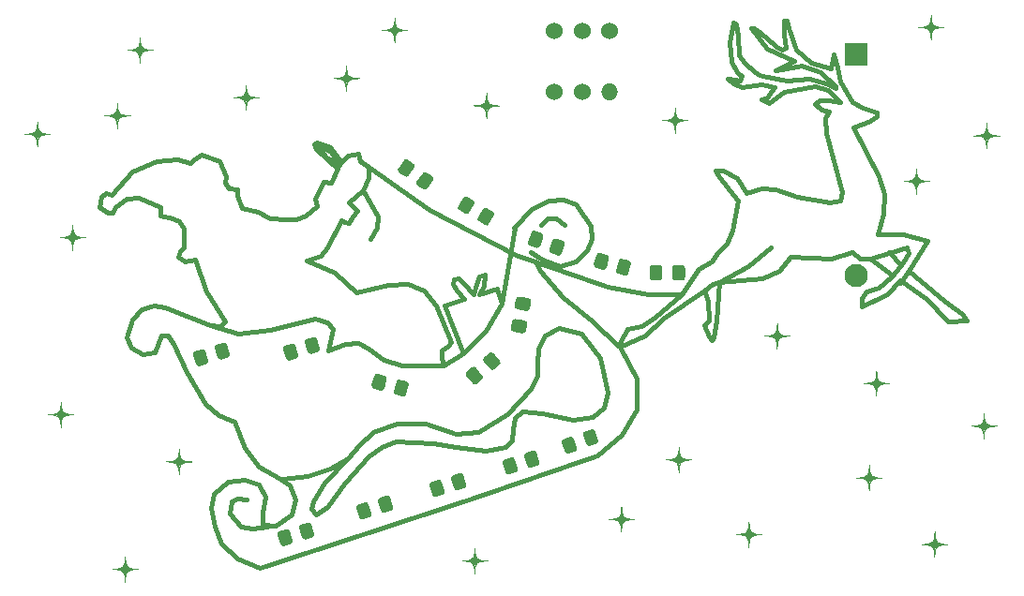
<source format=gbr>
%TF.GenerationSoftware,KiCad,Pcbnew,5.1.9-1.fc33*%
%TF.CreationDate,2021-01-27T11:43:12-03:00*%
%TF.ProjectId,santas_sequencer,73616e74-6173-45f7-9365-7175656e6365,rev?*%
%TF.SameCoordinates,Original*%
%TF.FileFunction,Soldermask,Top*%
%TF.FilePolarity,Negative*%
%FSLAX46Y46*%
G04 Gerber Fmt 4.6, Leading zero omitted, Abs format (unit mm)*
G04 Created by KiCad (PCBNEW 5.1.9-1.fc33) date 2021-01-27 11:43:12*
%MOMM*%
%LPD*%
G01*
G04 APERTURE LIST*
%ADD10C,0.100000*%
%ADD11C,0.050000*%
%ADD12C,0.450000*%
%ADD13C,1.524000*%
%ADD14O,1.524000X1.524000*%
%ADD15C,2.100000*%
%ADD16R,2.100000X2.100000*%
G04 APERTURE END LIST*
D10*
G36*
X109334300Y-90525600D02*
G01*
X109347000Y-90589100D01*
X109372400Y-90690700D01*
X109397800Y-90779600D01*
X109410500Y-90817700D01*
X109486700Y-90970100D01*
X109575600Y-91033600D01*
X109677200Y-91109800D01*
X109791500Y-91160600D01*
X110070900Y-91198700D01*
X109842300Y-91224100D01*
X109804200Y-91249500D01*
X109677200Y-91274900D01*
X109575600Y-91325700D01*
X109435900Y-91452700D01*
X109410500Y-91503500D01*
X109334300Y-91732100D01*
X109308900Y-91897200D01*
X109258100Y-91643200D01*
X109181900Y-91465400D01*
X109054900Y-91313000D01*
X108800900Y-91224100D01*
X108546900Y-91186000D01*
X108712000Y-91160600D01*
X108877100Y-91122500D01*
X108966000Y-91084400D01*
X109093000Y-91020900D01*
X109143800Y-90970100D01*
X109194600Y-90893900D01*
X109245400Y-90805000D01*
X109270800Y-90703400D01*
X109308900Y-90563700D01*
X109321600Y-90487500D01*
X109321600Y-90474800D01*
X109334300Y-90525600D01*
G37*
X109334300Y-90525600D02*
X109347000Y-90589100D01*
X109372400Y-90690700D01*
X109397800Y-90779600D01*
X109410500Y-90817700D01*
X109486700Y-90970100D01*
X109575600Y-91033600D01*
X109677200Y-91109800D01*
X109791500Y-91160600D01*
X110070900Y-91198700D01*
X109842300Y-91224100D01*
X109804200Y-91249500D01*
X109677200Y-91274900D01*
X109575600Y-91325700D01*
X109435900Y-91452700D01*
X109410500Y-91503500D01*
X109334300Y-91732100D01*
X109308900Y-91897200D01*
X109258100Y-91643200D01*
X109181900Y-91465400D01*
X109054900Y-91313000D01*
X108800900Y-91224100D01*
X108546900Y-91186000D01*
X108712000Y-91160600D01*
X108877100Y-91122500D01*
X108966000Y-91084400D01*
X109093000Y-91020900D01*
X109143800Y-90970100D01*
X109194600Y-90893900D01*
X109245400Y-90805000D01*
X109270800Y-90703400D01*
X109308900Y-90563700D01*
X109321600Y-90487500D01*
X109321600Y-90474800D01*
X109334300Y-90525600D01*
D11*
X109329540Y-90070584D02*
X109328406Y-90133790D01*
X109328406Y-90133790D02*
X109325278Y-90204519D01*
X109325278Y-90204519D02*
X109321468Y-90262417D01*
X109321468Y-90262417D02*
X109315886Y-90327002D01*
X109315886Y-90327002D02*
X109308192Y-90396641D01*
X109308192Y-90396641D02*
X109298048Y-90469696D01*
X109298048Y-90469696D02*
X109285116Y-90544535D01*
X109285116Y-90544535D02*
X109269059Y-90619521D01*
X109269059Y-90619521D02*
X109249538Y-90693019D01*
X109249538Y-90693019D02*
X109226214Y-90763394D01*
X109226214Y-90763394D02*
X109198751Y-90829012D01*
X109198751Y-90829012D02*
X109166809Y-90888237D01*
X109166809Y-90888237D02*
X109130050Y-90939434D01*
X109130050Y-90939434D02*
X109109760Y-90961511D01*
X110485494Y-91194831D02*
X110418763Y-91193871D01*
X110418763Y-91193871D02*
X110344093Y-91190821D01*
X110344093Y-91190821D02*
X110282973Y-91186998D01*
X110282973Y-91186998D02*
X110214795Y-91181315D01*
X110214795Y-91181315D02*
X110141288Y-91173408D01*
X110141288Y-91173408D02*
X110064178Y-91162911D01*
X110064178Y-91162911D02*
X109985192Y-91149458D01*
X109985192Y-91149458D02*
X109906058Y-91132683D01*
X109906058Y-91132683D02*
X109828502Y-91112221D01*
X109828502Y-91112221D02*
X109754251Y-91087706D01*
X109754251Y-91087706D02*
X109685033Y-91058772D01*
X109685033Y-91058772D02*
X109622575Y-91025054D01*
X109622575Y-91025054D02*
X109568604Y-90986185D01*
X109568604Y-90986185D02*
X109545341Y-90964706D01*
X109545341Y-90964706D02*
X109506642Y-90917943D01*
X109506642Y-90917943D02*
X109472870Y-90862309D01*
X109472870Y-90862309D02*
X109443687Y-90799446D01*
X109443687Y-90799446D02*
X109418759Y-90730992D01*
X109418759Y-90730992D02*
X109397751Y-90658589D01*
X109397751Y-90658589D02*
X109380328Y-90583876D01*
X109380328Y-90583876D02*
X109366154Y-90508494D01*
X109366154Y-90508494D02*
X109354895Y-90434083D01*
X109354895Y-90434083D02*
X109346216Y-90362283D01*
X109346216Y-90362283D02*
X109339781Y-90294735D01*
X109339781Y-90294735D02*
X109335256Y-90233079D01*
X109335256Y-90233079D02*
X109332304Y-90178954D01*
X109332304Y-90178954D02*
X109330096Y-90115479D01*
X109330096Y-90115479D02*
X109329540Y-90070584D01*
X109523371Y-91423543D02*
X109572644Y-91383339D01*
X109572644Y-91383339D02*
X109631733Y-91348146D01*
X109631733Y-91348146D02*
X109698843Y-91317631D01*
X109698843Y-91317631D02*
X109772183Y-91291460D01*
X109772183Y-91291460D02*
X109849958Y-91269300D01*
X109849958Y-91269300D02*
X109930376Y-91250816D01*
X109930376Y-91250816D02*
X110011644Y-91235676D01*
X110011644Y-91235676D02*
X110091970Y-91223546D01*
X110091970Y-91223546D02*
X110169560Y-91214091D01*
X110169560Y-91214091D02*
X110242622Y-91206980D01*
X110242622Y-91206980D02*
X110309362Y-91201878D01*
X110309362Y-91201878D02*
X110367989Y-91198451D01*
X110367989Y-91198451D02*
X110436792Y-91195724D01*
X110436792Y-91195724D02*
X110485494Y-91194831D01*
X109329540Y-90070584D02*
X109329540Y-90070584D01*
X108195229Y-91190118D02*
X108257728Y-91191036D01*
X108257728Y-91191036D02*
X108327705Y-91193879D01*
X108327705Y-91193879D02*
X108385011Y-91197424D01*
X108385011Y-91197424D02*
X108448964Y-91202679D01*
X108448964Y-91202679D02*
X108517953Y-91209980D01*
X108517953Y-91209980D02*
X108590371Y-91219660D01*
X108590371Y-91219660D02*
X108664606Y-91232055D01*
X108664606Y-91232055D02*
X108739050Y-91247498D01*
X108739050Y-91247498D02*
X108812093Y-91266326D01*
X108812093Y-91266326D02*
X108882126Y-91288872D01*
X108882126Y-91288872D02*
X108947539Y-91315471D01*
X108947539Y-91315471D02*
X109006723Y-91346459D01*
X109006723Y-91346459D02*
X109058069Y-91382169D01*
X109058069Y-91382169D02*
X109080300Y-91401900D01*
X109323683Y-92334268D02*
X109322034Y-92269863D01*
X109322034Y-92269863D02*
X109322223Y-92197766D01*
X109322223Y-92197766D02*
X109323744Y-92138731D01*
X109323744Y-92138731D02*
X109326899Y-92072858D01*
X109326899Y-92072858D02*
X109332132Y-92001807D01*
X109332132Y-92001807D02*
X109339889Y-91927240D01*
X109339889Y-91927240D02*
X109350614Y-91850818D01*
X109350614Y-91850818D02*
X109364751Y-91774200D01*
X109364751Y-91774200D02*
X109382745Y-91699049D01*
X109382745Y-91699049D02*
X109405041Y-91627025D01*
X109405041Y-91627025D02*
X109432083Y-91559788D01*
X109432083Y-91559788D02*
X109464316Y-91499000D01*
X109464316Y-91499000D02*
X109502184Y-91446322D01*
X109502184Y-91446322D02*
X109523371Y-91423543D01*
X109109760Y-90961511D02*
X109062321Y-91000982D01*
X109062321Y-91000982D02*
X109005709Y-91035628D01*
X109005709Y-91035628D02*
X108941610Y-91065765D01*
X108941610Y-91065765D02*
X108871714Y-91091705D01*
X108871714Y-91091705D02*
X108797709Y-91113763D01*
X108797709Y-91113763D02*
X108721282Y-91132254D01*
X108721282Y-91132254D02*
X108644122Y-91147492D01*
X108644122Y-91147492D02*
X108567917Y-91159791D01*
X108567917Y-91159791D02*
X108494354Y-91169466D01*
X108494354Y-91169466D02*
X108425123Y-91176831D01*
X108425123Y-91176831D02*
X108361912Y-91182201D01*
X108361912Y-91182201D02*
X108306407Y-91185889D01*
X108306407Y-91185889D02*
X108241295Y-91188957D01*
X108241295Y-91188957D02*
X108195229Y-91190118D01*
X109080300Y-91401900D02*
X109122366Y-91450569D01*
X109122366Y-91450569D02*
X109159285Y-91508513D01*
X109159285Y-91508513D02*
X109191392Y-91574018D01*
X109191392Y-91574018D02*
X109219022Y-91645371D01*
X109219022Y-91645371D02*
X109242512Y-91720860D01*
X109242512Y-91720860D02*
X109262197Y-91798770D01*
X109262197Y-91798770D02*
X109278413Y-91877391D01*
X109278413Y-91877391D02*
X109291497Y-91955007D01*
X109291497Y-91955007D02*
X109301783Y-92029908D01*
X109301783Y-92029908D02*
X109309608Y-92100379D01*
X109309608Y-92100379D02*
X109315308Y-92164708D01*
X109315308Y-92164708D02*
X109319219Y-92221181D01*
X109319219Y-92221181D02*
X109322464Y-92287417D01*
X109322464Y-92287417D02*
X109323683Y-92334268D01*
D10*
G36*
X102120700Y-92189300D02*
G01*
X102133400Y-92252800D01*
X102158800Y-92354400D01*
X102184200Y-92443300D01*
X102196900Y-92481400D01*
X102273100Y-92633800D01*
X102362000Y-92697300D01*
X102463600Y-92773500D01*
X102577900Y-92824300D01*
X102857300Y-92862400D01*
X102628700Y-92887800D01*
X102590600Y-92913200D01*
X102463600Y-92938600D01*
X102362000Y-92989400D01*
X102222300Y-93116400D01*
X102196900Y-93167200D01*
X102120700Y-93395800D01*
X102095300Y-93560900D01*
X102044500Y-93306900D01*
X101968300Y-93129100D01*
X101841300Y-92976700D01*
X101587300Y-92887800D01*
X101333300Y-92849700D01*
X101498400Y-92824300D01*
X101663500Y-92786200D01*
X101752400Y-92748100D01*
X101879400Y-92684600D01*
X101930200Y-92633800D01*
X101981000Y-92557600D01*
X102031800Y-92468700D01*
X102057200Y-92367100D01*
X102095300Y-92227400D01*
X102108000Y-92151200D01*
X102108000Y-92138500D01*
X102120700Y-92189300D01*
G37*
X102120700Y-92189300D02*
X102133400Y-92252800D01*
X102158800Y-92354400D01*
X102184200Y-92443300D01*
X102196900Y-92481400D01*
X102273100Y-92633800D01*
X102362000Y-92697300D01*
X102463600Y-92773500D01*
X102577900Y-92824300D01*
X102857300Y-92862400D01*
X102628700Y-92887800D01*
X102590600Y-92913200D01*
X102463600Y-92938600D01*
X102362000Y-92989400D01*
X102222300Y-93116400D01*
X102196900Y-93167200D01*
X102120700Y-93395800D01*
X102095300Y-93560900D01*
X102044500Y-93306900D01*
X101968300Y-93129100D01*
X101841300Y-92976700D01*
X101587300Y-92887800D01*
X101333300Y-92849700D01*
X101498400Y-92824300D01*
X101663500Y-92786200D01*
X101752400Y-92748100D01*
X101879400Y-92684600D01*
X101930200Y-92633800D01*
X101981000Y-92557600D01*
X102031800Y-92468700D01*
X102057200Y-92367100D01*
X102095300Y-92227400D01*
X102108000Y-92151200D01*
X102108000Y-92138500D01*
X102120700Y-92189300D01*
D11*
X102115940Y-91734284D02*
X102114806Y-91797490D01*
X102114806Y-91797490D02*
X102111678Y-91868219D01*
X102111678Y-91868219D02*
X102107868Y-91926117D01*
X102107868Y-91926117D02*
X102102286Y-91990702D01*
X102102286Y-91990702D02*
X102094592Y-92060341D01*
X102094592Y-92060341D02*
X102084448Y-92133396D01*
X102084448Y-92133396D02*
X102071516Y-92208235D01*
X102071516Y-92208235D02*
X102055459Y-92283221D01*
X102055459Y-92283221D02*
X102035938Y-92356719D01*
X102035938Y-92356719D02*
X102012614Y-92427094D01*
X102012614Y-92427094D02*
X101985151Y-92492712D01*
X101985151Y-92492712D02*
X101953209Y-92551937D01*
X101953209Y-92551937D02*
X101916450Y-92603134D01*
X101916450Y-92603134D02*
X101896160Y-92625211D01*
X103271894Y-92858531D02*
X103205163Y-92857571D01*
X103205163Y-92857571D02*
X103130493Y-92854521D01*
X103130493Y-92854521D02*
X103069373Y-92850698D01*
X103069373Y-92850698D02*
X103001195Y-92845015D01*
X103001195Y-92845015D02*
X102927688Y-92837108D01*
X102927688Y-92837108D02*
X102850578Y-92826611D01*
X102850578Y-92826611D02*
X102771592Y-92813158D01*
X102771592Y-92813158D02*
X102692458Y-92796383D01*
X102692458Y-92796383D02*
X102614902Y-92775921D01*
X102614902Y-92775921D02*
X102540651Y-92751406D01*
X102540651Y-92751406D02*
X102471433Y-92722472D01*
X102471433Y-92722472D02*
X102408975Y-92688754D01*
X102408975Y-92688754D02*
X102355004Y-92649885D01*
X102355004Y-92649885D02*
X102331741Y-92628406D01*
X102331741Y-92628406D02*
X102293042Y-92581643D01*
X102293042Y-92581643D02*
X102259270Y-92526009D01*
X102259270Y-92526009D02*
X102230087Y-92463146D01*
X102230087Y-92463146D02*
X102205159Y-92394692D01*
X102205159Y-92394692D02*
X102184151Y-92322289D01*
X102184151Y-92322289D02*
X102166728Y-92247576D01*
X102166728Y-92247576D02*
X102152554Y-92172194D01*
X102152554Y-92172194D02*
X102141295Y-92097783D01*
X102141295Y-92097783D02*
X102132616Y-92025983D01*
X102132616Y-92025983D02*
X102126181Y-91958435D01*
X102126181Y-91958435D02*
X102121656Y-91896779D01*
X102121656Y-91896779D02*
X102118704Y-91842654D01*
X102118704Y-91842654D02*
X102116496Y-91779179D01*
X102116496Y-91779179D02*
X102115940Y-91734284D01*
X102309771Y-93087243D02*
X102359044Y-93047039D01*
X102359044Y-93047039D02*
X102418133Y-93011846D01*
X102418133Y-93011846D02*
X102485243Y-92981331D01*
X102485243Y-92981331D02*
X102558583Y-92955160D01*
X102558583Y-92955160D02*
X102636358Y-92933000D01*
X102636358Y-92933000D02*
X102716776Y-92914516D01*
X102716776Y-92914516D02*
X102798044Y-92899376D01*
X102798044Y-92899376D02*
X102878370Y-92887246D01*
X102878370Y-92887246D02*
X102955960Y-92877791D01*
X102955960Y-92877791D02*
X103029022Y-92870680D01*
X103029022Y-92870680D02*
X103095762Y-92865578D01*
X103095762Y-92865578D02*
X103154389Y-92862151D01*
X103154389Y-92862151D02*
X103223192Y-92859424D01*
X103223192Y-92859424D02*
X103271894Y-92858531D01*
X102115940Y-91734284D02*
X102115940Y-91734284D01*
X100981629Y-92853818D02*
X101044128Y-92854736D01*
X101044128Y-92854736D02*
X101114105Y-92857579D01*
X101114105Y-92857579D02*
X101171411Y-92861124D01*
X101171411Y-92861124D02*
X101235364Y-92866379D01*
X101235364Y-92866379D02*
X101304353Y-92873680D01*
X101304353Y-92873680D02*
X101376771Y-92883360D01*
X101376771Y-92883360D02*
X101451006Y-92895755D01*
X101451006Y-92895755D02*
X101525450Y-92911198D01*
X101525450Y-92911198D02*
X101598493Y-92930026D01*
X101598493Y-92930026D02*
X101668526Y-92952572D01*
X101668526Y-92952572D02*
X101733939Y-92979171D01*
X101733939Y-92979171D02*
X101793123Y-93010159D01*
X101793123Y-93010159D02*
X101844469Y-93045869D01*
X101844469Y-93045869D02*
X101866700Y-93065600D01*
X102110083Y-93997968D02*
X102108434Y-93933563D01*
X102108434Y-93933563D02*
X102108623Y-93861466D01*
X102108623Y-93861466D02*
X102110144Y-93802431D01*
X102110144Y-93802431D02*
X102113299Y-93736558D01*
X102113299Y-93736558D02*
X102118532Y-93665507D01*
X102118532Y-93665507D02*
X102126289Y-93590940D01*
X102126289Y-93590940D02*
X102137014Y-93514518D01*
X102137014Y-93514518D02*
X102151151Y-93437900D01*
X102151151Y-93437900D02*
X102169145Y-93362749D01*
X102169145Y-93362749D02*
X102191441Y-93290725D01*
X102191441Y-93290725D02*
X102218483Y-93223488D01*
X102218483Y-93223488D02*
X102250716Y-93162700D01*
X102250716Y-93162700D02*
X102288584Y-93110022D01*
X102288584Y-93110022D02*
X102309771Y-93087243D01*
X101896160Y-92625211D02*
X101848721Y-92664682D01*
X101848721Y-92664682D02*
X101792109Y-92699328D01*
X101792109Y-92699328D02*
X101728010Y-92729465D01*
X101728010Y-92729465D02*
X101658114Y-92755405D01*
X101658114Y-92755405D02*
X101584109Y-92777463D01*
X101584109Y-92777463D02*
X101507682Y-92795954D01*
X101507682Y-92795954D02*
X101430522Y-92811192D01*
X101430522Y-92811192D02*
X101354317Y-92823491D01*
X101354317Y-92823491D02*
X101280754Y-92833166D01*
X101280754Y-92833166D02*
X101211523Y-92840531D01*
X101211523Y-92840531D02*
X101148312Y-92845901D01*
X101148312Y-92845901D02*
X101092807Y-92849589D01*
X101092807Y-92849589D02*
X101027695Y-92852657D01*
X101027695Y-92852657D02*
X100981629Y-92853818D01*
X101866700Y-93065600D02*
X101908766Y-93114269D01*
X101908766Y-93114269D02*
X101945685Y-93172213D01*
X101945685Y-93172213D02*
X101977792Y-93237718D01*
X101977792Y-93237718D02*
X102005422Y-93309071D01*
X102005422Y-93309071D02*
X102028912Y-93384560D01*
X102028912Y-93384560D02*
X102048597Y-93462470D01*
X102048597Y-93462470D02*
X102064813Y-93541091D01*
X102064813Y-93541091D02*
X102077897Y-93618707D01*
X102077897Y-93618707D02*
X102088183Y-93693608D01*
X102088183Y-93693608D02*
X102096008Y-93764079D01*
X102096008Y-93764079D02*
X102101708Y-93828408D01*
X102101708Y-93828408D02*
X102105619Y-93884881D01*
X102105619Y-93884881D02*
X102108864Y-93951117D01*
X102108864Y-93951117D02*
X102110083Y-93997968D01*
D10*
G36*
X105295700Y-101523800D02*
G01*
X105308400Y-101587300D01*
X105333800Y-101688900D01*
X105359200Y-101777800D01*
X105371900Y-101815900D01*
X105448100Y-101968300D01*
X105537000Y-102031800D01*
X105638600Y-102108000D01*
X105752900Y-102158800D01*
X106032300Y-102196900D01*
X105803700Y-102222300D01*
X105765600Y-102247700D01*
X105638600Y-102273100D01*
X105537000Y-102323900D01*
X105397300Y-102450900D01*
X105371900Y-102501700D01*
X105295700Y-102730300D01*
X105270300Y-102895400D01*
X105219500Y-102641400D01*
X105143300Y-102463600D01*
X105016300Y-102311200D01*
X104762300Y-102222300D01*
X104508300Y-102184200D01*
X104673400Y-102158800D01*
X104838500Y-102120700D01*
X104927400Y-102082600D01*
X105054400Y-102019100D01*
X105105200Y-101968300D01*
X105156000Y-101892100D01*
X105206800Y-101803200D01*
X105232200Y-101701600D01*
X105270300Y-101561900D01*
X105283000Y-101485700D01*
X105283000Y-101473000D01*
X105295700Y-101523800D01*
G37*
X105295700Y-101523800D02*
X105308400Y-101587300D01*
X105333800Y-101688900D01*
X105359200Y-101777800D01*
X105371900Y-101815900D01*
X105448100Y-101968300D01*
X105537000Y-102031800D01*
X105638600Y-102108000D01*
X105752900Y-102158800D01*
X106032300Y-102196900D01*
X105803700Y-102222300D01*
X105765600Y-102247700D01*
X105638600Y-102273100D01*
X105537000Y-102323900D01*
X105397300Y-102450900D01*
X105371900Y-102501700D01*
X105295700Y-102730300D01*
X105270300Y-102895400D01*
X105219500Y-102641400D01*
X105143300Y-102463600D01*
X105016300Y-102311200D01*
X104762300Y-102222300D01*
X104508300Y-102184200D01*
X104673400Y-102158800D01*
X104838500Y-102120700D01*
X104927400Y-102082600D01*
X105054400Y-102019100D01*
X105105200Y-101968300D01*
X105156000Y-101892100D01*
X105206800Y-101803200D01*
X105232200Y-101701600D01*
X105270300Y-101561900D01*
X105283000Y-101485700D01*
X105283000Y-101473000D01*
X105295700Y-101523800D01*
D11*
X105290940Y-101068784D02*
X105289806Y-101131990D01*
X105289806Y-101131990D02*
X105286678Y-101202719D01*
X105286678Y-101202719D02*
X105282868Y-101260617D01*
X105282868Y-101260617D02*
X105277286Y-101325202D01*
X105277286Y-101325202D02*
X105269592Y-101394841D01*
X105269592Y-101394841D02*
X105259448Y-101467896D01*
X105259448Y-101467896D02*
X105246516Y-101542735D01*
X105246516Y-101542735D02*
X105230459Y-101617721D01*
X105230459Y-101617721D02*
X105210938Y-101691219D01*
X105210938Y-101691219D02*
X105187614Y-101761594D01*
X105187614Y-101761594D02*
X105160151Y-101827212D01*
X105160151Y-101827212D02*
X105128209Y-101886437D01*
X105128209Y-101886437D02*
X105091450Y-101937634D01*
X105091450Y-101937634D02*
X105071160Y-101959711D01*
X106446894Y-102193031D02*
X106380163Y-102192071D01*
X106380163Y-102192071D02*
X106305493Y-102189021D01*
X106305493Y-102189021D02*
X106244373Y-102185198D01*
X106244373Y-102185198D02*
X106176195Y-102179515D01*
X106176195Y-102179515D02*
X106102688Y-102171608D01*
X106102688Y-102171608D02*
X106025578Y-102161111D01*
X106025578Y-102161111D02*
X105946592Y-102147658D01*
X105946592Y-102147658D02*
X105867458Y-102130883D01*
X105867458Y-102130883D02*
X105789902Y-102110421D01*
X105789902Y-102110421D02*
X105715651Y-102085906D01*
X105715651Y-102085906D02*
X105646433Y-102056972D01*
X105646433Y-102056972D02*
X105583975Y-102023254D01*
X105583975Y-102023254D02*
X105530004Y-101984385D01*
X105530004Y-101984385D02*
X105506741Y-101962906D01*
X105506741Y-101962906D02*
X105468042Y-101916143D01*
X105468042Y-101916143D02*
X105434270Y-101860509D01*
X105434270Y-101860509D02*
X105405087Y-101797646D01*
X105405087Y-101797646D02*
X105380159Y-101729192D01*
X105380159Y-101729192D02*
X105359151Y-101656789D01*
X105359151Y-101656789D02*
X105341728Y-101582076D01*
X105341728Y-101582076D02*
X105327554Y-101506694D01*
X105327554Y-101506694D02*
X105316295Y-101432283D01*
X105316295Y-101432283D02*
X105307616Y-101360483D01*
X105307616Y-101360483D02*
X105301181Y-101292935D01*
X105301181Y-101292935D02*
X105296656Y-101231279D01*
X105296656Y-101231279D02*
X105293704Y-101177154D01*
X105293704Y-101177154D02*
X105291496Y-101113679D01*
X105291496Y-101113679D02*
X105290940Y-101068784D01*
X105484771Y-102421743D02*
X105534044Y-102381539D01*
X105534044Y-102381539D02*
X105593133Y-102346346D01*
X105593133Y-102346346D02*
X105660243Y-102315831D01*
X105660243Y-102315831D02*
X105733583Y-102289660D01*
X105733583Y-102289660D02*
X105811358Y-102267500D01*
X105811358Y-102267500D02*
X105891776Y-102249016D01*
X105891776Y-102249016D02*
X105973044Y-102233876D01*
X105973044Y-102233876D02*
X106053370Y-102221746D01*
X106053370Y-102221746D02*
X106130960Y-102212291D01*
X106130960Y-102212291D02*
X106204022Y-102205180D01*
X106204022Y-102205180D02*
X106270762Y-102200078D01*
X106270762Y-102200078D02*
X106329389Y-102196651D01*
X106329389Y-102196651D02*
X106398192Y-102193924D01*
X106398192Y-102193924D02*
X106446894Y-102193031D01*
X105290940Y-101068784D02*
X105290940Y-101068784D01*
X104156629Y-102188318D02*
X104219128Y-102189236D01*
X104219128Y-102189236D02*
X104289105Y-102192079D01*
X104289105Y-102192079D02*
X104346411Y-102195624D01*
X104346411Y-102195624D02*
X104410364Y-102200879D01*
X104410364Y-102200879D02*
X104479353Y-102208180D01*
X104479353Y-102208180D02*
X104551771Y-102217860D01*
X104551771Y-102217860D02*
X104626006Y-102230255D01*
X104626006Y-102230255D02*
X104700450Y-102245698D01*
X104700450Y-102245698D02*
X104773493Y-102264526D01*
X104773493Y-102264526D02*
X104843526Y-102287072D01*
X104843526Y-102287072D02*
X104908939Y-102313671D01*
X104908939Y-102313671D02*
X104968123Y-102344659D01*
X104968123Y-102344659D02*
X105019469Y-102380369D01*
X105019469Y-102380369D02*
X105041700Y-102400100D01*
X105285083Y-103332468D02*
X105283434Y-103268063D01*
X105283434Y-103268063D02*
X105283623Y-103195966D01*
X105283623Y-103195966D02*
X105285144Y-103136931D01*
X105285144Y-103136931D02*
X105288299Y-103071058D01*
X105288299Y-103071058D02*
X105293532Y-103000007D01*
X105293532Y-103000007D02*
X105301289Y-102925440D01*
X105301289Y-102925440D02*
X105312014Y-102849018D01*
X105312014Y-102849018D02*
X105326151Y-102772400D01*
X105326151Y-102772400D02*
X105344145Y-102697249D01*
X105344145Y-102697249D02*
X105366441Y-102625225D01*
X105366441Y-102625225D02*
X105393483Y-102557988D01*
X105393483Y-102557988D02*
X105425716Y-102497200D01*
X105425716Y-102497200D02*
X105463584Y-102444522D01*
X105463584Y-102444522D02*
X105484771Y-102421743D01*
X105071160Y-101959711D02*
X105023721Y-101999182D01*
X105023721Y-101999182D02*
X104967109Y-102033828D01*
X104967109Y-102033828D02*
X104903010Y-102063965D01*
X104903010Y-102063965D02*
X104833114Y-102089905D01*
X104833114Y-102089905D02*
X104759109Y-102111963D01*
X104759109Y-102111963D02*
X104682682Y-102130454D01*
X104682682Y-102130454D02*
X104605522Y-102145692D01*
X104605522Y-102145692D02*
X104529317Y-102157991D01*
X104529317Y-102157991D02*
X104455754Y-102167666D01*
X104455754Y-102167666D02*
X104386523Y-102175031D01*
X104386523Y-102175031D02*
X104323312Y-102180401D01*
X104323312Y-102180401D02*
X104267807Y-102184089D01*
X104267807Y-102184089D02*
X104202695Y-102187157D01*
X104202695Y-102187157D02*
X104156629Y-102188318D01*
X105041700Y-102400100D02*
X105083766Y-102448769D01*
X105083766Y-102448769D02*
X105120685Y-102506713D01*
X105120685Y-102506713D02*
X105152792Y-102572218D01*
X105152792Y-102572218D02*
X105180422Y-102643571D01*
X105180422Y-102643571D02*
X105203912Y-102719060D01*
X105203912Y-102719060D02*
X105223597Y-102796970D01*
X105223597Y-102796970D02*
X105239813Y-102875591D01*
X105239813Y-102875591D02*
X105252897Y-102953207D01*
X105252897Y-102953207D02*
X105263183Y-103028108D01*
X105263183Y-103028108D02*
X105271008Y-103098579D01*
X105271008Y-103098579D02*
X105276708Y-103162908D01*
X105276708Y-103162908D02*
X105280619Y-103219381D01*
X105280619Y-103219381D02*
X105283864Y-103285617D01*
X105283864Y-103285617D02*
X105285083Y-103332468D01*
D10*
G36*
X104241600Y-117525800D02*
G01*
X104254300Y-117589300D01*
X104279700Y-117690900D01*
X104305100Y-117779800D01*
X104317800Y-117817900D01*
X104394000Y-117970300D01*
X104482900Y-118033800D01*
X104584500Y-118110000D01*
X104698800Y-118160800D01*
X104978200Y-118198900D01*
X104749600Y-118224300D01*
X104711500Y-118249700D01*
X104584500Y-118275100D01*
X104482900Y-118325900D01*
X104343200Y-118452900D01*
X104317800Y-118503700D01*
X104241600Y-118732300D01*
X104216200Y-118897400D01*
X104165400Y-118643400D01*
X104089200Y-118465600D01*
X103962200Y-118313200D01*
X103708200Y-118224300D01*
X103454200Y-118186200D01*
X103619300Y-118160800D01*
X103784400Y-118122700D01*
X103873300Y-118084600D01*
X104000300Y-118021100D01*
X104051100Y-117970300D01*
X104101900Y-117894100D01*
X104152700Y-117805200D01*
X104178100Y-117703600D01*
X104216200Y-117563900D01*
X104228900Y-117487700D01*
X104228900Y-117475000D01*
X104241600Y-117525800D01*
G37*
X104241600Y-117525800D02*
X104254300Y-117589300D01*
X104279700Y-117690900D01*
X104305100Y-117779800D01*
X104317800Y-117817900D01*
X104394000Y-117970300D01*
X104482900Y-118033800D01*
X104584500Y-118110000D01*
X104698800Y-118160800D01*
X104978200Y-118198900D01*
X104749600Y-118224300D01*
X104711500Y-118249700D01*
X104584500Y-118275100D01*
X104482900Y-118325900D01*
X104343200Y-118452900D01*
X104317800Y-118503700D01*
X104241600Y-118732300D01*
X104216200Y-118897400D01*
X104165400Y-118643400D01*
X104089200Y-118465600D01*
X103962200Y-118313200D01*
X103708200Y-118224300D01*
X103454200Y-118186200D01*
X103619300Y-118160800D01*
X103784400Y-118122700D01*
X103873300Y-118084600D01*
X104000300Y-118021100D01*
X104051100Y-117970300D01*
X104101900Y-117894100D01*
X104152700Y-117805200D01*
X104178100Y-117703600D01*
X104216200Y-117563900D01*
X104228900Y-117487700D01*
X104228900Y-117475000D01*
X104241600Y-117525800D01*
D11*
X104236840Y-117070784D02*
X104235706Y-117133990D01*
X104235706Y-117133990D02*
X104232578Y-117204719D01*
X104232578Y-117204719D02*
X104228768Y-117262617D01*
X104228768Y-117262617D02*
X104223186Y-117327202D01*
X104223186Y-117327202D02*
X104215492Y-117396841D01*
X104215492Y-117396841D02*
X104205348Y-117469896D01*
X104205348Y-117469896D02*
X104192416Y-117544735D01*
X104192416Y-117544735D02*
X104176359Y-117619721D01*
X104176359Y-117619721D02*
X104156838Y-117693219D01*
X104156838Y-117693219D02*
X104133514Y-117763594D01*
X104133514Y-117763594D02*
X104106051Y-117829212D01*
X104106051Y-117829212D02*
X104074109Y-117888437D01*
X104074109Y-117888437D02*
X104037350Y-117939634D01*
X104037350Y-117939634D02*
X104017060Y-117961711D01*
X105392794Y-118195031D02*
X105326063Y-118194071D01*
X105326063Y-118194071D02*
X105251393Y-118191021D01*
X105251393Y-118191021D02*
X105190273Y-118187198D01*
X105190273Y-118187198D02*
X105122095Y-118181515D01*
X105122095Y-118181515D02*
X105048588Y-118173608D01*
X105048588Y-118173608D02*
X104971478Y-118163111D01*
X104971478Y-118163111D02*
X104892492Y-118149658D01*
X104892492Y-118149658D02*
X104813358Y-118132883D01*
X104813358Y-118132883D02*
X104735802Y-118112421D01*
X104735802Y-118112421D02*
X104661551Y-118087906D01*
X104661551Y-118087906D02*
X104592333Y-118058972D01*
X104592333Y-118058972D02*
X104529875Y-118025254D01*
X104529875Y-118025254D02*
X104475904Y-117986385D01*
X104475904Y-117986385D02*
X104452641Y-117964906D01*
X104452641Y-117964906D02*
X104413942Y-117918143D01*
X104413942Y-117918143D02*
X104380170Y-117862509D01*
X104380170Y-117862509D02*
X104350987Y-117799646D01*
X104350987Y-117799646D02*
X104326059Y-117731192D01*
X104326059Y-117731192D02*
X104305051Y-117658789D01*
X104305051Y-117658789D02*
X104287628Y-117584076D01*
X104287628Y-117584076D02*
X104273454Y-117508694D01*
X104273454Y-117508694D02*
X104262195Y-117434283D01*
X104262195Y-117434283D02*
X104253516Y-117362483D01*
X104253516Y-117362483D02*
X104247081Y-117294935D01*
X104247081Y-117294935D02*
X104242556Y-117233279D01*
X104242556Y-117233279D02*
X104239604Y-117179154D01*
X104239604Y-117179154D02*
X104237396Y-117115679D01*
X104237396Y-117115679D02*
X104236840Y-117070784D01*
X104430671Y-118423743D02*
X104479944Y-118383539D01*
X104479944Y-118383539D02*
X104539033Y-118348346D01*
X104539033Y-118348346D02*
X104606143Y-118317831D01*
X104606143Y-118317831D02*
X104679483Y-118291660D01*
X104679483Y-118291660D02*
X104757258Y-118269500D01*
X104757258Y-118269500D02*
X104837676Y-118251016D01*
X104837676Y-118251016D02*
X104918944Y-118235876D01*
X104918944Y-118235876D02*
X104999270Y-118223746D01*
X104999270Y-118223746D02*
X105076860Y-118214291D01*
X105076860Y-118214291D02*
X105149922Y-118207180D01*
X105149922Y-118207180D02*
X105216662Y-118202078D01*
X105216662Y-118202078D02*
X105275289Y-118198651D01*
X105275289Y-118198651D02*
X105344092Y-118195924D01*
X105344092Y-118195924D02*
X105392794Y-118195031D01*
X104236840Y-117070784D02*
X104236840Y-117070784D01*
X103102529Y-118190318D02*
X103165028Y-118191236D01*
X103165028Y-118191236D02*
X103235005Y-118194079D01*
X103235005Y-118194079D02*
X103292311Y-118197624D01*
X103292311Y-118197624D02*
X103356264Y-118202879D01*
X103356264Y-118202879D02*
X103425253Y-118210180D01*
X103425253Y-118210180D02*
X103497671Y-118219860D01*
X103497671Y-118219860D02*
X103571906Y-118232255D01*
X103571906Y-118232255D02*
X103646350Y-118247698D01*
X103646350Y-118247698D02*
X103719393Y-118266526D01*
X103719393Y-118266526D02*
X103789426Y-118289072D01*
X103789426Y-118289072D02*
X103854839Y-118315671D01*
X103854839Y-118315671D02*
X103914023Y-118346659D01*
X103914023Y-118346659D02*
X103965369Y-118382369D01*
X103965369Y-118382369D02*
X103987600Y-118402100D01*
X104230983Y-119334468D02*
X104229334Y-119270063D01*
X104229334Y-119270063D02*
X104229523Y-119197966D01*
X104229523Y-119197966D02*
X104231044Y-119138931D01*
X104231044Y-119138931D02*
X104234199Y-119073058D01*
X104234199Y-119073058D02*
X104239432Y-119002007D01*
X104239432Y-119002007D02*
X104247189Y-118927440D01*
X104247189Y-118927440D02*
X104257914Y-118851018D01*
X104257914Y-118851018D02*
X104272051Y-118774400D01*
X104272051Y-118774400D02*
X104290045Y-118699249D01*
X104290045Y-118699249D02*
X104312341Y-118627225D01*
X104312341Y-118627225D02*
X104339383Y-118559988D01*
X104339383Y-118559988D02*
X104371616Y-118499200D01*
X104371616Y-118499200D02*
X104409484Y-118446522D01*
X104409484Y-118446522D02*
X104430671Y-118423743D01*
X104017060Y-117961711D02*
X103969621Y-118001182D01*
X103969621Y-118001182D02*
X103913009Y-118035828D01*
X103913009Y-118035828D02*
X103848910Y-118065965D01*
X103848910Y-118065965D02*
X103779014Y-118091905D01*
X103779014Y-118091905D02*
X103705009Y-118113963D01*
X103705009Y-118113963D02*
X103628582Y-118132454D01*
X103628582Y-118132454D02*
X103551422Y-118147692D01*
X103551422Y-118147692D02*
X103475217Y-118159991D01*
X103475217Y-118159991D02*
X103401654Y-118169666D01*
X103401654Y-118169666D02*
X103332423Y-118177031D01*
X103332423Y-118177031D02*
X103269212Y-118182401D01*
X103269212Y-118182401D02*
X103213707Y-118186089D01*
X103213707Y-118186089D02*
X103148595Y-118189157D01*
X103148595Y-118189157D02*
X103102529Y-118190318D01*
X103987600Y-118402100D02*
X104029666Y-118450769D01*
X104029666Y-118450769D02*
X104066585Y-118508713D01*
X104066585Y-118508713D02*
X104098692Y-118574218D01*
X104098692Y-118574218D02*
X104126322Y-118645571D01*
X104126322Y-118645571D02*
X104149812Y-118721060D01*
X104149812Y-118721060D02*
X104169497Y-118798970D01*
X104169497Y-118798970D02*
X104185713Y-118877591D01*
X104185713Y-118877591D02*
X104198797Y-118955207D01*
X104198797Y-118955207D02*
X104209083Y-119030108D01*
X104209083Y-119030108D02*
X104216908Y-119100579D01*
X104216908Y-119100579D02*
X104222608Y-119164908D01*
X104222608Y-119164908D02*
X104226519Y-119221381D01*
X104226519Y-119221381D02*
X104229764Y-119287617D01*
X104229764Y-119287617D02*
X104230983Y-119334468D01*
D10*
G36*
X114909600Y-121793000D02*
G01*
X114922300Y-121856500D01*
X114947700Y-121958100D01*
X114973100Y-122047000D01*
X114985800Y-122085100D01*
X115062000Y-122237500D01*
X115150900Y-122301000D01*
X115252500Y-122377200D01*
X115366800Y-122428000D01*
X115646200Y-122466100D01*
X115417600Y-122491500D01*
X115379500Y-122516900D01*
X115252500Y-122542300D01*
X115150900Y-122593100D01*
X115011200Y-122720100D01*
X114985800Y-122770900D01*
X114909600Y-122999500D01*
X114884200Y-123164600D01*
X114833400Y-122910600D01*
X114757200Y-122732800D01*
X114630200Y-122580400D01*
X114376200Y-122491500D01*
X114122200Y-122453400D01*
X114287300Y-122428000D01*
X114452400Y-122389900D01*
X114541300Y-122351800D01*
X114668300Y-122288300D01*
X114719100Y-122237500D01*
X114769900Y-122161300D01*
X114820700Y-122072400D01*
X114846100Y-121970800D01*
X114884200Y-121831100D01*
X114896900Y-121754900D01*
X114896900Y-121742200D01*
X114909600Y-121793000D01*
G37*
X114909600Y-121793000D02*
X114922300Y-121856500D01*
X114947700Y-121958100D01*
X114973100Y-122047000D01*
X114985800Y-122085100D01*
X115062000Y-122237500D01*
X115150900Y-122301000D01*
X115252500Y-122377200D01*
X115366800Y-122428000D01*
X115646200Y-122466100D01*
X115417600Y-122491500D01*
X115379500Y-122516900D01*
X115252500Y-122542300D01*
X115150900Y-122593100D01*
X115011200Y-122720100D01*
X114985800Y-122770900D01*
X114909600Y-122999500D01*
X114884200Y-123164600D01*
X114833400Y-122910600D01*
X114757200Y-122732800D01*
X114630200Y-122580400D01*
X114376200Y-122491500D01*
X114122200Y-122453400D01*
X114287300Y-122428000D01*
X114452400Y-122389900D01*
X114541300Y-122351800D01*
X114668300Y-122288300D01*
X114719100Y-122237500D01*
X114769900Y-122161300D01*
X114820700Y-122072400D01*
X114846100Y-121970800D01*
X114884200Y-121831100D01*
X114896900Y-121754900D01*
X114896900Y-121742200D01*
X114909600Y-121793000D01*
D11*
X114904840Y-121337984D02*
X114903706Y-121401190D01*
X114903706Y-121401190D02*
X114900578Y-121471919D01*
X114900578Y-121471919D02*
X114896768Y-121529817D01*
X114896768Y-121529817D02*
X114891186Y-121594402D01*
X114891186Y-121594402D02*
X114883492Y-121664041D01*
X114883492Y-121664041D02*
X114873348Y-121737096D01*
X114873348Y-121737096D02*
X114860416Y-121811935D01*
X114860416Y-121811935D02*
X114844359Y-121886921D01*
X114844359Y-121886921D02*
X114824838Y-121960419D01*
X114824838Y-121960419D02*
X114801514Y-122030794D01*
X114801514Y-122030794D02*
X114774051Y-122096412D01*
X114774051Y-122096412D02*
X114742109Y-122155637D01*
X114742109Y-122155637D02*
X114705350Y-122206834D01*
X114705350Y-122206834D02*
X114685060Y-122228911D01*
X116060794Y-122462231D02*
X115994063Y-122461271D01*
X115994063Y-122461271D02*
X115919393Y-122458221D01*
X115919393Y-122458221D02*
X115858273Y-122454398D01*
X115858273Y-122454398D02*
X115790095Y-122448715D01*
X115790095Y-122448715D02*
X115716588Y-122440808D01*
X115716588Y-122440808D02*
X115639478Y-122430311D01*
X115639478Y-122430311D02*
X115560492Y-122416858D01*
X115560492Y-122416858D02*
X115481358Y-122400083D01*
X115481358Y-122400083D02*
X115403802Y-122379621D01*
X115403802Y-122379621D02*
X115329551Y-122355106D01*
X115329551Y-122355106D02*
X115260333Y-122326172D01*
X115260333Y-122326172D02*
X115197875Y-122292454D01*
X115197875Y-122292454D02*
X115143904Y-122253585D01*
X115143904Y-122253585D02*
X115120641Y-122232106D01*
X115120641Y-122232106D02*
X115081942Y-122185343D01*
X115081942Y-122185343D02*
X115048170Y-122129709D01*
X115048170Y-122129709D02*
X115018987Y-122066846D01*
X115018987Y-122066846D02*
X114994059Y-121998392D01*
X114994059Y-121998392D02*
X114973051Y-121925989D01*
X114973051Y-121925989D02*
X114955628Y-121851276D01*
X114955628Y-121851276D02*
X114941454Y-121775894D01*
X114941454Y-121775894D02*
X114930195Y-121701483D01*
X114930195Y-121701483D02*
X114921516Y-121629683D01*
X114921516Y-121629683D02*
X114915081Y-121562135D01*
X114915081Y-121562135D02*
X114910556Y-121500479D01*
X114910556Y-121500479D02*
X114907604Y-121446354D01*
X114907604Y-121446354D02*
X114905396Y-121382879D01*
X114905396Y-121382879D02*
X114904840Y-121337984D01*
X115098671Y-122690943D02*
X115147944Y-122650739D01*
X115147944Y-122650739D02*
X115207033Y-122615546D01*
X115207033Y-122615546D02*
X115274143Y-122585031D01*
X115274143Y-122585031D02*
X115347483Y-122558860D01*
X115347483Y-122558860D02*
X115425258Y-122536700D01*
X115425258Y-122536700D02*
X115505676Y-122518216D01*
X115505676Y-122518216D02*
X115586944Y-122503076D01*
X115586944Y-122503076D02*
X115667270Y-122490946D01*
X115667270Y-122490946D02*
X115744860Y-122481491D01*
X115744860Y-122481491D02*
X115817922Y-122474380D01*
X115817922Y-122474380D02*
X115884662Y-122469278D01*
X115884662Y-122469278D02*
X115943289Y-122465851D01*
X115943289Y-122465851D02*
X116012092Y-122463124D01*
X116012092Y-122463124D02*
X116060794Y-122462231D01*
X114904840Y-121337984D02*
X114904840Y-121337984D01*
X113770529Y-122457518D02*
X113833028Y-122458436D01*
X113833028Y-122458436D02*
X113903005Y-122461279D01*
X113903005Y-122461279D02*
X113960311Y-122464824D01*
X113960311Y-122464824D02*
X114024264Y-122470079D01*
X114024264Y-122470079D02*
X114093253Y-122477380D01*
X114093253Y-122477380D02*
X114165671Y-122487060D01*
X114165671Y-122487060D02*
X114239906Y-122499455D01*
X114239906Y-122499455D02*
X114314350Y-122514898D01*
X114314350Y-122514898D02*
X114387393Y-122533726D01*
X114387393Y-122533726D02*
X114457426Y-122556272D01*
X114457426Y-122556272D02*
X114522839Y-122582871D01*
X114522839Y-122582871D02*
X114582023Y-122613859D01*
X114582023Y-122613859D02*
X114633369Y-122649569D01*
X114633369Y-122649569D02*
X114655600Y-122669300D01*
X114898983Y-123601668D02*
X114897334Y-123537263D01*
X114897334Y-123537263D02*
X114897523Y-123465166D01*
X114897523Y-123465166D02*
X114899044Y-123406131D01*
X114899044Y-123406131D02*
X114902199Y-123340258D01*
X114902199Y-123340258D02*
X114907432Y-123269207D01*
X114907432Y-123269207D02*
X114915189Y-123194640D01*
X114915189Y-123194640D02*
X114925914Y-123118218D01*
X114925914Y-123118218D02*
X114940051Y-123041600D01*
X114940051Y-123041600D02*
X114958045Y-122966449D01*
X114958045Y-122966449D02*
X114980341Y-122894425D01*
X114980341Y-122894425D02*
X115007383Y-122827188D01*
X115007383Y-122827188D02*
X115039616Y-122766400D01*
X115039616Y-122766400D02*
X115077484Y-122713722D01*
X115077484Y-122713722D02*
X115098671Y-122690943D01*
X114685060Y-122228911D02*
X114637621Y-122268382D01*
X114637621Y-122268382D02*
X114581009Y-122303028D01*
X114581009Y-122303028D02*
X114516910Y-122333165D01*
X114516910Y-122333165D02*
X114447014Y-122359105D01*
X114447014Y-122359105D02*
X114373009Y-122381163D01*
X114373009Y-122381163D02*
X114296582Y-122399654D01*
X114296582Y-122399654D02*
X114219422Y-122414892D01*
X114219422Y-122414892D02*
X114143217Y-122427191D01*
X114143217Y-122427191D02*
X114069654Y-122436866D01*
X114069654Y-122436866D02*
X114000423Y-122444231D01*
X114000423Y-122444231D02*
X113937212Y-122449601D01*
X113937212Y-122449601D02*
X113881707Y-122453289D01*
X113881707Y-122453289D02*
X113816595Y-122456357D01*
X113816595Y-122456357D02*
X113770529Y-122457518D01*
X114655600Y-122669300D02*
X114697666Y-122717969D01*
X114697666Y-122717969D02*
X114734585Y-122775913D01*
X114734585Y-122775913D02*
X114766692Y-122841418D01*
X114766692Y-122841418D02*
X114794322Y-122912771D01*
X114794322Y-122912771D02*
X114817812Y-122988260D01*
X114817812Y-122988260D02*
X114837497Y-123066170D01*
X114837497Y-123066170D02*
X114853713Y-123144791D01*
X114853713Y-123144791D02*
X114866797Y-123222407D01*
X114866797Y-123222407D02*
X114877083Y-123297308D01*
X114877083Y-123297308D02*
X114884908Y-123367779D01*
X114884908Y-123367779D02*
X114890608Y-123432108D01*
X114890608Y-123432108D02*
X114894519Y-123488581D01*
X114894519Y-123488581D02*
X114897764Y-123554817D01*
X114897764Y-123554817D02*
X114898983Y-123601668D01*
D10*
G36*
X110045500Y-131495800D02*
G01*
X110058200Y-131559300D01*
X110083600Y-131660900D01*
X110109000Y-131749800D01*
X110121700Y-131787900D01*
X110197900Y-131940300D01*
X110286800Y-132003800D01*
X110388400Y-132080000D01*
X110502700Y-132130800D01*
X110782100Y-132168900D01*
X110553500Y-132194300D01*
X110515400Y-132219700D01*
X110388400Y-132245100D01*
X110286800Y-132295900D01*
X110147100Y-132422900D01*
X110121700Y-132473700D01*
X110045500Y-132702300D01*
X110020100Y-132867400D01*
X109969300Y-132613400D01*
X109893100Y-132435600D01*
X109766100Y-132283200D01*
X109512100Y-132194300D01*
X109258100Y-132156200D01*
X109423200Y-132130800D01*
X109588300Y-132092700D01*
X109677200Y-132054600D01*
X109804200Y-131991100D01*
X109855000Y-131940300D01*
X109905800Y-131864100D01*
X109956600Y-131775200D01*
X109982000Y-131673600D01*
X110020100Y-131533900D01*
X110032800Y-131457700D01*
X110032800Y-131445000D01*
X110045500Y-131495800D01*
G37*
X110045500Y-131495800D02*
X110058200Y-131559300D01*
X110083600Y-131660900D01*
X110109000Y-131749800D01*
X110121700Y-131787900D01*
X110197900Y-131940300D01*
X110286800Y-132003800D01*
X110388400Y-132080000D01*
X110502700Y-132130800D01*
X110782100Y-132168900D01*
X110553500Y-132194300D01*
X110515400Y-132219700D01*
X110388400Y-132245100D01*
X110286800Y-132295900D01*
X110147100Y-132422900D01*
X110121700Y-132473700D01*
X110045500Y-132702300D01*
X110020100Y-132867400D01*
X109969300Y-132613400D01*
X109893100Y-132435600D01*
X109766100Y-132283200D01*
X109512100Y-132194300D01*
X109258100Y-132156200D01*
X109423200Y-132130800D01*
X109588300Y-132092700D01*
X109677200Y-132054600D01*
X109804200Y-131991100D01*
X109855000Y-131940300D01*
X109905800Y-131864100D01*
X109956600Y-131775200D01*
X109982000Y-131673600D01*
X110020100Y-131533900D01*
X110032800Y-131457700D01*
X110032800Y-131445000D01*
X110045500Y-131495800D01*
D11*
X110040740Y-131040784D02*
X110039606Y-131103990D01*
X110039606Y-131103990D02*
X110036478Y-131174719D01*
X110036478Y-131174719D02*
X110032668Y-131232617D01*
X110032668Y-131232617D02*
X110027086Y-131297202D01*
X110027086Y-131297202D02*
X110019392Y-131366841D01*
X110019392Y-131366841D02*
X110009248Y-131439896D01*
X110009248Y-131439896D02*
X109996316Y-131514735D01*
X109996316Y-131514735D02*
X109980259Y-131589721D01*
X109980259Y-131589721D02*
X109960738Y-131663219D01*
X109960738Y-131663219D02*
X109937414Y-131733594D01*
X109937414Y-131733594D02*
X109909951Y-131799212D01*
X109909951Y-131799212D02*
X109878009Y-131858437D01*
X109878009Y-131858437D02*
X109841250Y-131909634D01*
X109841250Y-131909634D02*
X109820960Y-131931711D01*
X111196694Y-132165031D02*
X111129963Y-132164071D01*
X111129963Y-132164071D02*
X111055293Y-132161021D01*
X111055293Y-132161021D02*
X110994173Y-132157198D01*
X110994173Y-132157198D02*
X110925995Y-132151515D01*
X110925995Y-132151515D02*
X110852488Y-132143608D01*
X110852488Y-132143608D02*
X110775378Y-132133111D01*
X110775378Y-132133111D02*
X110696392Y-132119658D01*
X110696392Y-132119658D02*
X110617258Y-132102883D01*
X110617258Y-132102883D02*
X110539702Y-132082421D01*
X110539702Y-132082421D02*
X110465451Y-132057906D01*
X110465451Y-132057906D02*
X110396233Y-132028972D01*
X110396233Y-132028972D02*
X110333775Y-131995254D01*
X110333775Y-131995254D02*
X110279804Y-131956385D01*
X110279804Y-131956385D02*
X110256541Y-131934906D01*
X110256541Y-131934906D02*
X110217842Y-131888143D01*
X110217842Y-131888143D02*
X110184070Y-131832509D01*
X110184070Y-131832509D02*
X110154887Y-131769646D01*
X110154887Y-131769646D02*
X110129959Y-131701192D01*
X110129959Y-131701192D02*
X110108951Y-131628789D01*
X110108951Y-131628789D02*
X110091528Y-131554076D01*
X110091528Y-131554076D02*
X110077354Y-131478694D01*
X110077354Y-131478694D02*
X110066095Y-131404283D01*
X110066095Y-131404283D02*
X110057416Y-131332483D01*
X110057416Y-131332483D02*
X110050981Y-131264935D01*
X110050981Y-131264935D02*
X110046456Y-131203279D01*
X110046456Y-131203279D02*
X110043504Y-131149154D01*
X110043504Y-131149154D02*
X110041296Y-131085679D01*
X110041296Y-131085679D02*
X110040740Y-131040784D01*
X110234571Y-132393743D02*
X110283844Y-132353539D01*
X110283844Y-132353539D02*
X110342933Y-132318346D01*
X110342933Y-132318346D02*
X110410043Y-132287831D01*
X110410043Y-132287831D02*
X110483383Y-132261660D01*
X110483383Y-132261660D02*
X110561158Y-132239500D01*
X110561158Y-132239500D02*
X110641576Y-132221016D01*
X110641576Y-132221016D02*
X110722844Y-132205876D01*
X110722844Y-132205876D02*
X110803170Y-132193746D01*
X110803170Y-132193746D02*
X110880760Y-132184291D01*
X110880760Y-132184291D02*
X110953822Y-132177180D01*
X110953822Y-132177180D02*
X111020562Y-132172078D01*
X111020562Y-132172078D02*
X111079189Y-132168651D01*
X111079189Y-132168651D02*
X111147992Y-132165924D01*
X111147992Y-132165924D02*
X111196694Y-132165031D01*
X110040740Y-131040784D02*
X110040740Y-131040784D01*
X108906429Y-132160318D02*
X108968928Y-132161236D01*
X108968928Y-132161236D02*
X109038905Y-132164079D01*
X109038905Y-132164079D02*
X109096211Y-132167624D01*
X109096211Y-132167624D02*
X109160164Y-132172879D01*
X109160164Y-132172879D02*
X109229153Y-132180180D01*
X109229153Y-132180180D02*
X109301571Y-132189860D01*
X109301571Y-132189860D02*
X109375806Y-132202255D01*
X109375806Y-132202255D02*
X109450250Y-132217698D01*
X109450250Y-132217698D02*
X109523293Y-132236526D01*
X109523293Y-132236526D02*
X109593326Y-132259072D01*
X109593326Y-132259072D02*
X109658739Y-132285671D01*
X109658739Y-132285671D02*
X109717923Y-132316659D01*
X109717923Y-132316659D02*
X109769269Y-132352369D01*
X109769269Y-132352369D02*
X109791500Y-132372100D01*
X110034883Y-133304468D02*
X110033234Y-133240063D01*
X110033234Y-133240063D02*
X110033423Y-133167966D01*
X110033423Y-133167966D02*
X110034944Y-133108931D01*
X110034944Y-133108931D02*
X110038099Y-133043058D01*
X110038099Y-133043058D02*
X110043332Y-132972007D01*
X110043332Y-132972007D02*
X110051089Y-132897440D01*
X110051089Y-132897440D02*
X110061814Y-132821018D01*
X110061814Y-132821018D02*
X110075951Y-132744400D01*
X110075951Y-132744400D02*
X110093945Y-132669249D01*
X110093945Y-132669249D02*
X110116241Y-132597225D01*
X110116241Y-132597225D02*
X110143283Y-132529988D01*
X110143283Y-132529988D02*
X110175516Y-132469200D01*
X110175516Y-132469200D02*
X110213384Y-132416522D01*
X110213384Y-132416522D02*
X110234571Y-132393743D01*
X109820960Y-131931711D02*
X109773521Y-131971182D01*
X109773521Y-131971182D02*
X109716909Y-132005828D01*
X109716909Y-132005828D02*
X109652810Y-132035965D01*
X109652810Y-132035965D02*
X109582914Y-132061905D01*
X109582914Y-132061905D02*
X109508909Y-132083963D01*
X109508909Y-132083963D02*
X109432482Y-132102454D01*
X109432482Y-132102454D02*
X109355322Y-132117692D01*
X109355322Y-132117692D02*
X109279117Y-132129991D01*
X109279117Y-132129991D02*
X109205554Y-132139666D01*
X109205554Y-132139666D02*
X109136323Y-132147031D01*
X109136323Y-132147031D02*
X109073112Y-132152401D01*
X109073112Y-132152401D02*
X109017607Y-132156089D01*
X109017607Y-132156089D02*
X108952495Y-132159157D01*
X108952495Y-132159157D02*
X108906429Y-132160318D01*
X109791500Y-132372100D02*
X109833566Y-132420769D01*
X109833566Y-132420769D02*
X109870485Y-132478713D01*
X109870485Y-132478713D02*
X109902592Y-132544218D01*
X109902592Y-132544218D02*
X109930222Y-132615571D01*
X109930222Y-132615571D02*
X109953712Y-132691060D01*
X109953712Y-132691060D02*
X109973397Y-132768970D01*
X109973397Y-132768970D02*
X109989613Y-132847591D01*
X109989613Y-132847591D02*
X110002697Y-132925207D01*
X110002697Y-132925207D02*
X110012983Y-133000108D01*
X110012983Y-133000108D02*
X110020808Y-133070579D01*
X110020808Y-133070579D02*
X110026508Y-133134908D01*
X110026508Y-133134908D02*
X110030419Y-133191381D01*
X110030419Y-133191381D02*
X110033664Y-133257617D01*
X110033664Y-133257617D02*
X110034883Y-133304468D01*
D10*
G36*
X141605000Y-130746500D02*
G01*
X141617700Y-130810000D01*
X141643100Y-130911600D01*
X141668500Y-131000500D01*
X141681200Y-131038600D01*
X141757400Y-131191000D01*
X141846300Y-131254500D01*
X141947900Y-131330700D01*
X142062200Y-131381500D01*
X142341600Y-131419600D01*
X142113000Y-131445000D01*
X142074900Y-131470400D01*
X141947900Y-131495800D01*
X141846300Y-131546600D01*
X141706600Y-131673600D01*
X141681200Y-131724400D01*
X141605000Y-131953000D01*
X141579600Y-132118100D01*
X141528800Y-131864100D01*
X141452600Y-131686300D01*
X141325600Y-131533900D01*
X141071600Y-131445000D01*
X140817600Y-131406900D01*
X140982700Y-131381500D01*
X141147800Y-131343400D01*
X141236700Y-131305300D01*
X141363700Y-131241800D01*
X141414500Y-131191000D01*
X141465300Y-131114800D01*
X141516100Y-131025900D01*
X141541500Y-130924300D01*
X141579600Y-130784600D01*
X141592300Y-130708400D01*
X141592300Y-130695700D01*
X141605000Y-130746500D01*
G37*
X141605000Y-130746500D02*
X141617700Y-130810000D01*
X141643100Y-130911600D01*
X141668500Y-131000500D01*
X141681200Y-131038600D01*
X141757400Y-131191000D01*
X141846300Y-131254500D01*
X141947900Y-131330700D01*
X142062200Y-131381500D01*
X142341600Y-131419600D01*
X142113000Y-131445000D01*
X142074900Y-131470400D01*
X141947900Y-131495800D01*
X141846300Y-131546600D01*
X141706600Y-131673600D01*
X141681200Y-131724400D01*
X141605000Y-131953000D01*
X141579600Y-132118100D01*
X141528800Y-131864100D01*
X141452600Y-131686300D01*
X141325600Y-131533900D01*
X141071600Y-131445000D01*
X140817600Y-131406900D01*
X140982700Y-131381500D01*
X141147800Y-131343400D01*
X141236700Y-131305300D01*
X141363700Y-131241800D01*
X141414500Y-131191000D01*
X141465300Y-131114800D01*
X141516100Y-131025900D01*
X141541500Y-130924300D01*
X141579600Y-130784600D01*
X141592300Y-130708400D01*
X141592300Y-130695700D01*
X141605000Y-130746500D01*
D11*
X141600240Y-130291484D02*
X141599106Y-130354690D01*
X141599106Y-130354690D02*
X141595978Y-130425419D01*
X141595978Y-130425419D02*
X141592168Y-130483317D01*
X141592168Y-130483317D02*
X141586586Y-130547902D01*
X141586586Y-130547902D02*
X141578892Y-130617541D01*
X141578892Y-130617541D02*
X141568748Y-130690596D01*
X141568748Y-130690596D02*
X141555816Y-130765435D01*
X141555816Y-130765435D02*
X141539759Y-130840421D01*
X141539759Y-130840421D02*
X141520238Y-130913919D01*
X141520238Y-130913919D02*
X141496914Y-130984294D01*
X141496914Y-130984294D02*
X141469451Y-131049912D01*
X141469451Y-131049912D02*
X141437509Y-131109137D01*
X141437509Y-131109137D02*
X141400750Y-131160334D01*
X141400750Y-131160334D02*
X141380460Y-131182411D01*
X142756194Y-131415731D02*
X142689463Y-131414771D01*
X142689463Y-131414771D02*
X142614793Y-131411721D01*
X142614793Y-131411721D02*
X142553673Y-131407898D01*
X142553673Y-131407898D02*
X142485495Y-131402215D01*
X142485495Y-131402215D02*
X142411988Y-131394308D01*
X142411988Y-131394308D02*
X142334878Y-131383811D01*
X142334878Y-131383811D02*
X142255892Y-131370358D01*
X142255892Y-131370358D02*
X142176758Y-131353583D01*
X142176758Y-131353583D02*
X142099202Y-131333121D01*
X142099202Y-131333121D02*
X142024951Y-131308606D01*
X142024951Y-131308606D02*
X141955733Y-131279672D01*
X141955733Y-131279672D02*
X141893275Y-131245954D01*
X141893275Y-131245954D02*
X141839304Y-131207085D01*
X141839304Y-131207085D02*
X141816041Y-131185606D01*
X141816041Y-131185606D02*
X141777342Y-131138843D01*
X141777342Y-131138843D02*
X141743570Y-131083209D01*
X141743570Y-131083209D02*
X141714387Y-131020346D01*
X141714387Y-131020346D02*
X141689459Y-130951892D01*
X141689459Y-130951892D02*
X141668451Y-130879489D01*
X141668451Y-130879489D02*
X141651028Y-130804776D01*
X141651028Y-130804776D02*
X141636854Y-130729394D01*
X141636854Y-130729394D02*
X141625595Y-130654983D01*
X141625595Y-130654983D02*
X141616916Y-130583183D01*
X141616916Y-130583183D02*
X141610481Y-130515635D01*
X141610481Y-130515635D02*
X141605956Y-130453979D01*
X141605956Y-130453979D02*
X141603004Y-130399854D01*
X141603004Y-130399854D02*
X141600796Y-130336379D01*
X141600796Y-130336379D02*
X141600240Y-130291484D01*
X141794071Y-131644443D02*
X141843344Y-131604239D01*
X141843344Y-131604239D02*
X141902433Y-131569046D01*
X141902433Y-131569046D02*
X141969543Y-131538531D01*
X141969543Y-131538531D02*
X142042883Y-131512360D01*
X142042883Y-131512360D02*
X142120658Y-131490200D01*
X142120658Y-131490200D02*
X142201076Y-131471716D01*
X142201076Y-131471716D02*
X142282344Y-131456576D01*
X142282344Y-131456576D02*
X142362670Y-131444446D01*
X142362670Y-131444446D02*
X142440260Y-131434991D01*
X142440260Y-131434991D02*
X142513322Y-131427880D01*
X142513322Y-131427880D02*
X142580062Y-131422778D01*
X142580062Y-131422778D02*
X142638689Y-131419351D01*
X142638689Y-131419351D02*
X142707492Y-131416624D01*
X142707492Y-131416624D02*
X142756194Y-131415731D01*
X141600240Y-130291484D02*
X141600240Y-130291484D01*
X140465929Y-131411018D02*
X140528428Y-131411936D01*
X140528428Y-131411936D02*
X140598405Y-131414779D01*
X140598405Y-131414779D02*
X140655711Y-131418324D01*
X140655711Y-131418324D02*
X140719664Y-131423579D01*
X140719664Y-131423579D02*
X140788653Y-131430880D01*
X140788653Y-131430880D02*
X140861071Y-131440560D01*
X140861071Y-131440560D02*
X140935306Y-131452955D01*
X140935306Y-131452955D02*
X141009750Y-131468398D01*
X141009750Y-131468398D02*
X141082793Y-131487226D01*
X141082793Y-131487226D02*
X141152826Y-131509772D01*
X141152826Y-131509772D02*
X141218239Y-131536371D01*
X141218239Y-131536371D02*
X141277423Y-131567359D01*
X141277423Y-131567359D02*
X141328769Y-131603069D01*
X141328769Y-131603069D02*
X141351000Y-131622800D01*
X141594383Y-132555168D02*
X141592734Y-132490763D01*
X141592734Y-132490763D02*
X141592923Y-132418666D01*
X141592923Y-132418666D02*
X141594444Y-132359631D01*
X141594444Y-132359631D02*
X141597599Y-132293758D01*
X141597599Y-132293758D02*
X141602832Y-132222707D01*
X141602832Y-132222707D02*
X141610589Y-132148140D01*
X141610589Y-132148140D02*
X141621314Y-132071718D01*
X141621314Y-132071718D02*
X141635451Y-131995100D01*
X141635451Y-131995100D02*
X141653445Y-131919949D01*
X141653445Y-131919949D02*
X141675741Y-131847925D01*
X141675741Y-131847925D02*
X141702783Y-131780688D01*
X141702783Y-131780688D02*
X141735016Y-131719900D01*
X141735016Y-131719900D02*
X141772884Y-131667222D01*
X141772884Y-131667222D02*
X141794071Y-131644443D01*
X141380460Y-131182411D02*
X141333021Y-131221882D01*
X141333021Y-131221882D02*
X141276409Y-131256528D01*
X141276409Y-131256528D02*
X141212310Y-131286665D01*
X141212310Y-131286665D02*
X141142414Y-131312605D01*
X141142414Y-131312605D02*
X141068409Y-131334663D01*
X141068409Y-131334663D02*
X140991982Y-131353154D01*
X140991982Y-131353154D02*
X140914822Y-131368392D01*
X140914822Y-131368392D02*
X140838617Y-131380691D01*
X140838617Y-131380691D02*
X140765054Y-131390366D01*
X140765054Y-131390366D02*
X140695823Y-131397731D01*
X140695823Y-131397731D02*
X140632612Y-131403101D01*
X140632612Y-131403101D02*
X140577107Y-131406789D01*
X140577107Y-131406789D02*
X140511995Y-131409857D01*
X140511995Y-131409857D02*
X140465929Y-131411018D01*
X141351000Y-131622800D02*
X141393066Y-131671469D01*
X141393066Y-131671469D02*
X141429985Y-131729413D01*
X141429985Y-131729413D02*
X141462092Y-131794918D01*
X141462092Y-131794918D02*
X141489722Y-131866271D01*
X141489722Y-131866271D02*
X141513212Y-131941760D01*
X141513212Y-131941760D02*
X141532897Y-132019670D01*
X141532897Y-132019670D02*
X141549113Y-132098291D01*
X141549113Y-132098291D02*
X141562197Y-132175907D01*
X141562197Y-132175907D02*
X141572483Y-132250808D01*
X141572483Y-132250808D02*
X141580308Y-132321279D01*
X141580308Y-132321279D02*
X141586008Y-132385608D01*
X141586008Y-132385608D02*
X141589919Y-132442081D01*
X141589919Y-132442081D02*
X141593164Y-132508317D01*
X141593164Y-132508317D02*
X141594383Y-132555168D01*
D10*
G36*
X154851100Y-126987300D02*
G01*
X154863800Y-127050800D01*
X154889200Y-127152400D01*
X154914600Y-127241300D01*
X154927300Y-127279400D01*
X155003500Y-127431800D01*
X155092400Y-127495300D01*
X155194000Y-127571500D01*
X155308300Y-127622300D01*
X155587700Y-127660400D01*
X155359100Y-127685800D01*
X155321000Y-127711200D01*
X155194000Y-127736600D01*
X155092400Y-127787400D01*
X154952700Y-127914400D01*
X154927300Y-127965200D01*
X154851100Y-128193800D01*
X154825700Y-128358900D01*
X154774900Y-128104900D01*
X154698700Y-127927100D01*
X154571700Y-127774700D01*
X154317700Y-127685800D01*
X154063700Y-127647700D01*
X154228800Y-127622300D01*
X154393900Y-127584200D01*
X154482800Y-127546100D01*
X154609800Y-127482600D01*
X154660600Y-127431800D01*
X154711400Y-127355600D01*
X154762200Y-127266700D01*
X154787600Y-127165100D01*
X154825700Y-127025400D01*
X154838400Y-126949200D01*
X154838400Y-126936500D01*
X154851100Y-126987300D01*
G37*
X154851100Y-126987300D02*
X154863800Y-127050800D01*
X154889200Y-127152400D01*
X154914600Y-127241300D01*
X154927300Y-127279400D01*
X155003500Y-127431800D01*
X155092400Y-127495300D01*
X155194000Y-127571500D01*
X155308300Y-127622300D01*
X155587700Y-127660400D01*
X155359100Y-127685800D01*
X155321000Y-127711200D01*
X155194000Y-127736600D01*
X155092400Y-127787400D01*
X154952700Y-127914400D01*
X154927300Y-127965200D01*
X154851100Y-128193800D01*
X154825700Y-128358900D01*
X154774900Y-128104900D01*
X154698700Y-127927100D01*
X154571700Y-127774700D01*
X154317700Y-127685800D01*
X154063700Y-127647700D01*
X154228800Y-127622300D01*
X154393900Y-127584200D01*
X154482800Y-127546100D01*
X154609800Y-127482600D01*
X154660600Y-127431800D01*
X154711400Y-127355600D01*
X154762200Y-127266700D01*
X154787600Y-127165100D01*
X154825700Y-127025400D01*
X154838400Y-126949200D01*
X154838400Y-126936500D01*
X154851100Y-126987300D01*
D11*
X154846340Y-126532284D02*
X154845206Y-126595490D01*
X154845206Y-126595490D02*
X154842078Y-126666219D01*
X154842078Y-126666219D02*
X154838268Y-126724117D01*
X154838268Y-126724117D02*
X154832686Y-126788702D01*
X154832686Y-126788702D02*
X154824992Y-126858341D01*
X154824992Y-126858341D02*
X154814848Y-126931396D01*
X154814848Y-126931396D02*
X154801916Y-127006235D01*
X154801916Y-127006235D02*
X154785859Y-127081221D01*
X154785859Y-127081221D02*
X154766338Y-127154719D01*
X154766338Y-127154719D02*
X154743014Y-127225094D01*
X154743014Y-127225094D02*
X154715551Y-127290712D01*
X154715551Y-127290712D02*
X154683609Y-127349937D01*
X154683609Y-127349937D02*
X154646850Y-127401134D01*
X154646850Y-127401134D02*
X154626560Y-127423211D01*
X156002294Y-127656531D02*
X155935563Y-127655571D01*
X155935563Y-127655571D02*
X155860893Y-127652521D01*
X155860893Y-127652521D02*
X155799773Y-127648698D01*
X155799773Y-127648698D02*
X155731595Y-127643015D01*
X155731595Y-127643015D02*
X155658088Y-127635108D01*
X155658088Y-127635108D02*
X155580978Y-127624611D01*
X155580978Y-127624611D02*
X155501992Y-127611158D01*
X155501992Y-127611158D02*
X155422858Y-127594383D01*
X155422858Y-127594383D02*
X155345302Y-127573921D01*
X155345302Y-127573921D02*
X155271051Y-127549406D01*
X155271051Y-127549406D02*
X155201833Y-127520472D01*
X155201833Y-127520472D02*
X155139375Y-127486754D01*
X155139375Y-127486754D02*
X155085404Y-127447885D01*
X155085404Y-127447885D02*
X155062141Y-127426406D01*
X155062141Y-127426406D02*
X155023442Y-127379643D01*
X155023442Y-127379643D02*
X154989670Y-127324009D01*
X154989670Y-127324009D02*
X154960487Y-127261146D01*
X154960487Y-127261146D02*
X154935559Y-127192692D01*
X154935559Y-127192692D02*
X154914551Y-127120289D01*
X154914551Y-127120289D02*
X154897128Y-127045576D01*
X154897128Y-127045576D02*
X154882954Y-126970194D01*
X154882954Y-126970194D02*
X154871695Y-126895783D01*
X154871695Y-126895783D02*
X154863016Y-126823983D01*
X154863016Y-126823983D02*
X154856581Y-126756435D01*
X154856581Y-126756435D02*
X154852056Y-126694779D01*
X154852056Y-126694779D02*
X154849104Y-126640654D01*
X154849104Y-126640654D02*
X154846896Y-126577179D01*
X154846896Y-126577179D02*
X154846340Y-126532284D01*
X155040171Y-127885243D02*
X155089444Y-127845039D01*
X155089444Y-127845039D02*
X155148533Y-127809846D01*
X155148533Y-127809846D02*
X155215643Y-127779331D01*
X155215643Y-127779331D02*
X155288983Y-127753160D01*
X155288983Y-127753160D02*
X155366758Y-127731000D01*
X155366758Y-127731000D02*
X155447176Y-127712516D01*
X155447176Y-127712516D02*
X155528444Y-127697376D01*
X155528444Y-127697376D02*
X155608770Y-127685246D01*
X155608770Y-127685246D02*
X155686360Y-127675791D01*
X155686360Y-127675791D02*
X155759422Y-127668680D01*
X155759422Y-127668680D02*
X155826162Y-127663578D01*
X155826162Y-127663578D02*
X155884789Y-127660151D01*
X155884789Y-127660151D02*
X155953592Y-127657424D01*
X155953592Y-127657424D02*
X156002294Y-127656531D01*
X154846340Y-126532284D02*
X154846340Y-126532284D01*
X153712029Y-127651818D02*
X153774528Y-127652736D01*
X153774528Y-127652736D02*
X153844505Y-127655579D01*
X153844505Y-127655579D02*
X153901811Y-127659124D01*
X153901811Y-127659124D02*
X153965764Y-127664379D01*
X153965764Y-127664379D02*
X154034753Y-127671680D01*
X154034753Y-127671680D02*
X154107171Y-127681360D01*
X154107171Y-127681360D02*
X154181406Y-127693755D01*
X154181406Y-127693755D02*
X154255850Y-127709198D01*
X154255850Y-127709198D02*
X154328893Y-127728026D01*
X154328893Y-127728026D02*
X154398926Y-127750572D01*
X154398926Y-127750572D02*
X154464339Y-127777171D01*
X154464339Y-127777171D02*
X154523523Y-127808159D01*
X154523523Y-127808159D02*
X154574869Y-127843869D01*
X154574869Y-127843869D02*
X154597100Y-127863600D01*
X154840483Y-128795968D02*
X154838834Y-128731563D01*
X154838834Y-128731563D02*
X154839023Y-128659466D01*
X154839023Y-128659466D02*
X154840544Y-128600431D01*
X154840544Y-128600431D02*
X154843699Y-128534558D01*
X154843699Y-128534558D02*
X154848932Y-128463507D01*
X154848932Y-128463507D02*
X154856689Y-128388940D01*
X154856689Y-128388940D02*
X154867414Y-128312518D01*
X154867414Y-128312518D02*
X154881551Y-128235900D01*
X154881551Y-128235900D02*
X154899545Y-128160749D01*
X154899545Y-128160749D02*
X154921841Y-128088725D01*
X154921841Y-128088725D02*
X154948883Y-128021488D01*
X154948883Y-128021488D02*
X154981116Y-127960700D01*
X154981116Y-127960700D02*
X155018984Y-127908022D01*
X155018984Y-127908022D02*
X155040171Y-127885243D01*
X154626560Y-127423211D02*
X154579121Y-127462682D01*
X154579121Y-127462682D02*
X154522509Y-127497328D01*
X154522509Y-127497328D02*
X154458410Y-127527465D01*
X154458410Y-127527465D02*
X154388514Y-127553405D01*
X154388514Y-127553405D02*
X154314509Y-127575463D01*
X154314509Y-127575463D02*
X154238082Y-127593954D01*
X154238082Y-127593954D02*
X154160922Y-127609192D01*
X154160922Y-127609192D02*
X154084717Y-127621491D01*
X154084717Y-127621491D02*
X154011154Y-127631166D01*
X154011154Y-127631166D02*
X153941923Y-127638531D01*
X153941923Y-127638531D02*
X153878712Y-127643901D01*
X153878712Y-127643901D02*
X153823207Y-127647589D01*
X153823207Y-127647589D02*
X153758095Y-127650657D01*
X153758095Y-127650657D02*
X153712029Y-127651818D01*
X154597100Y-127863600D02*
X154639166Y-127912269D01*
X154639166Y-127912269D02*
X154676085Y-127970213D01*
X154676085Y-127970213D02*
X154708192Y-128035718D01*
X154708192Y-128035718D02*
X154735822Y-128107071D01*
X154735822Y-128107071D02*
X154759312Y-128182560D01*
X154759312Y-128182560D02*
X154778997Y-128260470D01*
X154778997Y-128260470D02*
X154795213Y-128339091D01*
X154795213Y-128339091D02*
X154808297Y-128416707D01*
X154808297Y-128416707D02*
X154818583Y-128491608D01*
X154818583Y-128491608D02*
X154826408Y-128562079D01*
X154826408Y-128562079D02*
X154832108Y-128626408D01*
X154832108Y-128626408D02*
X154836019Y-128682881D01*
X154836019Y-128682881D02*
X154839264Y-128749117D01*
X154839264Y-128749117D02*
X154840483Y-128795968D01*
D10*
G36*
X183134000Y-129260600D02*
G01*
X183146700Y-129324100D01*
X183172100Y-129425700D01*
X183197500Y-129514600D01*
X183210200Y-129552700D01*
X183286400Y-129705100D01*
X183375300Y-129768600D01*
X183476900Y-129844800D01*
X183591200Y-129895600D01*
X183870600Y-129933700D01*
X183642000Y-129959100D01*
X183603900Y-129984500D01*
X183476900Y-130009900D01*
X183375300Y-130060700D01*
X183235600Y-130187700D01*
X183210200Y-130238500D01*
X183134000Y-130467100D01*
X183108600Y-130632200D01*
X183057800Y-130378200D01*
X182981600Y-130200400D01*
X182854600Y-130048000D01*
X182600600Y-129959100D01*
X182346600Y-129921000D01*
X182511700Y-129895600D01*
X182676800Y-129857500D01*
X182765700Y-129819400D01*
X182892700Y-129755900D01*
X182943500Y-129705100D01*
X182994300Y-129628900D01*
X183045100Y-129540000D01*
X183070500Y-129438400D01*
X183108600Y-129298700D01*
X183121300Y-129222500D01*
X183121300Y-129209800D01*
X183134000Y-129260600D01*
G37*
X183134000Y-129260600D02*
X183146700Y-129324100D01*
X183172100Y-129425700D01*
X183197500Y-129514600D01*
X183210200Y-129552700D01*
X183286400Y-129705100D01*
X183375300Y-129768600D01*
X183476900Y-129844800D01*
X183591200Y-129895600D01*
X183870600Y-129933700D01*
X183642000Y-129959100D01*
X183603900Y-129984500D01*
X183476900Y-130009900D01*
X183375300Y-130060700D01*
X183235600Y-130187700D01*
X183210200Y-130238500D01*
X183134000Y-130467100D01*
X183108600Y-130632200D01*
X183057800Y-130378200D01*
X182981600Y-130200400D01*
X182854600Y-130048000D01*
X182600600Y-129959100D01*
X182346600Y-129921000D01*
X182511700Y-129895600D01*
X182676800Y-129857500D01*
X182765700Y-129819400D01*
X182892700Y-129755900D01*
X182943500Y-129705100D01*
X182994300Y-129628900D01*
X183045100Y-129540000D01*
X183070500Y-129438400D01*
X183108600Y-129298700D01*
X183121300Y-129222500D01*
X183121300Y-129209800D01*
X183134000Y-129260600D01*
D11*
X183129240Y-128805584D02*
X183128106Y-128868790D01*
X183128106Y-128868790D02*
X183124978Y-128939519D01*
X183124978Y-128939519D02*
X183121168Y-128997417D01*
X183121168Y-128997417D02*
X183115586Y-129062002D01*
X183115586Y-129062002D02*
X183107892Y-129131641D01*
X183107892Y-129131641D02*
X183097748Y-129204696D01*
X183097748Y-129204696D02*
X183084816Y-129279535D01*
X183084816Y-129279535D02*
X183068759Y-129354521D01*
X183068759Y-129354521D02*
X183049238Y-129428019D01*
X183049238Y-129428019D02*
X183025914Y-129498394D01*
X183025914Y-129498394D02*
X182998451Y-129564012D01*
X182998451Y-129564012D02*
X182966509Y-129623237D01*
X182966509Y-129623237D02*
X182929750Y-129674434D01*
X182929750Y-129674434D02*
X182909460Y-129696511D01*
X184285194Y-129929831D02*
X184218463Y-129928871D01*
X184218463Y-129928871D02*
X184143793Y-129925821D01*
X184143793Y-129925821D02*
X184082673Y-129921998D01*
X184082673Y-129921998D02*
X184014495Y-129916315D01*
X184014495Y-129916315D02*
X183940988Y-129908408D01*
X183940988Y-129908408D02*
X183863878Y-129897911D01*
X183863878Y-129897911D02*
X183784892Y-129884458D01*
X183784892Y-129884458D02*
X183705758Y-129867683D01*
X183705758Y-129867683D02*
X183628202Y-129847221D01*
X183628202Y-129847221D02*
X183553951Y-129822706D01*
X183553951Y-129822706D02*
X183484733Y-129793772D01*
X183484733Y-129793772D02*
X183422275Y-129760054D01*
X183422275Y-129760054D02*
X183368304Y-129721185D01*
X183368304Y-129721185D02*
X183345041Y-129699706D01*
X183345041Y-129699706D02*
X183306342Y-129652943D01*
X183306342Y-129652943D02*
X183272570Y-129597309D01*
X183272570Y-129597309D02*
X183243387Y-129534446D01*
X183243387Y-129534446D02*
X183218459Y-129465992D01*
X183218459Y-129465992D02*
X183197451Y-129393589D01*
X183197451Y-129393589D02*
X183180028Y-129318876D01*
X183180028Y-129318876D02*
X183165854Y-129243494D01*
X183165854Y-129243494D02*
X183154595Y-129169083D01*
X183154595Y-129169083D02*
X183145916Y-129097283D01*
X183145916Y-129097283D02*
X183139481Y-129029735D01*
X183139481Y-129029735D02*
X183134956Y-128968079D01*
X183134956Y-128968079D02*
X183132004Y-128913954D01*
X183132004Y-128913954D02*
X183129796Y-128850479D01*
X183129796Y-128850479D02*
X183129240Y-128805584D01*
X183323071Y-130158543D02*
X183372344Y-130118339D01*
X183372344Y-130118339D02*
X183431433Y-130083146D01*
X183431433Y-130083146D02*
X183498543Y-130052631D01*
X183498543Y-130052631D02*
X183571883Y-130026460D01*
X183571883Y-130026460D02*
X183649658Y-130004300D01*
X183649658Y-130004300D02*
X183730076Y-129985816D01*
X183730076Y-129985816D02*
X183811344Y-129970676D01*
X183811344Y-129970676D02*
X183891670Y-129958546D01*
X183891670Y-129958546D02*
X183969260Y-129949091D01*
X183969260Y-129949091D02*
X184042322Y-129941980D01*
X184042322Y-129941980D02*
X184109062Y-129936878D01*
X184109062Y-129936878D02*
X184167689Y-129933451D01*
X184167689Y-129933451D02*
X184236492Y-129930724D01*
X184236492Y-129930724D02*
X184285194Y-129929831D01*
X183129240Y-128805584D02*
X183129240Y-128805584D01*
X181994929Y-129925118D02*
X182057428Y-129926036D01*
X182057428Y-129926036D02*
X182127405Y-129928879D01*
X182127405Y-129928879D02*
X182184711Y-129932424D01*
X182184711Y-129932424D02*
X182248664Y-129937679D01*
X182248664Y-129937679D02*
X182317653Y-129944980D01*
X182317653Y-129944980D02*
X182390071Y-129954660D01*
X182390071Y-129954660D02*
X182464306Y-129967055D01*
X182464306Y-129967055D02*
X182538750Y-129982498D01*
X182538750Y-129982498D02*
X182611793Y-130001326D01*
X182611793Y-130001326D02*
X182681826Y-130023872D01*
X182681826Y-130023872D02*
X182747239Y-130050471D01*
X182747239Y-130050471D02*
X182806423Y-130081459D01*
X182806423Y-130081459D02*
X182857769Y-130117169D01*
X182857769Y-130117169D02*
X182880000Y-130136900D01*
X183123383Y-131069268D02*
X183121734Y-131004863D01*
X183121734Y-131004863D02*
X183121923Y-130932766D01*
X183121923Y-130932766D02*
X183123444Y-130873731D01*
X183123444Y-130873731D02*
X183126599Y-130807858D01*
X183126599Y-130807858D02*
X183131832Y-130736807D01*
X183131832Y-130736807D02*
X183139589Y-130662240D01*
X183139589Y-130662240D02*
X183150314Y-130585818D01*
X183150314Y-130585818D02*
X183164451Y-130509200D01*
X183164451Y-130509200D02*
X183182445Y-130434049D01*
X183182445Y-130434049D02*
X183204741Y-130362025D01*
X183204741Y-130362025D02*
X183231783Y-130294788D01*
X183231783Y-130294788D02*
X183264016Y-130234000D01*
X183264016Y-130234000D02*
X183301884Y-130181322D01*
X183301884Y-130181322D02*
X183323071Y-130158543D01*
X182909460Y-129696511D02*
X182862021Y-129735982D01*
X182862021Y-129735982D02*
X182805409Y-129770628D01*
X182805409Y-129770628D02*
X182741310Y-129800765D01*
X182741310Y-129800765D02*
X182671414Y-129826705D01*
X182671414Y-129826705D02*
X182597409Y-129848763D01*
X182597409Y-129848763D02*
X182520982Y-129867254D01*
X182520982Y-129867254D02*
X182443822Y-129882492D01*
X182443822Y-129882492D02*
X182367617Y-129894791D01*
X182367617Y-129894791D02*
X182294054Y-129904466D01*
X182294054Y-129904466D02*
X182224823Y-129911831D01*
X182224823Y-129911831D02*
X182161612Y-129917201D01*
X182161612Y-129917201D02*
X182106107Y-129920889D01*
X182106107Y-129920889D02*
X182040995Y-129923957D01*
X182040995Y-129923957D02*
X181994929Y-129925118D01*
X182880000Y-130136900D02*
X182922066Y-130185569D01*
X182922066Y-130185569D02*
X182958985Y-130243513D01*
X182958985Y-130243513D02*
X182991092Y-130309018D01*
X182991092Y-130309018D02*
X183018722Y-130380371D01*
X183018722Y-130380371D02*
X183042212Y-130455860D01*
X183042212Y-130455860D02*
X183061897Y-130533770D01*
X183061897Y-130533770D02*
X183078113Y-130612391D01*
X183078113Y-130612391D02*
X183091197Y-130690007D01*
X183091197Y-130690007D02*
X183101483Y-130764908D01*
X183101483Y-130764908D02*
X183109308Y-130835379D01*
X183109308Y-130835379D02*
X183115008Y-130899708D01*
X183115008Y-130899708D02*
X183118919Y-130956181D01*
X183118919Y-130956181D02*
X183122164Y-131022417D01*
X183122164Y-131022417D02*
X183123383Y-131069268D01*
D10*
G36*
X166357300Y-128358900D02*
G01*
X166370000Y-128422400D01*
X166395400Y-128524000D01*
X166420800Y-128612900D01*
X166433500Y-128651000D01*
X166509700Y-128803400D01*
X166598600Y-128866900D01*
X166700200Y-128943100D01*
X166814500Y-128993900D01*
X167093900Y-129032000D01*
X166865300Y-129057400D01*
X166827200Y-129082800D01*
X166700200Y-129108200D01*
X166598600Y-129159000D01*
X166458900Y-129286000D01*
X166433500Y-129336800D01*
X166357300Y-129565400D01*
X166331900Y-129730500D01*
X166281100Y-129476500D01*
X166204900Y-129298700D01*
X166077900Y-129146300D01*
X165823900Y-129057400D01*
X165569900Y-129019300D01*
X165735000Y-128993900D01*
X165900100Y-128955800D01*
X165989000Y-128917700D01*
X166116000Y-128854200D01*
X166166800Y-128803400D01*
X166217600Y-128727200D01*
X166268400Y-128638300D01*
X166293800Y-128536700D01*
X166331900Y-128397000D01*
X166344600Y-128320800D01*
X166344600Y-128308100D01*
X166357300Y-128358900D01*
G37*
X166357300Y-128358900D02*
X166370000Y-128422400D01*
X166395400Y-128524000D01*
X166420800Y-128612900D01*
X166433500Y-128651000D01*
X166509700Y-128803400D01*
X166598600Y-128866900D01*
X166700200Y-128943100D01*
X166814500Y-128993900D01*
X167093900Y-129032000D01*
X166865300Y-129057400D01*
X166827200Y-129082800D01*
X166700200Y-129108200D01*
X166598600Y-129159000D01*
X166458900Y-129286000D01*
X166433500Y-129336800D01*
X166357300Y-129565400D01*
X166331900Y-129730500D01*
X166281100Y-129476500D01*
X166204900Y-129298700D01*
X166077900Y-129146300D01*
X165823900Y-129057400D01*
X165569900Y-129019300D01*
X165735000Y-128993900D01*
X165900100Y-128955800D01*
X165989000Y-128917700D01*
X166116000Y-128854200D01*
X166166800Y-128803400D01*
X166217600Y-128727200D01*
X166268400Y-128638300D01*
X166293800Y-128536700D01*
X166331900Y-128397000D01*
X166344600Y-128320800D01*
X166344600Y-128308100D01*
X166357300Y-128358900D01*
D11*
X166352540Y-127903884D02*
X166351406Y-127967090D01*
X166351406Y-127967090D02*
X166348278Y-128037819D01*
X166348278Y-128037819D02*
X166344468Y-128095717D01*
X166344468Y-128095717D02*
X166338886Y-128160302D01*
X166338886Y-128160302D02*
X166331192Y-128229941D01*
X166331192Y-128229941D02*
X166321048Y-128302996D01*
X166321048Y-128302996D02*
X166308116Y-128377835D01*
X166308116Y-128377835D02*
X166292059Y-128452821D01*
X166292059Y-128452821D02*
X166272538Y-128526319D01*
X166272538Y-128526319D02*
X166249214Y-128596694D01*
X166249214Y-128596694D02*
X166221751Y-128662312D01*
X166221751Y-128662312D02*
X166189809Y-128721537D01*
X166189809Y-128721537D02*
X166153050Y-128772734D01*
X166153050Y-128772734D02*
X166132760Y-128794811D01*
X167508494Y-129028131D02*
X167441763Y-129027171D01*
X167441763Y-129027171D02*
X167367093Y-129024121D01*
X167367093Y-129024121D02*
X167305973Y-129020298D01*
X167305973Y-129020298D02*
X167237795Y-129014615D01*
X167237795Y-129014615D02*
X167164288Y-129006708D01*
X167164288Y-129006708D02*
X167087178Y-128996211D01*
X167087178Y-128996211D02*
X167008192Y-128982758D01*
X167008192Y-128982758D02*
X166929058Y-128965983D01*
X166929058Y-128965983D02*
X166851502Y-128945521D01*
X166851502Y-128945521D02*
X166777251Y-128921006D01*
X166777251Y-128921006D02*
X166708033Y-128892072D01*
X166708033Y-128892072D02*
X166645575Y-128858354D01*
X166645575Y-128858354D02*
X166591604Y-128819485D01*
X166591604Y-128819485D02*
X166568341Y-128798006D01*
X166568341Y-128798006D02*
X166529642Y-128751243D01*
X166529642Y-128751243D02*
X166495870Y-128695609D01*
X166495870Y-128695609D02*
X166466687Y-128632746D01*
X166466687Y-128632746D02*
X166441759Y-128564292D01*
X166441759Y-128564292D02*
X166420751Y-128491889D01*
X166420751Y-128491889D02*
X166403328Y-128417176D01*
X166403328Y-128417176D02*
X166389154Y-128341794D01*
X166389154Y-128341794D02*
X166377895Y-128267383D01*
X166377895Y-128267383D02*
X166369216Y-128195583D01*
X166369216Y-128195583D02*
X166362781Y-128128035D01*
X166362781Y-128128035D02*
X166358256Y-128066379D01*
X166358256Y-128066379D02*
X166355304Y-128012254D01*
X166355304Y-128012254D02*
X166353096Y-127948779D01*
X166353096Y-127948779D02*
X166352540Y-127903884D01*
X166546371Y-129256843D02*
X166595644Y-129216639D01*
X166595644Y-129216639D02*
X166654733Y-129181446D01*
X166654733Y-129181446D02*
X166721843Y-129150931D01*
X166721843Y-129150931D02*
X166795183Y-129124760D01*
X166795183Y-129124760D02*
X166872958Y-129102600D01*
X166872958Y-129102600D02*
X166953376Y-129084116D01*
X166953376Y-129084116D02*
X167034644Y-129068976D01*
X167034644Y-129068976D02*
X167114970Y-129056846D01*
X167114970Y-129056846D02*
X167192560Y-129047391D01*
X167192560Y-129047391D02*
X167265622Y-129040280D01*
X167265622Y-129040280D02*
X167332362Y-129035178D01*
X167332362Y-129035178D02*
X167390989Y-129031751D01*
X167390989Y-129031751D02*
X167459792Y-129029024D01*
X167459792Y-129029024D02*
X167508494Y-129028131D01*
X166352540Y-127903884D02*
X166352540Y-127903884D01*
X165218229Y-129023418D02*
X165280728Y-129024336D01*
X165280728Y-129024336D02*
X165350705Y-129027179D01*
X165350705Y-129027179D02*
X165408011Y-129030724D01*
X165408011Y-129030724D02*
X165471964Y-129035979D01*
X165471964Y-129035979D02*
X165540953Y-129043280D01*
X165540953Y-129043280D02*
X165613371Y-129052960D01*
X165613371Y-129052960D02*
X165687606Y-129065355D01*
X165687606Y-129065355D02*
X165762050Y-129080798D01*
X165762050Y-129080798D02*
X165835093Y-129099626D01*
X165835093Y-129099626D02*
X165905126Y-129122172D01*
X165905126Y-129122172D02*
X165970539Y-129148771D01*
X165970539Y-129148771D02*
X166029723Y-129179759D01*
X166029723Y-129179759D02*
X166081069Y-129215469D01*
X166081069Y-129215469D02*
X166103300Y-129235200D01*
X166346683Y-130167568D02*
X166345034Y-130103163D01*
X166345034Y-130103163D02*
X166345223Y-130031066D01*
X166345223Y-130031066D02*
X166346744Y-129972031D01*
X166346744Y-129972031D02*
X166349899Y-129906158D01*
X166349899Y-129906158D02*
X166355132Y-129835107D01*
X166355132Y-129835107D02*
X166362889Y-129760540D01*
X166362889Y-129760540D02*
X166373614Y-129684118D01*
X166373614Y-129684118D02*
X166387751Y-129607500D01*
X166387751Y-129607500D02*
X166405745Y-129532349D01*
X166405745Y-129532349D02*
X166428041Y-129460325D01*
X166428041Y-129460325D02*
X166455083Y-129393088D01*
X166455083Y-129393088D02*
X166487316Y-129332300D01*
X166487316Y-129332300D02*
X166525184Y-129279622D01*
X166525184Y-129279622D02*
X166546371Y-129256843D01*
X166132760Y-128794811D02*
X166085321Y-128834282D01*
X166085321Y-128834282D02*
X166028709Y-128868928D01*
X166028709Y-128868928D02*
X165964610Y-128899065D01*
X165964610Y-128899065D02*
X165894714Y-128925005D01*
X165894714Y-128925005D02*
X165820709Y-128947063D01*
X165820709Y-128947063D02*
X165744282Y-128965554D01*
X165744282Y-128965554D02*
X165667122Y-128980792D01*
X165667122Y-128980792D02*
X165590917Y-128993091D01*
X165590917Y-128993091D02*
X165517354Y-129002766D01*
X165517354Y-129002766D02*
X165448123Y-129010131D01*
X165448123Y-129010131D02*
X165384912Y-129015501D01*
X165384912Y-129015501D02*
X165329407Y-129019189D01*
X165329407Y-129019189D02*
X165264295Y-129022257D01*
X165264295Y-129022257D02*
X165218229Y-129023418D01*
X166103300Y-129235200D02*
X166145366Y-129283869D01*
X166145366Y-129283869D02*
X166182285Y-129341813D01*
X166182285Y-129341813D02*
X166214392Y-129407318D01*
X166214392Y-129407318D02*
X166242022Y-129478671D01*
X166242022Y-129478671D02*
X166265512Y-129554160D01*
X166265512Y-129554160D02*
X166285197Y-129632070D01*
X166285197Y-129632070D02*
X166301413Y-129710691D01*
X166301413Y-129710691D02*
X166314497Y-129788307D01*
X166314497Y-129788307D02*
X166324783Y-129863208D01*
X166324783Y-129863208D02*
X166332608Y-129933679D01*
X166332608Y-129933679D02*
X166338308Y-129998008D01*
X166338308Y-129998008D02*
X166342219Y-130054481D01*
X166342219Y-130054481D02*
X166345464Y-130120717D01*
X166345464Y-130120717D02*
X166346683Y-130167568D01*
D10*
G36*
X160032700Y-121615200D02*
G01*
X160045400Y-121678700D01*
X160070800Y-121780300D01*
X160096200Y-121869200D01*
X160108900Y-121907300D01*
X160185100Y-122059700D01*
X160274000Y-122123200D01*
X160375600Y-122199400D01*
X160489900Y-122250200D01*
X160769300Y-122288300D01*
X160540700Y-122313700D01*
X160502600Y-122339100D01*
X160375600Y-122364500D01*
X160274000Y-122415300D01*
X160134300Y-122542300D01*
X160108900Y-122593100D01*
X160032700Y-122821700D01*
X160007300Y-122986800D01*
X159956500Y-122732800D01*
X159880300Y-122555000D01*
X159753300Y-122402600D01*
X159499300Y-122313700D01*
X159245300Y-122275600D01*
X159410400Y-122250200D01*
X159575500Y-122212100D01*
X159664400Y-122174000D01*
X159791400Y-122110500D01*
X159842200Y-122059700D01*
X159893000Y-121983500D01*
X159943800Y-121894600D01*
X159969200Y-121793000D01*
X160007300Y-121653300D01*
X160020000Y-121577100D01*
X160020000Y-121564400D01*
X160032700Y-121615200D01*
G37*
X160032700Y-121615200D02*
X160045400Y-121678700D01*
X160070800Y-121780300D01*
X160096200Y-121869200D01*
X160108900Y-121907300D01*
X160185100Y-122059700D01*
X160274000Y-122123200D01*
X160375600Y-122199400D01*
X160489900Y-122250200D01*
X160769300Y-122288300D01*
X160540700Y-122313700D01*
X160502600Y-122339100D01*
X160375600Y-122364500D01*
X160274000Y-122415300D01*
X160134300Y-122542300D01*
X160108900Y-122593100D01*
X160032700Y-122821700D01*
X160007300Y-122986800D01*
X159956500Y-122732800D01*
X159880300Y-122555000D01*
X159753300Y-122402600D01*
X159499300Y-122313700D01*
X159245300Y-122275600D01*
X159410400Y-122250200D01*
X159575500Y-122212100D01*
X159664400Y-122174000D01*
X159791400Y-122110500D01*
X159842200Y-122059700D01*
X159893000Y-121983500D01*
X159943800Y-121894600D01*
X159969200Y-121793000D01*
X160007300Y-121653300D01*
X160020000Y-121577100D01*
X160020000Y-121564400D01*
X160032700Y-121615200D01*
D11*
X160027940Y-121160184D02*
X160026806Y-121223390D01*
X160026806Y-121223390D02*
X160023678Y-121294119D01*
X160023678Y-121294119D02*
X160019868Y-121352017D01*
X160019868Y-121352017D02*
X160014286Y-121416602D01*
X160014286Y-121416602D02*
X160006592Y-121486241D01*
X160006592Y-121486241D02*
X159996448Y-121559296D01*
X159996448Y-121559296D02*
X159983516Y-121634135D01*
X159983516Y-121634135D02*
X159967459Y-121709121D01*
X159967459Y-121709121D02*
X159947938Y-121782619D01*
X159947938Y-121782619D02*
X159924614Y-121852994D01*
X159924614Y-121852994D02*
X159897151Y-121918612D01*
X159897151Y-121918612D02*
X159865209Y-121977837D01*
X159865209Y-121977837D02*
X159828450Y-122029034D01*
X159828450Y-122029034D02*
X159808160Y-122051111D01*
X161183894Y-122284431D02*
X161117163Y-122283471D01*
X161117163Y-122283471D02*
X161042493Y-122280421D01*
X161042493Y-122280421D02*
X160981373Y-122276598D01*
X160981373Y-122276598D02*
X160913195Y-122270915D01*
X160913195Y-122270915D02*
X160839688Y-122263008D01*
X160839688Y-122263008D02*
X160762578Y-122252511D01*
X160762578Y-122252511D02*
X160683592Y-122239058D01*
X160683592Y-122239058D02*
X160604458Y-122222283D01*
X160604458Y-122222283D02*
X160526902Y-122201821D01*
X160526902Y-122201821D02*
X160452651Y-122177306D01*
X160452651Y-122177306D02*
X160383433Y-122148372D01*
X160383433Y-122148372D02*
X160320975Y-122114654D01*
X160320975Y-122114654D02*
X160267004Y-122075785D01*
X160267004Y-122075785D02*
X160243741Y-122054306D01*
X160243741Y-122054306D02*
X160205042Y-122007543D01*
X160205042Y-122007543D02*
X160171270Y-121951909D01*
X160171270Y-121951909D02*
X160142087Y-121889046D01*
X160142087Y-121889046D02*
X160117159Y-121820592D01*
X160117159Y-121820592D02*
X160096151Y-121748189D01*
X160096151Y-121748189D02*
X160078728Y-121673476D01*
X160078728Y-121673476D02*
X160064554Y-121598094D01*
X160064554Y-121598094D02*
X160053295Y-121523683D01*
X160053295Y-121523683D02*
X160044616Y-121451883D01*
X160044616Y-121451883D02*
X160038181Y-121384335D01*
X160038181Y-121384335D02*
X160033656Y-121322679D01*
X160033656Y-121322679D02*
X160030704Y-121268554D01*
X160030704Y-121268554D02*
X160028496Y-121205079D01*
X160028496Y-121205079D02*
X160027940Y-121160184D01*
X160221771Y-122513143D02*
X160271044Y-122472939D01*
X160271044Y-122472939D02*
X160330133Y-122437746D01*
X160330133Y-122437746D02*
X160397243Y-122407231D01*
X160397243Y-122407231D02*
X160470583Y-122381060D01*
X160470583Y-122381060D02*
X160548358Y-122358900D01*
X160548358Y-122358900D02*
X160628776Y-122340416D01*
X160628776Y-122340416D02*
X160710044Y-122325276D01*
X160710044Y-122325276D02*
X160790370Y-122313146D01*
X160790370Y-122313146D02*
X160867960Y-122303691D01*
X160867960Y-122303691D02*
X160941022Y-122296580D01*
X160941022Y-122296580D02*
X161007762Y-122291478D01*
X161007762Y-122291478D02*
X161066389Y-122288051D01*
X161066389Y-122288051D02*
X161135192Y-122285324D01*
X161135192Y-122285324D02*
X161183894Y-122284431D01*
X160027940Y-121160184D02*
X160027940Y-121160184D01*
X158893629Y-122279718D02*
X158956128Y-122280636D01*
X158956128Y-122280636D02*
X159026105Y-122283479D01*
X159026105Y-122283479D02*
X159083411Y-122287024D01*
X159083411Y-122287024D02*
X159147364Y-122292279D01*
X159147364Y-122292279D02*
X159216353Y-122299580D01*
X159216353Y-122299580D02*
X159288771Y-122309260D01*
X159288771Y-122309260D02*
X159363006Y-122321655D01*
X159363006Y-122321655D02*
X159437450Y-122337098D01*
X159437450Y-122337098D02*
X159510493Y-122355926D01*
X159510493Y-122355926D02*
X159580526Y-122378472D01*
X159580526Y-122378472D02*
X159645939Y-122405071D01*
X159645939Y-122405071D02*
X159705123Y-122436059D01*
X159705123Y-122436059D02*
X159756469Y-122471769D01*
X159756469Y-122471769D02*
X159778700Y-122491500D01*
X160022083Y-123423868D02*
X160020434Y-123359463D01*
X160020434Y-123359463D02*
X160020623Y-123287366D01*
X160020623Y-123287366D02*
X160022144Y-123228331D01*
X160022144Y-123228331D02*
X160025299Y-123162458D01*
X160025299Y-123162458D02*
X160030532Y-123091407D01*
X160030532Y-123091407D02*
X160038289Y-123016840D01*
X160038289Y-123016840D02*
X160049014Y-122940418D01*
X160049014Y-122940418D02*
X160063151Y-122863800D01*
X160063151Y-122863800D02*
X160081145Y-122788649D01*
X160081145Y-122788649D02*
X160103441Y-122716625D01*
X160103441Y-122716625D02*
X160130483Y-122649388D01*
X160130483Y-122649388D02*
X160162716Y-122588600D01*
X160162716Y-122588600D02*
X160200584Y-122535922D01*
X160200584Y-122535922D02*
X160221771Y-122513143D01*
X159808160Y-122051111D02*
X159760721Y-122090582D01*
X159760721Y-122090582D02*
X159704109Y-122125228D01*
X159704109Y-122125228D02*
X159640010Y-122155365D01*
X159640010Y-122155365D02*
X159570114Y-122181305D01*
X159570114Y-122181305D02*
X159496109Y-122203363D01*
X159496109Y-122203363D02*
X159419682Y-122221854D01*
X159419682Y-122221854D02*
X159342522Y-122237092D01*
X159342522Y-122237092D02*
X159266317Y-122249391D01*
X159266317Y-122249391D02*
X159192754Y-122259066D01*
X159192754Y-122259066D02*
X159123523Y-122266431D01*
X159123523Y-122266431D02*
X159060312Y-122271801D01*
X159060312Y-122271801D02*
X159004807Y-122275489D01*
X159004807Y-122275489D02*
X158939695Y-122278557D01*
X158939695Y-122278557D02*
X158893629Y-122279718D01*
X159778700Y-122491500D02*
X159820766Y-122540169D01*
X159820766Y-122540169D02*
X159857685Y-122598113D01*
X159857685Y-122598113D02*
X159889792Y-122663618D01*
X159889792Y-122663618D02*
X159917422Y-122734971D01*
X159917422Y-122734971D02*
X159940912Y-122810460D01*
X159940912Y-122810460D02*
X159960597Y-122888370D01*
X159960597Y-122888370D02*
X159976813Y-122966991D01*
X159976813Y-122966991D02*
X159989897Y-123044607D01*
X159989897Y-123044607D02*
X160000183Y-123119508D01*
X160000183Y-123119508D02*
X160008008Y-123189979D01*
X160008008Y-123189979D02*
X160013708Y-123254308D01*
X160013708Y-123254308D02*
X160017619Y-123310781D01*
X160017619Y-123310781D02*
X160020864Y-123377017D01*
X160020864Y-123377017D02*
X160022083Y-123423868D01*
D10*
G36*
X177876200Y-114706400D02*
G01*
X177888900Y-114769900D01*
X177914300Y-114871500D01*
X177939700Y-114960400D01*
X177952400Y-114998500D01*
X178028600Y-115150900D01*
X178117500Y-115214400D01*
X178219100Y-115290600D01*
X178333400Y-115341400D01*
X178612800Y-115379500D01*
X178384200Y-115404900D01*
X178346100Y-115430300D01*
X178219100Y-115455700D01*
X178117500Y-115506500D01*
X177977800Y-115633500D01*
X177952400Y-115684300D01*
X177876200Y-115912900D01*
X177850800Y-116078000D01*
X177800000Y-115824000D01*
X177723800Y-115646200D01*
X177596800Y-115493800D01*
X177342800Y-115404900D01*
X177088800Y-115366800D01*
X177253900Y-115341400D01*
X177419000Y-115303300D01*
X177507900Y-115265200D01*
X177634900Y-115201700D01*
X177685700Y-115150900D01*
X177736500Y-115074700D01*
X177787300Y-114985800D01*
X177812700Y-114884200D01*
X177850800Y-114744500D01*
X177863500Y-114668300D01*
X177863500Y-114655600D01*
X177876200Y-114706400D01*
G37*
X177876200Y-114706400D02*
X177888900Y-114769900D01*
X177914300Y-114871500D01*
X177939700Y-114960400D01*
X177952400Y-114998500D01*
X178028600Y-115150900D01*
X178117500Y-115214400D01*
X178219100Y-115290600D01*
X178333400Y-115341400D01*
X178612800Y-115379500D01*
X178384200Y-115404900D01*
X178346100Y-115430300D01*
X178219100Y-115455700D01*
X178117500Y-115506500D01*
X177977800Y-115633500D01*
X177952400Y-115684300D01*
X177876200Y-115912900D01*
X177850800Y-116078000D01*
X177800000Y-115824000D01*
X177723800Y-115646200D01*
X177596800Y-115493800D01*
X177342800Y-115404900D01*
X177088800Y-115366800D01*
X177253900Y-115341400D01*
X177419000Y-115303300D01*
X177507900Y-115265200D01*
X177634900Y-115201700D01*
X177685700Y-115150900D01*
X177736500Y-115074700D01*
X177787300Y-114985800D01*
X177812700Y-114884200D01*
X177850800Y-114744500D01*
X177863500Y-114668300D01*
X177863500Y-114655600D01*
X177876200Y-114706400D01*
D11*
X177871440Y-114251384D02*
X177870306Y-114314590D01*
X177870306Y-114314590D02*
X177867178Y-114385319D01*
X177867178Y-114385319D02*
X177863368Y-114443217D01*
X177863368Y-114443217D02*
X177857786Y-114507802D01*
X177857786Y-114507802D02*
X177850092Y-114577441D01*
X177850092Y-114577441D02*
X177839948Y-114650496D01*
X177839948Y-114650496D02*
X177827016Y-114725335D01*
X177827016Y-114725335D02*
X177810959Y-114800321D01*
X177810959Y-114800321D02*
X177791438Y-114873819D01*
X177791438Y-114873819D02*
X177768114Y-114944194D01*
X177768114Y-114944194D02*
X177740651Y-115009812D01*
X177740651Y-115009812D02*
X177708709Y-115069037D01*
X177708709Y-115069037D02*
X177671950Y-115120234D01*
X177671950Y-115120234D02*
X177651660Y-115142311D01*
X179027394Y-115375631D02*
X178960663Y-115374671D01*
X178960663Y-115374671D02*
X178885993Y-115371621D01*
X178885993Y-115371621D02*
X178824873Y-115367798D01*
X178824873Y-115367798D02*
X178756695Y-115362115D01*
X178756695Y-115362115D02*
X178683188Y-115354208D01*
X178683188Y-115354208D02*
X178606078Y-115343711D01*
X178606078Y-115343711D02*
X178527092Y-115330258D01*
X178527092Y-115330258D02*
X178447958Y-115313483D01*
X178447958Y-115313483D02*
X178370402Y-115293021D01*
X178370402Y-115293021D02*
X178296151Y-115268506D01*
X178296151Y-115268506D02*
X178226933Y-115239572D01*
X178226933Y-115239572D02*
X178164475Y-115205854D01*
X178164475Y-115205854D02*
X178110504Y-115166985D01*
X178110504Y-115166985D02*
X178087241Y-115145506D01*
X178087241Y-115145506D02*
X178048542Y-115098743D01*
X178048542Y-115098743D02*
X178014770Y-115043109D01*
X178014770Y-115043109D02*
X177985587Y-114980246D01*
X177985587Y-114980246D02*
X177960659Y-114911792D01*
X177960659Y-114911792D02*
X177939651Y-114839389D01*
X177939651Y-114839389D02*
X177922228Y-114764676D01*
X177922228Y-114764676D02*
X177908054Y-114689294D01*
X177908054Y-114689294D02*
X177896795Y-114614883D01*
X177896795Y-114614883D02*
X177888116Y-114543083D01*
X177888116Y-114543083D02*
X177881681Y-114475535D01*
X177881681Y-114475535D02*
X177877156Y-114413879D01*
X177877156Y-114413879D02*
X177874204Y-114359754D01*
X177874204Y-114359754D02*
X177871996Y-114296279D01*
X177871996Y-114296279D02*
X177871440Y-114251384D01*
X178065271Y-115604343D02*
X178114544Y-115564139D01*
X178114544Y-115564139D02*
X178173633Y-115528946D01*
X178173633Y-115528946D02*
X178240743Y-115498431D01*
X178240743Y-115498431D02*
X178314083Y-115472260D01*
X178314083Y-115472260D02*
X178391858Y-115450100D01*
X178391858Y-115450100D02*
X178472276Y-115431616D01*
X178472276Y-115431616D02*
X178553544Y-115416476D01*
X178553544Y-115416476D02*
X178633870Y-115404346D01*
X178633870Y-115404346D02*
X178711460Y-115394891D01*
X178711460Y-115394891D02*
X178784522Y-115387780D01*
X178784522Y-115387780D02*
X178851262Y-115382678D01*
X178851262Y-115382678D02*
X178909889Y-115379251D01*
X178909889Y-115379251D02*
X178978692Y-115376524D01*
X178978692Y-115376524D02*
X179027394Y-115375631D01*
X177871440Y-114251384D02*
X177871440Y-114251384D01*
X176737129Y-115370918D02*
X176799628Y-115371836D01*
X176799628Y-115371836D02*
X176869605Y-115374679D01*
X176869605Y-115374679D02*
X176926911Y-115378224D01*
X176926911Y-115378224D02*
X176990864Y-115383479D01*
X176990864Y-115383479D02*
X177059853Y-115390780D01*
X177059853Y-115390780D02*
X177132271Y-115400460D01*
X177132271Y-115400460D02*
X177206506Y-115412855D01*
X177206506Y-115412855D02*
X177280950Y-115428298D01*
X177280950Y-115428298D02*
X177353993Y-115447126D01*
X177353993Y-115447126D02*
X177424026Y-115469672D01*
X177424026Y-115469672D02*
X177489439Y-115496271D01*
X177489439Y-115496271D02*
X177548623Y-115527259D01*
X177548623Y-115527259D02*
X177599969Y-115562969D01*
X177599969Y-115562969D02*
X177622200Y-115582700D01*
X177865583Y-116515068D02*
X177863934Y-116450663D01*
X177863934Y-116450663D02*
X177864123Y-116378566D01*
X177864123Y-116378566D02*
X177865644Y-116319531D01*
X177865644Y-116319531D02*
X177868799Y-116253658D01*
X177868799Y-116253658D02*
X177874032Y-116182607D01*
X177874032Y-116182607D02*
X177881789Y-116108040D01*
X177881789Y-116108040D02*
X177892514Y-116031618D01*
X177892514Y-116031618D02*
X177906651Y-115955000D01*
X177906651Y-115955000D02*
X177924645Y-115879849D01*
X177924645Y-115879849D02*
X177946941Y-115807825D01*
X177946941Y-115807825D02*
X177973983Y-115740588D01*
X177973983Y-115740588D02*
X178006216Y-115679800D01*
X178006216Y-115679800D02*
X178044084Y-115627122D01*
X178044084Y-115627122D02*
X178065271Y-115604343D01*
X177651660Y-115142311D02*
X177604221Y-115181782D01*
X177604221Y-115181782D02*
X177547609Y-115216428D01*
X177547609Y-115216428D02*
X177483510Y-115246565D01*
X177483510Y-115246565D02*
X177413614Y-115272505D01*
X177413614Y-115272505D02*
X177339609Y-115294563D01*
X177339609Y-115294563D02*
X177263182Y-115313054D01*
X177263182Y-115313054D02*
X177186022Y-115328292D01*
X177186022Y-115328292D02*
X177109817Y-115340591D01*
X177109817Y-115340591D02*
X177036254Y-115350266D01*
X177036254Y-115350266D02*
X176967023Y-115357631D01*
X176967023Y-115357631D02*
X176903812Y-115363001D01*
X176903812Y-115363001D02*
X176848307Y-115366689D01*
X176848307Y-115366689D02*
X176783195Y-115369757D01*
X176783195Y-115369757D02*
X176737129Y-115370918D01*
X177622200Y-115582700D02*
X177664266Y-115631369D01*
X177664266Y-115631369D02*
X177701185Y-115689313D01*
X177701185Y-115689313D02*
X177733292Y-115754818D01*
X177733292Y-115754818D02*
X177760922Y-115826171D01*
X177760922Y-115826171D02*
X177784412Y-115901660D01*
X177784412Y-115901660D02*
X177804097Y-115979570D01*
X177804097Y-115979570D02*
X177820313Y-116058191D01*
X177820313Y-116058191D02*
X177833397Y-116135807D01*
X177833397Y-116135807D02*
X177843683Y-116210708D01*
X177843683Y-116210708D02*
X177851508Y-116281179D01*
X177851508Y-116281179D02*
X177857208Y-116345508D01*
X177857208Y-116345508D02*
X177861119Y-116401981D01*
X177861119Y-116401981D02*
X177864364Y-116468217D01*
X177864364Y-116468217D02*
X177865583Y-116515068D01*
D10*
G36*
X177215800Y-123253500D02*
G01*
X177228500Y-123317000D01*
X177253900Y-123418600D01*
X177279300Y-123507500D01*
X177292000Y-123545600D01*
X177368200Y-123698000D01*
X177457100Y-123761500D01*
X177558700Y-123837700D01*
X177673000Y-123888500D01*
X177952400Y-123926600D01*
X177723800Y-123952000D01*
X177685700Y-123977400D01*
X177558700Y-124002800D01*
X177457100Y-124053600D01*
X177317400Y-124180600D01*
X177292000Y-124231400D01*
X177215800Y-124460000D01*
X177190400Y-124625100D01*
X177139600Y-124371100D01*
X177063400Y-124193300D01*
X176936400Y-124040900D01*
X176682400Y-123952000D01*
X176428400Y-123913900D01*
X176593500Y-123888500D01*
X176758600Y-123850400D01*
X176847500Y-123812300D01*
X176974500Y-123748800D01*
X177025300Y-123698000D01*
X177076100Y-123621800D01*
X177126900Y-123532900D01*
X177152300Y-123431300D01*
X177190400Y-123291600D01*
X177203100Y-123215400D01*
X177203100Y-123202700D01*
X177215800Y-123253500D01*
G37*
X177215800Y-123253500D02*
X177228500Y-123317000D01*
X177253900Y-123418600D01*
X177279300Y-123507500D01*
X177292000Y-123545600D01*
X177368200Y-123698000D01*
X177457100Y-123761500D01*
X177558700Y-123837700D01*
X177673000Y-123888500D01*
X177952400Y-123926600D01*
X177723800Y-123952000D01*
X177685700Y-123977400D01*
X177558700Y-124002800D01*
X177457100Y-124053600D01*
X177317400Y-124180600D01*
X177292000Y-124231400D01*
X177215800Y-124460000D01*
X177190400Y-124625100D01*
X177139600Y-124371100D01*
X177063400Y-124193300D01*
X176936400Y-124040900D01*
X176682400Y-123952000D01*
X176428400Y-123913900D01*
X176593500Y-123888500D01*
X176758600Y-123850400D01*
X176847500Y-123812300D01*
X176974500Y-123748800D01*
X177025300Y-123698000D01*
X177076100Y-123621800D01*
X177126900Y-123532900D01*
X177152300Y-123431300D01*
X177190400Y-123291600D01*
X177203100Y-123215400D01*
X177203100Y-123202700D01*
X177215800Y-123253500D01*
D11*
X177211040Y-122798484D02*
X177209906Y-122861690D01*
X177209906Y-122861690D02*
X177206778Y-122932419D01*
X177206778Y-122932419D02*
X177202968Y-122990317D01*
X177202968Y-122990317D02*
X177197386Y-123054902D01*
X177197386Y-123054902D02*
X177189692Y-123124541D01*
X177189692Y-123124541D02*
X177179548Y-123197596D01*
X177179548Y-123197596D02*
X177166616Y-123272435D01*
X177166616Y-123272435D02*
X177150559Y-123347421D01*
X177150559Y-123347421D02*
X177131038Y-123420919D01*
X177131038Y-123420919D02*
X177107714Y-123491294D01*
X177107714Y-123491294D02*
X177080251Y-123556912D01*
X177080251Y-123556912D02*
X177048309Y-123616137D01*
X177048309Y-123616137D02*
X177011550Y-123667334D01*
X177011550Y-123667334D02*
X176991260Y-123689411D01*
X178366994Y-123922731D02*
X178300263Y-123921771D01*
X178300263Y-123921771D02*
X178225593Y-123918721D01*
X178225593Y-123918721D02*
X178164473Y-123914898D01*
X178164473Y-123914898D02*
X178096295Y-123909215D01*
X178096295Y-123909215D02*
X178022788Y-123901308D01*
X178022788Y-123901308D02*
X177945678Y-123890811D01*
X177945678Y-123890811D02*
X177866692Y-123877358D01*
X177866692Y-123877358D02*
X177787558Y-123860583D01*
X177787558Y-123860583D02*
X177710002Y-123840121D01*
X177710002Y-123840121D02*
X177635751Y-123815606D01*
X177635751Y-123815606D02*
X177566533Y-123786672D01*
X177566533Y-123786672D02*
X177504075Y-123752954D01*
X177504075Y-123752954D02*
X177450104Y-123714085D01*
X177450104Y-123714085D02*
X177426841Y-123692606D01*
X177426841Y-123692606D02*
X177388142Y-123645843D01*
X177388142Y-123645843D02*
X177354370Y-123590209D01*
X177354370Y-123590209D02*
X177325187Y-123527346D01*
X177325187Y-123527346D02*
X177300259Y-123458892D01*
X177300259Y-123458892D02*
X177279251Y-123386489D01*
X177279251Y-123386489D02*
X177261828Y-123311776D01*
X177261828Y-123311776D02*
X177247654Y-123236394D01*
X177247654Y-123236394D02*
X177236395Y-123161983D01*
X177236395Y-123161983D02*
X177227716Y-123090183D01*
X177227716Y-123090183D02*
X177221281Y-123022635D01*
X177221281Y-123022635D02*
X177216756Y-122960979D01*
X177216756Y-122960979D02*
X177213804Y-122906854D01*
X177213804Y-122906854D02*
X177211596Y-122843379D01*
X177211596Y-122843379D02*
X177211040Y-122798484D01*
X177404871Y-124151443D02*
X177454144Y-124111239D01*
X177454144Y-124111239D02*
X177513233Y-124076046D01*
X177513233Y-124076046D02*
X177580343Y-124045531D01*
X177580343Y-124045531D02*
X177653683Y-124019360D01*
X177653683Y-124019360D02*
X177731458Y-123997200D01*
X177731458Y-123997200D02*
X177811876Y-123978716D01*
X177811876Y-123978716D02*
X177893144Y-123963576D01*
X177893144Y-123963576D02*
X177973470Y-123951446D01*
X177973470Y-123951446D02*
X178051060Y-123941991D01*
X178051060Y-123941991D02*
X178124122Y-123934880D01*
X178124122Y-123934880D02*
X178190862Y-123929778D01*
X178190862Y-123929778D02*
X178249489Y-123926351D01*
X178249489Y-123926351D02*
X178318292Y-123923624D01*
X178318292Y-123923624D02*
X178366994Y-123922731D01*
X177211040Y-122798484D02*
X177211040Y-122798484D01*
X176076729Y-123918018D02*
X176139228Y-123918936D01*
X176139228Y-123918936D02*
X176209205Y-123921779D01*
X176209205Y-123921779D02*
X176266511Y-123925324D01*
X176266511Y-123925324D02*
X176330464Y-123930579D01*
X176330464Y-123930579D02*
X176399453Y-123937880D01*
X176399453Y-123937880D02*
X176471871Y-123947560D01*
X176471871Y-123947560D02*
X176546106Y-123959955D01*
X176546106Y-123959955D02*
X176620550Y-123975398D01*
X176620550Y-123975398D02*
X176693593Y-123994226D01*
X176693593Y-123994226D02*
X176763626Y-124016772D01*
X176763626Y-124016772D02*
X176829039Y-124043371D01*
X176829039Y-124043371D02*
X176888223Y-124074359D01*
X176888223Y-124074359D02*
X176939569Y-124110069D01*
X176939569Y-124110069D02*
X176961800Y-124129800D01*
X177205183Y-125062168D02*
X177203534Y-124997763D01*
X177203534Y-124997763D02*
X177203723Y-124925666D01*
X177203723Y-124925666D02*
X177205244Y-124866631D01*
X177205244Y-124866631D02*
X177208399Y-124800758D01*
X177208399Y-124800758D02*
X177213632Y-124729707D01*
X177213632Y-124729707D02*
X177221389Y-124655140D01*
X177221389Y-124655140D02*
X177232114Y-124578718D01*
X177232114Y-124578718D02*
X177246251Y-124502100D01*
X177246251Y-124502100D02*
X177264245Y-124426949D01*
X177264245Y-124426949D02*
X177286541Y-124354925D01*
X177286541Y-124354925D02*
X177313583Y-124287688D01*
X177313583Y-124287688D02*
X177345816Y-124226900D01*
X177345816Y-124226900D02*
X177383684Y-124174222D01*
X177383684Y-124174222D02*
X177404871Y-124151443D01*
X176991260Y-123689411D02*
X176943821Y-123728882D01*
X176943821Y-123728882D02*
X176887209Y-123763528D01*
X176887209Y-123763528D02*
X176823110Y-123793665D01*
X176823110Y-123793665D02*
X176753214Y-123819605D01*
X176753214Y-123819605D02*
X176679209Y-123841663D01*
X176679209Y-123841663D02*
X176602782Y-123860154D01*
X176602782Y-123860154D02*
X176525622Y-123875392D01*
X176525622Y-123875392D02*
X176449417Y-123887691D01*
X176449417Y-123887691D02*
X176375854Y-123897366D01*
X176375854Y-123897366D02*
X176306623Y-123904731D01*
X176306623Y-123904731D02*
X176243412Y-123910101D01*
X176243412Y-123910101D02*
X176187907Y-123913789D01*
X176187907Y-123913789D02*
X176122795Y-123916857D01*
X176122795Y-123916857D02*
X176076729Y-123918018D01*
X176961800Y-124129800D02*
X177003866Y-124178469D01*
X177003866Y-124178469D02*
X177040785Y-124236413D01*
X177040785Y-124236413D02*
X177072892Y-124301918D01*
X177072892Y-124301918D02*
X177100522Y-124373271D01*
X177100522Y-124373271D02*
X177124012Y-124448760D01*
X177124012Y-124448760D02*
X177143697Y-124526670D01*
X177143697Y-124526670D02*
X177159913Y-124605291D01*
X177159913Y-124605291D02*
X177172997Y-124682907D01*
X177172997Y-124682907D02*
X177183283Y-124757808D01*
X177183283Y-124757808D02*
X177191108Y-124828279D01*
X177191108Y-124828279D02*
X177196808Y-124892608D01*
X177196808Y-124892608D02*
X177200719Y-124949081D01*
X177200719Y-124949081D02*
X177203964Y-125015317D01*
X177203964Y-125015317D02*
X177205183Y-125062168D01*
D10*
G36*
X168910000Y-110426500D02*
G01*
X168922700Y-110490000D01*
X168948100Y-110591600D01*
X168973500Y-110680500D01*
X168986200Y-110718600D01*
X169062400Y-110871000D01*
X169151300Y-110934500D01*
X169252900Y-111010700D01*
X169367200Y-111061500D01*
X169646600Y-111099600D01*
X169418000Y-111125000D01*
X169379900Y-111150400D01*
X169252900Y-111175800D01*
X169151300Y-111226600D01*
X169011600Y-111353600D01*
X168986200Y-111404400D01*
X168910000Y-111633000D01*
X168884600Y-111798100D01*
X168833800Y-111544100D01*
X168757600Y-111366300D01*
X168630600Y-111213900D01*
X168376600Y-111125000D01*
X168122600Y-111086900D01*
X168287700Y-111061500D01*
X168452800Y-111023400D01*
X168541700Y-110985300D01*
X168668700Y-110921800D01*
X168719500Y-110871000D01*
X168770300Y-110794800D01*
X168821100Y-110705900D01*
X168846500Y-110604300D01*
X168884600Y-110464600D01*
X168897300Y-110388400D01*
X168897300Y-110375700D01*
X168910000Y-110426500D01*
G37*
X168910000Y-110426500D02*
X168922700Y-110490000D01*
X168948100Y-110591600D01*
X168973500Y-110680500D01*
X168986200Y-110718600D01*
X169062400Y-110871000D01*
X169151300Y-110934500D01*
X169252900Y-111010700D01*
X169367200Y-111061500D01*
X169646600Y-111099600D01*
X169418000Y-111125000D01*
X169379900Y-111150400D01*
X169252900Y-111175800D01*
X169151300Y-111226600D01*
X169011600Y-111353600D01*
X168986200Y-111404400D01*
X168910000Y-111633000D01*
X168884600Y-111798100D01*
X168833800Y-111544100D01*
X168757600Y-111366300D01*
X168630600Y-111213900D01*
X168376600Y-111125000D01*
X168122600Y-111086900D01*
X168287700Y-111061500D01*
X168452800Y-111023400D01*
X168541700Y-110985300D01*
X168668700Y-110921800D01*
X168719500Y-110871000D01*
X168770300Y-110794800D01*
X168821100Y-110705900D01*
X168846500Y-110604300D01*
X168884600Y-110464600D01*
X168897300Y-110388400D01*
X168897300Y-110375700D01*
X168910000Y-110426500D01*
D11*
X168905240Y-109971484D02*
X168904106Y-110034690D01*
X168904106Y-110034690D02*
X168900978Y-110105419D01*
X168900978Y-110105419D02*
X168897168Y-110163317D01*
X168897168Y-110163317D02*
X168891586Y-110227902D01*
X168891586Y-110227902D02*
X168883892Y-110297541D01*
X168883892Y-110297541D02*
X168873748Y-110370596D01*
X168873748Y-110370596D02*
X168860816Y-110445435D01*
X168860816Y-110445435D02*
X168844759Y-110520421D01*
X168844759Y-110520421D02*
X168825238Y-110593919D01*
X168825238Y-110593919D02*
X168801914Y-110664294D01*
X168801914Y-110664294D02*
X168774451Y-110729912D01*
X168774451Y-110729912D02*
X168742509Y-110789137D01*
X168742509Y-110789137D02*
X168705750Y-110840334D01*
X168705750Y-110840334D02*
X168685460Y-110862411D01*
X170061194Y-111095731D02*
X169994463Y-111094771D01*
X169994463Y-111094771D02*
X169919793Y-111091721D01*
X169919793Y-111091721D02*
X169858673Y-111087898D01*
X169858673Y-111087898D02*
X169790495Y-111082215D01*
X169790495Y-111082215D02*
X169716988Y-111074308D01*
X169716988Y-111074308D02*
X169639878Y-111063811D01*
X169639878Y-111063811D02*
X169560892Y-111050358D01*
X169560892Y-111050358D02*
X169481758Y-111033583D01*
X169481758Y-111033583D02*
X169404202Y-111013121D01*
X169404202Y-111013121D02*
X169329951Y-110988606D01*
X169329951Y-110988606D02*
X169260733Y-110959672D01*
X169260733Y-110959672D02*
X169198275Y-110925954D01*
X169198275Y-110925954D02*
X169144304Y-110887085D01*
X169144304Y-110887085D02*
X169121041Y-110865606D01*
X169121041Y-110865606D02*
X169082342Y-110818843D01*
X169082342Y-110818843D02*
X169048570Y-110763209D01*
X169048570Y-110763209D02*
X169019387Y-110700346D01*
X169019387Y-110700346D02*
X168994459Y-110631892D01*
X168994459Y-110631892D02*
X168973451Y-110559489D01*
X168973451Y-110559489D02*
X168956028Y-110484776D01*
X168956028Y-110484776D02*
X168941854Y-110409394D01*
X168941854Y-110409394D02*
X168930595Y-110334983D01*
X168930595Y-110334983D02*
X168921916Y-110263183D01*
X168921916Y-110263183D02*
X168915481Y-110195635D01*
X168915481Y-110195635D02*
X168910956Y-110133979D01*
X168910956Y-110133979D02*
X168908004Y-110079854D01*
X168908004Y-110079854D02*
X168905796Y-110016379D01*
X168905796Y-110016379D02*
X168905240Y-109971484D01*
X169099071Y-111324443D02*
X169148344Y-111284239D01*
X169148344Y-111284239D02*
X169207433Y-111249046D01*
X169207433Y-111249046D02*
X169274543Y-111218531D01*
X169274543Y-111218531D02*
X169347883Y-111192360D01*
X169347883Y-111192360D02*
X169425658Y-111170200D01*
X169425658Y-111170200D02*
X169506076Y-111151716D01*
X169506076Y-111151716D02*
X169587344Y-111136576D01*
X169587344Y-111136576D02*
X169667670Y-111124446D01*
X169667670Y-111124446D02*
X169745260Y-111114991D01*
X169745260Y-111114991D02*
X169818322Y-111107880D01*
X169818322Y-111107880D02*
X169885062Y-111102778D01*
X169885062Y-111102778D02*
X169943689Y-111099351D01*
X169943689Y-111099351D02*
X170012492Y-111096624D01*
X170012492Y-111096624D02*
X170061194Y-111095731D01*
X168905240Y-109971484D02*
X168905240Y-109971484D01*
X167770929Y-111091018D02*
X167833428Y-111091936D01*
X167833428Y-111091936D02*
X167903405Y-111094779D01*
X167903405Y-111094779D02*
X167960711Y-111098324D01*
X167960711Y-111098324D02*
X168024664Y-111103579D01*
X168024664Y-111103579D02*
X168093653Y-111110880D01*
X168093653Y-111110880D02*
X168166071Y-111120560D01*
X168166071Y-111120560D02*
X168240306Y-111132955D01*
X168240306Y-111132955D02*
X168314750Y-111148398D01*
X168314750Y-111148398D02*
X168387793Y-111167226D01*
X168387793Y-111167226D02*
X168457826Y-111189772D01*
X168457826Y-111189772D02*
X168523239Y-111216371D01*
X168523239Y-111216371D02*
X168582423Y-111247359D01*
X168582423Y-111247359D02*
X168633769Y-111283069D01*
X168633769Y-111283069D02*
X168656000Y-111302800D01*
X168899383Y-112235168D02*
X168897734Y-112170763D01*
X168897734Y-112170763D02*
X168897923Y-112098666D01*
X168897923Y-112098666D02*
X168899444Y-112039631D01*
X168899444Y-112039631D02*
X168902599Y-111973758D01*
X168902599Y-111973758D02*
X168907832Y-111902707D01*
X168907832Y-111902707D02*
X168915589Y-111828140D01*
X168915589Y-111828140D02*
X168926314Y-111751718D01*
X168926314Y-111751718D02*
X168940451Y-111675100D01*
X168940451Y-111675100D02*
X168958445Y-111599949D01*
X168958445Y-111599949D02*
X168980741Y-111527925D01*
X168980741Y-111527925D02*
X169007783Y-111460688D01*
X169007783Y-111460688D02*
X169040016Y-111399900D01*
X169040016Y-111399900D02*
X169077884Y-111347222D01*
X169077884Y-111347222D02*
X169099071Y-111324443D01*
X168685460Y-110862411D02*
X168638021Y-110901882D01*
X168638021Y-110901882D02*
X168581409Y-110936528D01*
X168581409Y-110936528D02*
X168517310Y-110966665D01*
X168517310Y-110966665D02*
X168447414Y-110992605D01*
X168447414Y-110992605D02*
X168373409Y-111014663D01*
X168373409Y-111014663D02*
X168296982Y-111033154D01*
X168296982Y-111033154D02*
X168219822Y-111048392D01*
X168219822Y-111048392D02*
X168143617Y-111060691D01*
X168143617Y-111060691D02*
X168070054Y-111070366D01*
X168070054Y-111070366D02*
X168000823Y-111077731D01*
X168000823Y-111077731D02*
X167937612Y-111083101D01*
X167937612Y-111083101D02*
X167882107Y-111086789D01*
X167882107Y-111086789D02*
X167816995Y-111089857D01*
X167816995Y-111089857D02*
X167770929Y-111091018D01*
X168656000Y-111302800D02*
X168698066Y-111351469D01*
X168698066Y-111351469D02*
X168734985Y-111409413D01*
X168734985Y-111409413D02*
X168767092Y-111474918D01*
X168767092Y-111474918D02*
X168794722Y-111546271D01*
X168794722Y-111546271D02*
X168818212Y-111621760D01*
X168818212Y-111621760D02*
X168837897Y-111699670D01*
X168837897Y-111699670D02*
X168854113Y-111778291D01*
X168854113Y-111778291D02*
X168867197Y-111855907D01*
X168867197Y-111855907D02*
X168877483Y-111930808D01*
X168877483Y-111930808D02*
X168885308Y-112001279D01*
X168885308Y-112001279D02*
X168891008Y-112065608D01*
X168891008Y-112065608D02*
X168894919Y-112122081D01*
X168894919Y-112122081D02*
X168898164Y-112188317D01*
X168898164Y-112188317D02*
X168899383Y-112235168D01*
D10*
G36*
X187579000Y-118567200D02*
G01*
X187591700Y-118630700D01*
X187617100Y-118732300D01*
X187642500Y-118821200D01*
X187655200Y-118859300D01*
X187731400Y-119011700D01*
X187820300Y-119075200D01*
X187921900Y-119151400D01*
X188036200Y-119202200D01*
X188315600Y-119240300D01*
X188087000Y-119265700D01*
X188048900Y-119291100D01*
X187921900Y-119316500D01*
X187820300Y-119367300D01*
X187680600Y-119494300D01*
X187655200Y-119545100D01*
X187579000Y-119773700D01*
X187553600Y-119938800D01*
X187502800Y-119684800D01*
X187426600Y-119507000D01*
X187299600Y-119354600D01*
X187045600Y-119265700D01*
X186791600Y-119227600D01*
X186956700Y-119202200D01*
X187121800Y-119164100D01*
X187210700Y-119126000D01*
X187337700Y-119062500D01*
X187388500Y-119011700D01*
X187439300Y-118935500D01*
X187490100Y-118846600D01*
X187515500Y-118745000D01*
X187553600Y-118605300D01*
X187566300Y-118529100D01*
X187566300Y-118516400D01*
X187579000Y-118567200D01*
G37*
X187579000Y-118567200D02*
X187591700Y-118630700D01*
X187617100Y-118732300D01*
X187642500Y-118821200D01*
X187655200Y-118859300D01*
X187731400Y-119011700D01*
X187820300Y-119075200D01*
X187921900Y-119151400D01*
X188036200Y-119202200D01*
X188315600Y-119240300D01*
X188087000Y-119265700D01*
X188048900Y-119291100D01*
X187921900Y-119316500D01*
X187820300Y-119367300D01*
X187680600Y-119494300D01*
X187655200Y-119545100D01*
X187579000Y-119773700D01*
X187553600Y-119938800D01*
X187502800Y-119684800D01*
X187426600Y-119507000D01*
X187299600Y-119354600D01*
X187045600Y-119265700D01*
X186791600Y-119227600D01*
X186956700Y-119202200D01*
X187121800Y-119164100D01*
X187210700Y-119126000D01*
X187337700Y-119062500D01*
X187388500Y-119011700D01*
X187439300Y-118935500D01*
X187490100Y-118846600D01*
X187515500Y-118745000D01*
X187553600Y-118605300D01*
X187566300Y-118529100D01*
X187566300Y-118516400D01*
X187579000Y-118567200D01*
D11*
X187574240Y-118112184D02*
X187573106Y-118175390D01*
X187573106Y-118175390D02*
X187569978Y-118246119D01*
X187569978Y-118246119D02*
X187566168Y-118304017D01*
X187566168Y-118304017D02*
X187560586Y-118368602D01*
X187560586Y-118368602D02*
X187552892Y-118438241D01*
X187552892Y-118438241D02*
X187542748Y-118511296D01*
X187542748Y-118511296D02*
X187529816Y-118586135D01*
X187529816Y-118586135D02*
X187513759Y-118661121D01*
X187513759Y-118661121D02*
X187494238Y-118734619D01*
X187494238Y-118734619D02*
X187470914Y-118804994D01*
X187470914Y-118804994D02*
X187443451Y-118870612D01*
X187443451Y-118870612D02*
X187411509Y-118929837D01*
X187411509Y-118929837D02*
X187374750Y-118981034D01*
X187374750Y-118981034D02*
X187354460Y-119003111D01*
X188730194Y-119236431D02*
X188663463Y-119235471D01*
X188663463Y-119235471D02*
X188588793Y-119232421D01*
X188588793Y-119232421D02*
X188527673Y-119228598D01*
X188527673Y-119228598D02*
X188459495Y-119222915D01*
X188459495Y-119222915D02*
X188385988Y-119215008D01*
X188385988Y-119215008D02*
X188308878Y-119204511D01*
X188308878Y-119204511D02*
X188229892Y-119191058D01*
X188229892Y-119191058D02*
X188150758Y-119174283D01*
X188150758Y-119174283D02*
X188073202Y-119153821D01*
X188073202Y-119153821D02*
X187998951Y-119129306D01*
X187998951Y-119129306D02*
X187929733Y-119100372D01*
X187929733Y-119100372D02*
X187867275Y-119066654D01*
X187867275Y-119066654D02*
X187813304Y-119027785D01*
X187813304Y-119027785D02*
X187790041Y-119006306D01*
X187790041Y-119006306D02*
X187751342Y-118959543D01*
X187751342Y-118959543D02*
X187717570Y-118903909D01*
X187717570Y-118903909D02*
X187688387Y-118841046D01*
X187688387Y-118841046D02*
X187663459Y-118772592D01*
X187663459Y-118772592D02*
X187642451Y-118700189D01*
X187642451Y-118700189D02*
X187625028Y-118625476D01*
X187625028Y-118625476D02*
X187610854Y-118550094D01*
X187610854Y-118550094D02*
X187599595Y-118475683D01*
X187599595Y-118475683D02*
X187590916Y-118403883D01*
X187590916Y-118403883D02*
X187584481Y-118336335D01*
X187584481Y-118336335D02*
X187579956Y-118274679D01*
X187579956Y-118274679D02*
X187577004Y-118220554D01*
X187577004Y-118220554D02*
X187574796Y-118157079D01*
X187574796Y-118157079D02*
X187574240Y-118112184D01*
X187768071Y-119465143D02*
X187817344Y-119424939D01*
X187817344Y-119424939D02*
X187876433Y-119389746D01*
X187876433Y-119389746D02*
X187943543Y-119359231D01*
X187943543Y-119359231D02*
X188016883Y-119333060D01*
X188016883Y-119333060D02*
X188094658Y-119310900D01*
X188094658Y-119310900D02*
X188175076Y-119292416D01*
X188175076Y-119292416D02*
X188256344Y-119277276D01*
X188256344Y-119277276D02*
X188336670Y-119265146D01*
X188336670Y-119265146D02*
X188414260Y-119255691D01*
X188414260Y-119255691D02*
X188487322Y-119248580D01*
X188487322Y-119248580D02*
X188554062Y-119243478D01*
X188554062Y-119243478D02*
X188612689Y-119240051D01*
X188612689Y-119240051D02*
X188681492Y-119237324D01*
X188681492Y-119237324D02*
X188730194Y-119236431D01*
X187574240Y-118112184D02*
X187574240Y-118112184D01*
X186439929Y-119231718D02*
X186502428Y-119232636D01*
X186502428Y-119232636D02*
X186572405Y-119235479D01*
X186572405Y-119235479D02*
X186629711Y-119239024D01*
X186629711Y-119239024D02*
X186693664Y-119244279D01*
X186693664Y-119244279D02*
X186762653Y-119251580D01*
X186762653Y-119251580D02*
X186835071Y-119261260D01*
X186835071Y-119261260D02*
X186909306Y-119273655D01*
X186909306Y-119273655D02*
X186983750Y-119289098D01*
X186983750Y-119289098D02*
X187056793Y-119307926D01*
X187056793Y-119307926D02*
X187126826Y-119330472D01*
X187126826Y-119330472D02*
X187192239Y-119357071D01*
X187192239Y-119357071D02*
X187251423Y-119388059D01*
X187251423Y-119388059D02*
X187302769Y-119423769D01*
X187302769Y-119423769D02*
X187325000Y-119443500D01*
X187568383Y-120375868D02*
X187566734Y-120311463D01*
X187566734Y-120311463D02*
X187566923Y-120239366D01*
X187566923Y-120239366D02*
X187568444Y-120180331D01*
X187568444Y-120180331D02*
X187571599Y-120114458D01*
X187571599Y-120114458D02*
X187576832Y-120043407D01*
X187576832Y-120043407D02*
X187584589Y-119968840D01*
X187584589Y-119968840D02*
X187595314Y-119892418D01*
X187595314Y-119892418D02*
X187609451Y-119815800D01*
X187609451Y-119815800D02*
X187627445Y-119740649D01*
X187627445Y-119740649D02*
X187649741Y-119668625D01*
X187649741Y-119668625D02*
X187676783Y-119601388D01*
X187676783Y-119601388D02*
X187709016Y-119540600D01*
X187709016Y-119540600D02*
X187746884Y-119487922D01*
X187746884Y-119487922D02*
X187768071Y-119465143D01*
X187354460Y-119003111D02*
X187307021Y-119042582D01*
X187307021Y-119042582D02*
X187250409Y-119077228D01*
X187250409Y-119077228D02*
X187186310Y-119107365D01*
X187186310Y-119107365D02*
X187116414Y-119133305D01*
X187116414Y-119133305D02*
X187042409Y-119155363D01*
X187042409Y-119155363D02*
X186965982Y-119173854D01*
X186965982Y-119173854D02*
X186888822Y-119189092D01*
X186888822Y-119189092D02*
X186812617Y-119201391D01*
X186812617Y-119201391D02*
X186739054Y-119211066D01*
X186739054Y-119211066D02*
X186669823Y-119218431D01*
X186669823Y-119218431D02*
X186606612Y-119223801D01*
X186606612Y-119223801D02*
X186551107Y-119227489D01*
X186551107Y-119227489D02*
X186485995Y-119230557D01*
X186485995Y-119230557D02*
X186439929Y-119231718D01*
X187325000Y-119443500D02*
X187367066Y-119492169D01*
X187367066Y-119492169D02*
X187403985Y-119550113D01*
X187403985Y-119550113D02*
X187436092Y-119615618D01*
X187436092Y-119615618D02*
X187463722Y-119686971D01*
X187463722Y-119686971D02*
X187487212Y-119762460D01*
X187487212Y-119762460D02*
X187506897Y-119840370D01*
X187506897Y-119840370D02*
X187523113Y-119918991D01*
X187523113Y-119918991D02*
X187536197Y-119996607D01*
X187536197Y-119996607D02*
X187546483Y-120071508D01*
X187546483Y-120071508D02*
X187554308Y-120141979D01*
X187554308Y-120141979D02*
X187560008Y-120206308D01*
X187560008Y-120206308D02*
X187563919Y-120262781D01*
X187563919Y-120262781D02*
X187567164Y-120329017D01*
X187567164Y-120329017D02*
X187568383Y-120375868D01*
D10*
G36*
X181483000Y-96443800D02*
G01*
X181495700Y-96507300D01*
X181521100Y-96608900D01*
X181546500Y-96697800D01*
X181559200Y-96735900D01*
X181635400Y-96888300D01*
X181724300Y-96951800D01*
X181825900Y-97028000D01*
X181940200Y-97078800D01*
X182219600Y-97116900D01*
X181991000Y-97142300D01*
X181952900Y-97167700D01*
X181825900Y-97193100D01*
X181724300Y-97243900D01*
X181584600Y-97370900D01*
X181559200Y-97421700D01*
X181483000Y-97650300D01*
X181457600Y-97815400D01*
X181406800Y-97561400D01*
X181330600Y-97383600D01*
X181203600Y-97231200D01*
X180949600Y-97142300D01*
X180695600Y-97104200D01*
X180860700Y-97078800D01*
X181025800Y-97040700D01*
X181114700Y-97002600D01*
X181241700Y-96939100D01*
X181292500Y-96888300D01*
X181343300Y-96812100D01*
X181394100Y-96723200D01*
X181419500Y-96621600D01*
X181457600Y-96481900D01*
X181470300Y-96405700D01*
X181470300Y-96393000D01*
X181483000Y-96443800D01*
G37*
X181483000Y-96443800D02*
X181495700Y-96507300D01*
X181521100Y-96608900D01*
X181546500Y-96697800D01*
X181559200Y-96735900D01*
X181635400Y-96888300D01*
X181724300Y-96951800D01*
X181825900Y-97028000D01*
X181940200Y-97078800D01*
X182219600Y-97116900D01*
X181991000Y-97142300D01*
X181952900Y-97167700D01*
X181825900Y-97193100D01*
X181724300Y-97243900D01*
X181584600Y-97370900D01*
X181559200Y-97421700D01*
X181483000Y-97650300D01*
X181457600Y-97815400D01*
X181406800Y-97561400D01*
X181330600Y-97383600D01*
X181203600Y-97231200D01*
X180949600Y-97142300D01*
X180695600Y-97104200D01*
X180860700Y-97078800D01*
X181025800Y-97040700D01*
X181114700Y-97002600D01*
X181241700Y-96939100D01*
X181292500Y-96888300D01*
X181343300Y-96812100D01*
X181394100Y-96723200D01*
X181419500Y-96621600D01*
X181457600Y-96481900D01*
X181470300Y-96405700D01*
X181470300Y-96393000D01*
X181483000Y-96443800D01*
D11*
X181478240Y-95988784D02*
X181477106Y-96051990D01*
X181477106Y-96051990D02*
X181473978Y-96122719D01*
X181473978Y-96122719D02*
X181470168Y-96180617D01*
X181470168Y-96180617D02*
X181464586Y-96245202D01*
X181464586Y-96245202D02*
X181456892Y-96314841D01*
X181456892Y-96314841D02*
X181446748Y-96387896D01*
X181446748Y-96387896D02*
X181433816Y-96462735D01*
X181433816Y-96462735D02*
X181417759Y-96537721D01*
X181417759Y-96537721D02*
X181398238Y-96611219D01*
X181398238Y-96611219D02*
X181374914Y-96681594D01*
X181374914Y-96681594D02*
X181347451Y-96747212D01*
X181347451Y-96747212D02*
X181315509Y-96806437D01*
X181315509Y-96806437D02*
X181278750Y-96857634D01*
X181278750Y-96857634D02*
X181258460Y-96879711D01*
X182634194Y-97113031D02*
X182567463Y-97112071D01*
X182567463Y-97112071D02*
X182492793Y-97109021D01*
X182492793Y-97109021D02*
X182431673Y-97105198D01*
X182431673Y-97105198D02*
X182363495Y-97099515D01*
X182363495Y-97099515D02*
X182289988Y-97091608D01*
X182289988Y-97091608D02*
X182212878Y-97081111D01*
X182212878Y-97081111D02*
X182133892Y-97067658D01*
X182133892Y-97067658D02*
X182054758Y-97050883D01*
X182054758Y-97050883D02*
X181977202Y-97030421D01*
X181977202Y-97030421D02*
X181902951Y-97005906D01*
X181902951Y-97005906D02*
X181833733Y-96976972D01*
X181833733Y-96976972D02*
X181771275Y-96943254D01*
X181771275Y-96943254D02*
X181717304Y-96904385D01*
X181717304Y-96904385D02*
X181694041Y-96882906D01*
X181694041Y-96882906D02*
X181655342Y-96836143D01*
X181655342Y-96836143D02*
X181621570Y-96780509D01*
X181621570Y-96780509D02*
X181592387Y-96717646D01*
X181592387Y-96717646D02*
X181567459Y-96649192D01*
X181567459Y-96649192D02*
X181546451Y-96576789D01*
X181546451Y-96576789D02*
X181529028Y-96502076D01*
X181529028Y-96502076D02*
X181514854Y-96426694D01*
X181514854Y-96426694D02*
X181503595Y-96352283D01*
X181503595Y-96352283D02*
X181494916Y-96280483D01*
X181494916Y-96280483D02*
X181488481Y-96212935D01*
X181488481Y-96212935D02*
X181483956Y-96151279D01*
X181483956Y-96151279D02*
X181481004Y-96097154D01*
X181481004Y-96097154D02*
X181478796Y-96033679D01*
X181478796Y-96033679D02*
X181478240Y-95988784D01*
X181672071Y-97341743D02*
X181721344Y-97301539D01*
X181721344Y-97301539D02*
X181780433Y-97266346D01*
X181780433Y-97266346D02*
X181847543Y-97235831D01*
X181847543Y-97235831D02*
X181920883Y-97209660D01*
X181920883Y-97209660D02*
X181998658Y-97187500D01*
X181998658Y-97187500D02*
X182079076Y-97169016D01*
X182079076Y-97169016D02*
X182160344Y-97153876D01*
X182160344Y-97153876D02*
X182240670Y-97141746D01*
X182240670Y-97141746D02*
X182318260Y-97132291D01*
X182318260Y-97132291D02*
X182391322Y-97125180D01*
X182391322Y-97125180D02*
X182458062Y-97120078D01*
X182458062Y-97120078D02*
X182516689Y-97116651D01*
X182516689Y-97116651D02*
X182585492Y-97113924D01*
X182585492Y-97113924D02*
X182634194Y-97113031D01*
X181478240Y-95988784D02*
X181478240Y-95988784D01*
X180343929Y-97108318D02*
X180406428Y-97109236D01*
X180406428Y-97109236D02*
X180476405Y-97112079D01*
X180476405Y-97112079D02*
X180533711Y-97115624D01*
X180533711Y-97115624D02*
X180597664Y-97120879D01*
X180597664Y-97120879D02*
X180666653Y-97128180D01*
X180666653Y-97128180D02*
X180739071Y-97137860D01*
X180739071Y-97137860D02*
X180813306Y-97150255D01*
X180813306Y-97150255D02*
X180887750Y-97165698D01*
X180887750Y-97165698D02*
X180960793Y-97184526D01*
X180960793Y-97184526D02*
X181030826Y-97207072D01*
X181030826Y-97207072D02*
X181096239Y-97233671D01*
X181096239Y-97233671D02*
X181155423Y-97264659D01*
X181155423Y-97264659D02*
X181206769Y-97300369D01*
X181206769Y-97300369D02*
X181229000Y-97320100D01*
X181472383Y-98252468D02*
X181470734Y-98188063D01*
X181470734Y-98188063D02*
X181470923Y-98115966D01*
X181470923Y-98115966D02*
X181472444Y-98056931D01*
X181472444Y-98056931D02*
X181475599Y-97991058D01*
X181475599Y-97991058D02*
X181480832Y-97920007D01*
X181480832Y-97920007D02*
X181488589Y-97845440D01*
X181488589Y-97845440D02*
X181499314Y-97769018D01*
X181499314Y-97769018D02*
X181513451Y-97692400D01*
X181513451Y-97692400D02*
X181531445Y-97617249D01*
X181531445Y-97617249D02*
X181553741Y-97545225D01*
X181553741Y-97545225D02*
X181580783Y-97477988D01*
X181580783Y-97477988D02*
X181613016Y-97417200D01*
X181613016Y-97417200D02*
X181650884Y-97364522D01*
X181650884Y-97364522D02*
X181672071Y-97341743D01*
X181258460Y-96879711D02*
X181211021Y-96919182D01*
X181211021Y-96919182D02*
X181154409Y-96953828D01*
X181154409Y-96953828D02*
X181090310Y-96983965D01*
X181090310Y-96983965D02*
X181020414Y-97009905D01*
X181020414Y-97009905D02*
X180946409Y-97031963D01*
X180946409Y-97031963D02*
X180869982Y-97050454D01*
X180869982Y-97050454D02*
X180792822Y-97065692D01*
X180792822Y-97065692D02*
X180716617Y-97077991D01*
X180716617Y-97077991D02*
X180643054Y-97087666D01*
X180643054Y-97087666D02*
X180573823Y-97095031D01*
X180573823Y-97095031D02*
X180510612Y-97100401D01*
X180510612Y-97100401D02*
X180455107Y-97104089D01*
X180455107Y-97104089D02*
X180389995Y-97107157D01*
X180389995Y-97107157D02*
X180343929Y-97108318D01*
X181229000Y-97320100D02*
X181271066Y-97368769D01*
X181271066Y-97368769D02*
X181307985Y-97426713D01*
X181307985Y-97426713D02*
X181340092Y-97492218D01*
X181340092Y-97492218D02*
X181367722Y-97563571D01*
X181367722Y-97563571D02*
X181391212Y-97639060D01*
X181391212Y-97639060D02*
X181410897Y-97716970D01*
X181410897Y-97716970D02*
X181427113Y-97795591D01*
X181427113Y-97795591D02*
X181440197Y-97873207D01*
X181440197Y-97873207D02*
X181450483Y-97948108D01*
X181450483Y-97948108D02*
X181458308Y-98018579D01*
X181458308Y-98018579D02*
X181464008Y-98082908D01*
X181464008Y-98082908D02*
X181467919Y-98139381D01*
X181467919Y-98139381D02*
X181471164Y-98205617D01*
X181471164Y-98205617D02*
X181472383Y-98252468D01*
D10*
G36*
X187820300Y-92341700D02*
G01*
X187833000Y-92405200D01*
X187858400Y-92506800D01*
X187883800Y-92595700D01*
X187896500Y-92633800D01*
X187972700Y-92786200D01*
X188061600Y-92849700D01*
X188163200Y-92925900D01*
X188277500Y-92976700D01*
X188556900Y-93014800D01*
X188328300Y-93040200D01*
X188290200Y-93065600D01*
X188163200Y-93091000D01*
X188061600Y-93141800D01*
X187921900Y-93268800D01*
X187896500Y-93319600D01*
X187820300Y-93548200D01*
X187794900Y-93713300D01*
X187744100Y-93459300D01*
X187667900Y-93281500D01*
X187540900Y-93129100D01*
X187286900Y-93040200D01*
X187032900Y-93002100D01*
X187198000Y-92976700D01*
X187363100Y-92938600D01*
X187452000Y-92900500D01*
X187579000Y-92837000D01*
X187629800Y-92786200D01*
X187680600Y-92710000D01*
X187731400Y-92621100D01*
X187756800Y-92519500D01*
X187794900Y-92379800D01*
X187807600Y-92303600D01*
X187807600Y-92290900D01*
X187820300Y-92341700D01*
G37*
X187820300Y-92341700D02*
X187833000Y-92405200D01*
X187858400Y-92506800D01*
X187883800Y-92595700D01*
X187896500Y-92633800D01*
X187972700Y-92786200D01*
X188061600Y-92849700D01*
X188163200Y-92925900D01*
X188277500Y-92976700D01*
X188556900Y-93014800D01*
X188328300Y-93040200D01*
X188290200Y-93065600D01*
X188163200Y-93091000D01*
X188061600Y-93141800D01*
X187921900Y-93268800D01*
X187896500Y-93319600D01*
X187820300Y-93548200D01*
X187794900Y-93713300D01*
X187744100Y-93459300D01*
X187667900Y-93281500D01*
X187540900Y-93129100D01*
X187286900Y-93040200D01*
X187032900Y-93002100D01*
X187198000Y-92976700D01*
X187363100Y-92938600D01*
X187452000Y-92900500D01*
X187579000Y-92837000D01*
X187629800Y-92786200D01*
X187680600Y-92710000D01*
X187731400Y-92621100D01*
X187756800Y-92519500D01*
X187794900Y-92379800D01*
X187807600Y-92303600D01*
X187807600Y-92290900D01*
X187820300Y-92341700D01*
D11*
X187815540Y-91886684D02*
X187814406Y-91949890D01*
X187814406Y-91949890D02*
X187811278Y-92020619D01*
X187811278Y-92020619D02*
X187807468Y-92078517D01*
X187807468Y-92078517D02*
X187801886Y-92143102D01*
X187801886Y-92143102D02*
X187794192Y-92212741D01*
X187794192Y-92212741D02*
X187784048Y-92285796D01*
X187784048Y-92285796D02*
X187771116Y-92360635D01*
X187771116Y-92360635D02*
X187755059Y-92435621D01*
X187755059Y-92435621D02*
X187735538Y-92509119D01*
X187735538Y-92509119D02*
X187712214Y-92579494D01*
X187712214Y-92579494D02*
X187684751Y-92645112D01*
X187684751Y-92645112D02*
X187652809Y-92704337D01*
X187652809Y-92704337D02*
X187616050Y-92755534D01*
X187616050Y-92755534D02*
X187595760Y-92777611D01*
X188971494Y-93010931D02*
X188904763Y-93009971D01*
X188904763Y-93009971D02*
X188830093Y-93006921D01*
X188830093Y-93006921D02*
X188768973Y-93003098D01*
X188768973Y-93003098D02*
X188700795Y-92997415D01*
X188700795Y-92997415D02*
X188627288Y-92989508D01*
X188627288Y-92989508D02*
X188550178Y-92979011D01*
X188550178Y-92979011D02*
X188471192Y-92965558D01*
X188471192Y-92965558D02*
X188392058Y-92948783D01*
X188392058Y-92948783D02*
X188314502Y-92928321D01*
X188314502Y-92928321D02*
X188240251Y-92903806D01*
X188240251Y-92903806D02*
X188171033Y-92874872D01*
X188171033Y-92874872D02*
X188108575Y-92841154D01*
X188108575Y-92841154D02*
X188054604Y-92802285D01*
X188054604Y-92802285D02*
X188031341Y-92780806D01*
X188031341Y-92780806D02*
X187992642Y-92734043D01*
X187992642Y-92734043D02*
X187958870Y-92678409D01*
X187958870Y-92678409D02*
X187929687Y-92615546D01*
X187929687Y-92615546D02*
X187904759Y-92547092D01*
X187904759Y-92547092D02*
X187883751Y-92474689D01*
X187883751Y-92474689D02*
X187866328Y-92399976D01*
X187866328Y-92399976D02*
X187852154Y-92324594D01*
X187852154Y-92324594D02*
X187840895Y-92250183D01*
X187840895Y-92250183D02*
X187832216Y-92178383D01*
X187832216Y-92178383D02*
X187825781Y-92110835D01*
X187825781Y-92110835D02*
X187821256Y-92049179D01*
X187821256Y-92049179D02*
X187818304Y-91995054D01*
X187818304Y-91995054D02*
X187816096Y-91931579D01*
X187816096Y-91931579D02*
X187815540Y-91886684D01*
X188009371Y-93239643D02*
X188058644Y-93199439D01*
X188058644Y-93199439D02*
X188117733Y-93164246D01*
X188117733Y-93164246D02*
X188184843Y-93133731D01*
X188184843Y-93133731D02*
X188258183Y-93107560D01*
X188258183Y-93107560D02*
X188335958Y-93085400D01*
X188335958Y-93085400D02*
X188416376Y-93066916D01*
X188416376Y-93066916D02*
X188497644Y-93051776D01*
X188497644Y-93051776D02*
X188577970Y-93039646D01*
X188577970Y-93039646D02*
X188655560Y-93030191D01*
X188655560Y-93030191D02*
X188728622Y-93023080D01*
X188728622Y-93023080D02*
X188795362Y-93017978D01*
X188795362Y-93017978D02*
X188853989Y-93014551D01*
X188853989Y-93014551D02*
X188922792Y-93011824D01*
X188922792Y-93011824D02*
X188971494Y-93010931D01*
X187815540Y-91886684D02*
X187815540Y-91886684D01*
X186681229Y-93006218D02*
X186743728Y-93007136D01*
X186743728Y-93007136D02*
X186813705Y-93009979D01*
X186813705Y-93009979D02*
X186871011Y-93013524D01*
X186871011Y-93013524D02*
X186934964Y-93018779D01*
X186934964Y-93018779D02*
X187003953Y-93026080D01*
X187003953Y-93026080D02*
X187076371Y-93035760D01*
X187076371Y-93035760D02*
X187150606Y-93048155D01*
X187150606Y-93048155D02*
X187225050Y-93063598D01*
X187225050Y-93063598D02*
X187298093Y-93082426D01*
X187298093Y-93082426D02*
X187368126Y-93104972D01*
X187368126Y-93104972D02*
X187433539Y-93131571D01*
X187433539Y-93131571D02*
X187492723Y-93162559D01*
X187492723Y-93162559D02*
X187544069Y-93198269D01*
X187544069Y-93198269D02*
X187566300Y-93218000D01*
X187809683Y-94150368D02*
X187808034Y-94085963D01*
X187808034Y-94085963D02*
X187808223Y-94013866D01*
X187808223Y-94013866D02*
X187809744Y-93954831D01*
X187809744Y-93954831D02*
X187812899Y-93888958D01*
X187812899Y-93888958D02*
X187818132Y-93817907D01*
X187818132Y-93817907D02*
X187825889Y-93743340D01*
X187825889Y-93743340D02*
X187836614Y-93666918D01*
X187836614Y-93666918D02*
X187850751Y-93590300D01*
X187850751Y-93590300D02*
X187868745Y-93515149D01*
X187868745Y-93515149D02*
X187891041Y-93443125D01*
X187891041Y-93443125D02*
X187918083Y-93375888D01*
X187918083Y-93375888D02*
X187950316Y-93315100D01*
X187950316Y-93315100D02*
X187988184Y-93262422D01*
X187988184Y-93262422D02*
X188009371Y-93239643D01*
X187595760Y-92777611D02*
X187548321Y-92817082D01*
X187548321Y-92817082D02*
X187491709Y-92851728D01*
X187491709Y-92851728D02*
X187427610Y-92881865D01*
X187427610Y-92881865D02*
X187357714Y-92907805D01*
X187357714Y-92907805D02*
X187283709Y-92929863D01*
X187283709Y-92929863D02*
X187207282Y-92948354D01*
X187207282Y-92948354D02*
X187130122Y-92963592D01*
X187130122Y-92963592D02*
X187053917Y-92975891D01*
X187053917Y-92975891D02*
X186980354Y-92985566D01*
X186980354Y-92985566D02*
X186911123Y-92992931D01*
X186911123Y-92992931D02*
X186847912Y-92998301D01*
X186847912Y-92998301D02*
X186792407Y-93001989D01*
X186792407Y-93001989D02*
X186727295Y-93005057D01*
X186727295Y-93005057D02*
X186681229Y-93006218D01*
X187566300Y-93218000D02*
X187608366Y-93266669D01*
X187608366Y-93266669D02*
X187645285Y-93324613D01*
X187645285Y-93324613D02*
X187677392Y-93390118D01*
X187677392Y-93390118D02*
X187705022Y-93461471D01*
X187705022Y-93461471D02*
X187728512Y-93536960D01*
X187728512Y-93536960D02*
X187748197Y-93614870D01*
X187748197Y-93614870D02*
X187764413Y-93693491D01*
X187764413Y-93693491D02*
X187777497Y-93771107D01*
X187777497Y-93771107D02*
X187787783Y-93846008D01*
X187787783Y-93846008D02*
X187795608Y-93916479D01*
X187795608Y-93916479D02*
X187801308Y-93980808D01*
X187801308Y-93980808D02*
X187805219Y-94037281D01*
X187805219Y-94037281D02*
X187808464Y-94103517D01*
X187808464Y-94103517D02*
X187809683Y-94150368D01*
D10*
G36*
X182803800Y-82550000D02*
G01*
X182816500Y-82613500D01*
X182841900Y-82715100D01*
X182867300Y-82804000D01*
X182880000Y-82842100D01*
X182956200Y-82994500D01*
X183045100Y-83058000D01*
X183146700Y-83134200D01*
X183261000Y-83185000D01*
X183540400Y-83223100D01*
X183311800Y-83248500D01*
X183273700Y-83273900D01*
X183146700Y-83299300D01*
X183045100Y-83350100D01*
X182905400Y-83477100D01*
X182880000Y-83527900D01*
X182803800Y-83756500D01*
X182778400Y-83921600D01*
X182727600Y-83667600D01*
X182651400Y-83489800D01*
X182524400Y-83337400D01*
X182270400Y-83248500D01*
X182016400Y-83210400D01*
X182181500Y-83185000D01*
X182346600Y-83146900D01*
X182435500Y-83108800D01*
X182562500Y-83045300D01*
X182613300Y-82994500D01*
X182664100Y-82918300D01*
X182714900Y-82829400D01*
X182740300Y-82727800D01*
X182778400Y-82588100D01*
X182791100Y-82511900D01*
X182791100Y-82499200D01*
X182803800Y-82550000D01*
G37*
X182803800Y-82550000D02*
X182816500Y-82613500D01*
X182841900Y-82715100D01*
X182867300Y-82804000D01*
X182880000Y-82842100D01*
X182956200Y-82994500D01*
X183045100Y-83058000D01*
X183146700Y-83134200D01*
X183261000Y-83185000D01*
X183540400Y-83223100D01*
X183311800Y-83248500D01*
X183273700Y-83273900D01*
X183146700Y-83299300D01*
X183045100Y-83350100D01*
X182905400Y-83477100D01*
X182880000Y-83527900D01*
X182803800Y-83756500D01*
X182778400Y-83921600D01*
X182727600Y-83667600D01*
X182651400Y-83489800D01*
X182524400Y-83337400D01*
X182270400Y-83248500D01*
X182016400Y-83210400D01*
X182181500Y-83185000D01*
X182346600Y-83146900D01*
X182435500Y-83108800D01*
X182562500Y-83045300D01*
X182613300Y-82994500D01*
X182664100Y-82918300D01*
X182714900Y-82829400D01*
X182740300Y-82727800D01*
X182778400Y-82588100D01*
X182791100Y-82511900D01*
X182791100Y-82499200D01*
X182803800Y-82550000D01*
D11*
X182799040Y-82094984D02*
X182797906Y-82158190D01*
X182797906Y-82158190D02*
X182794778Y-82228919D01*
X182794778Y-82228919D02*
X182790968Y-82286817D01*
X182790968Y-82286817D02*
X182785386Y-82351402D01*
X182785386Y-82351402D02*
X182777692Y-82421041D01*
X182777692Y-82421041D02*
X182767548Y-82494096D01*
X182767548Y-82494096D02*
X182754616Y-82568935D01*
X182754616Y-82568935D02*
X182738559Y-82643921D01*
X182738559Y-82643921D02*
X182719038Y-82717419D01*
X182719038Y-82717419D02*
X182695714Y-82787794D01*
X182695714Y-82787794D02*
X182668251Y-82853412D01*
X182668251Y-82853412D02*
X182636309Y-82912637D01*
X182636309Y-82912637D02*
X182599550Y-82963834D01*
X182599550Y-82963834D02*
X182579260Y-82985911D01*
X183954994Y-83219231D02*
X183888263Y-83218271D01*
X183888263Y-83218271D02*
X183813593Y-83215221D01*
X183813593Y-83215221D02*
X183752473Y-83211398D01*
X183752473Y-83211398D02*
X183684295Y-83205715D01*
X183684295Y-83205715D02*
X183610788Y-83197808D01*
X183610788Y-83197808D02*
X183533678Y-83187311D01*
X183533678Y-83187311D02*
X183454692Y-83173858D01*
X183454692Y-83173858D02*
X183375558Y-83157083D01*
X183375558Y-83157083D02*
X183298002Y-83136621D01*
X183298002Y-83136621D02*
X183223751Y-83112106D01*
X183223751Y-83112106D02*
X183154533Y-83083172D01*
X183154533Y-83083172D02*
X183092075Y-83049454D01*
X183092075Y-83049454D02*
X183038104Y-83010585D01*
X183038104Y-83010585D02*
X183014841Y-82989106D01*
X183014841Y-82989106D02*
X182976142Y-82942343D01*
X182976142Y-82942343D02*
X182942370Y-82886709D01*
X182942370Y-82886709D02*
X182913187Y-82823846D01*
X182913187Y-82823846D02*
X182888259Y-82755392D01*
X182888259Y-82755392D02*
X182867251Y-82682989D01*
X182867251Y-82682989D02*
X182849828Y-82608276D01*
X182849828Y-82608276D02*
X182835654Y-82532894D01*
X182835654Y-82532894D02*
X182824395Y-82458483D01*
X182824395Y-82458483D02*
X182815716Y-82386683D01*
X182815716Y-82386683D02*
X182809281Y-82319135D01*
X182809281Y-82319135D02*
X182804756Y-82257479D01*
X182804756Y-82257479D02*
X182801804Y-82203354D01*
X182801804Y-82203354D02*
X182799596Y-82139879D01*
X182799596Y-82139879D02*
X182799040Y-82094984D01*
X182992871Y-83447943D02*
X183042144Y-83407739D01*
X183042144Y-83407739D02*
X183101233Y-83372546D01*
X183101233Y-83372546D02*
X183168343Y-83342031D01*
X183168343Y-83342031D02*
X183241683Y-83315860D01*
X183241683Y-83315860D02*
X183319458Y-83293700D01*
X183319458Y-83293700D02*
X183399876Y-83275216D01*
X183399876Y-83275216D02*
X183481144Y-83260076D01*
X183481144Y-83260076D02*
X183561470Y-83247946D01*
X183561470Y-83247946D02*
X183639060Y-83238491D01*
X183639060Y-83238491D02*
X183712122Y-83231380D01*
X183712122Y-83231380D02*
X183778862Y-83226278D01*
X183778862Y-83226278D02*
X183837489Y-83222851D01*
X183837489Y-83222851D02*
X183906292Y-83220124D01*
X183906292Y-83220124D02*
X183954994Y-83219231D01*
X182799040Y-82094984D02*
X182799040Y-82094984D01*
X181664729Y-83214518D02*
X181727228Y-83215436D01*
X181727228Y-83215436D02*
X181797205Y-83218279D01*
X181797205Y-83218279D02*
X181854511Y-83221824D01*
X181854511Y-83221824D02*
X181918464Y-83227079D01*
X181918464Y-83227079D02*
X181987453Y-83234380D01*
X181987453Y-83234380D02*
X182059871Y-83244060D01*
X182059871Y-83244060D02*
X182134106Y-83256455D01*
X182134106Y-83256455D02*
X182208550Y-83271898D01*
X182208550Y-83271898D02*
X182281593Y-83290726D01*
X182281593Y-83290726D02*
X182351626Y-83313272D01*
X182351626Y-83313272D02*
X182417039Y-83339871D01*
X182417039Y-83339871D02*
X182476223Y-83370859D01*
X182476223Y-83370859D02*
X182527569Y-83406569D01*
X182527569Y-83406569D02*
X182549800Y-83426300D01*
X182793183Y-84358668D02*
X182791534Y-84294263D01*
X182791534Y-84294263D02*
X182791723Y-84222166D01*
X182791723Y-84222166D02*
X182793244Y-84163131D01*
X182793244Y-84163131D02*
X182796399Y-84097258D01*
X182796399Y-84097258D02*
X182801632Y-84026207D01*
X182801632Y-84026207D02*
X182809389Y-83951640D01*
X182809389Y-83951640D02*
X182820114Y-83875218D01*
X182820114Y-83875218D02*
X182834251Y-83798600D01*
X182834251Y-83798600D02*
X182852245Y-83723449D01*
X182852245Y-83723449D02*
X182874541Y-83651425D01*
X182874541Y-83651425D02*
X182901583Y-83584188D01*
X182901583Y-83584188D02*
X182933816Y-83523400D01*
X182933816Y-83523400D02*
X182971684Y-83470722D01*
X182971684Y-83470722D02*
X182992871Y-83447943D01*
X182579260Y-82985911D02*
X182531821Y-83025382D01*
X182531821Y-83025382D02*
X182475209Y-83060028D01*
X182475209Y-83060028D02*
X182411110Y-83090165D01*
X182411110Y-83090165D02*
X182341214Y-83116105D01*
X182341214Y-83116105D02*
X182267209Y-83138163D01*
X182267209Y-83138163D02*
X182190782Y-83156654D01*
X182190782Y-83156654D02*
X182113622Y-83171892D01*
X182113622Y-83171892D02*
X182037417Y-83184191D01*
X182037417Y-83184191D02*
X181963854Y-83193866D01*
X181963854Y-83193866D02*
X181894623Y-83201231D01*
X181894623Y-83201231D02*
X181831412Y-83206601D01*
X181831412Y-83206601D02*
X181775907Y-83210289D01*
X181775907Y-83210289D02*
X181710795Y-83213357D01*
X181710795Y-83213357D02*
X181664729Y-83214518D01*
X182549800Y-83426300D02*
X182591866Y-83474969D01*
X182591866Y-83474969D02*
X182628785Y-83532913D01*
X182628785Y-83532913D02*
X182660892Y-83598418D01*
X182660892Y-83598418D02*
X182688522Y-83669771D01*
X182688522Y-83669771D02*
X182712012Y-83745260D01*
X182712012Y-83745260D02*
X182731697Y-83823170D01*
X182731697Y-83823170D02*
X182747913Y-83901791D01*
X182747913Y-83901791D02*
X182760997Y-83979407D01*
X182760997Y-83979407D02*
X182771283Y-84054308D01*
X182771283Y-84054308D02*
X182779108Y-84124779D01*
X182779108Y-84124779D02*
X182784808Y-84189108D01*
X182784808Y-84189108D02*
X182788719Y-84245581D01*
X182788719Y-84245581D02*
X182791964Y-84311817D01*
X182791964Y-84311817D02*
X182793183Y-84358668D01*
D10*
G36*
X159702500Y-90944700D02*
G01*
X159715200Y-91008200D01*
X159740600Y-91109800D01*
X159766000Y-91198700D01*
X159778700Y-91236800D01*
X159854900Y-91389200D01*
X159943800Y-91452700D01*
X160045400Y-91528900D01*
X160159700Y-91579700D01*
X160439100Y-91617800D01*
X160210500Y-91643200D01*
X160172400Y-91668600D01*
X160045400Y-91694000D01*
X159943800Y-91744800D01*
X159804100Y-91871800D01*
X159778700Y-91922600D01*
X159702500Y-92151200D01*
X159677100Y-92316300D01*
X159626300Y-92062300D01*
X159550100Y-91884500D01*
X159423100Y-91732100D01*
X159169100Y-91643200D01*
X158915100Y-91605100D01*
X159080200Y-91579700D01*
X159245300Y-91541600D01*
X159334200Y-91503500D01*
X159461200Y-91440000D01*
X159512000Y-91389200D01*
X159562800Y-91313000D01*
X159613600Y-91224100D01*
X159639000Y-91122500D01*
X159677100Y-90982800D01*
X159689800Y-90906600D01*
X159689800Y-90893900D01*
X159702500Y-90944700D01*
G37*
X159702500Y-90944700D02*
X159715200Y-91008200D01*
X159740600Y-91109800D01*
X159766000Y-91198700D01*
X159778700Y-91236800D01*
X159854900Y-91389200D01*
X159943800Y-91452700D01*
X160045400Y-91528900D01*
X160159700Y-91579700D01*
X160439100Y-91617800D01*
X160210500Y-91643200D01*
X160172400Y-91668600D01*
X160045400Y-91694000D01*
X159943800Y-91744800D01*
X159804100Y-91871800D01*
X159778700Y-91922600D01*
X159702500Y-92151200D01*
X159677100Y-92316300D01*
X159626300Y-92062300D01*
X159550100Y-91884500D01*
X159423100Y-91732100D01*
X159169100Y-91643200D01*
X158915100Y-91605100D01*
X159080200Y-91579700D01*
X159245300Y-91541600D01*
X159334200Y-91503500D01*
X159461200Y-91440000D01*
X159512000Y-91389200D01*
X159562800Y-91313000D01*
X159613600Y-91224100D01*
X159639000Y-91122500D01*
X159677100Y-90982800D01*
X159689800Y-90906600D01*
X159689800Y-90893900D01*
X159702500Y-90944700D01*
D11*
X159697740Y-90489684D02*
X159696606Y-90552890D01*
X159696606Y-90552890D02*
X159693478Y-90623619D01*
X159693478Y-90623619D02*
X159689668Y-90681517D01*
X159689668Y-90681517D02*
X159684086Y-90746102D01*
X159684086Y-90746102D02*
X159676392Y-90815741D01*
X159676392Y-90815741D02*
X159666248Y-90888796D01*
X159666248Y-90888796D02*
X159653316Y-90963635D01*
X159653316Y-90963635D02*
X159637259Y-91038621D01*
X159637259Y-91038621D02*
X159617738Y-91112119D01*
X159617738Y-91112119D02*
X159594414Y-91182494D01*
X159594414Y-91182494D02*
X159566951Y-91248112D01*
X159566951Y-91248112D02*
X159535009Y-91307337D01*
X159535009Y-91307337D02*
X159498250Y-91358534D01*
X159498250Y-91358534D02*
X159477960Y-91380611D01*
X160853694Y-91613931D02*
X160786963Y-91612971D01*
X160786963Y-91612971D02*
X160712293Y-91609921D01*
X160712293Y-91609921D02*
X160651173Y-91606098D01*
X160651173Y-91606098D02*
X160582995Y-91600415D01*
X160582995Y-91600415D02*
X160509488Y-91592508D01*
X160509488Y-91592508D02*
X160432378Y-91582011D01*
X160432378Y-91582011D02*
X160353392Y-91568558D01*
X160353392Y-91568558D02*
X160274258Y-91551783D01*
X160274258Y-91551783D02*
X160196702Y-91531321D01*
X160196702Y-91531321D02*
X160122451Y-91506806D01*
X160122451Y-91506806D02*
X160053233Y-91477872D01*
X160053233Y-91477872D02*
X159990775Y-91444154D01*
X159990775Y-91444154D02*
X159936804Y-91405285D01*
X159936804Y-91405285D02*
X159913541Y-91383806D01*
X159913541Y-91383806D02*
X159874842Y-91337043D01*
X159874842Y-91337043D02*
X159841070Y-91281409D01*
X159841070Y-91281409D02*
X159811887Y-91218546D01*
X159811887Y-91218546D02*
X159786959Y-91150092D01*
X159786959Y-91150092D02*
X159765951Y-91077689D01*
X159765951Y-91077689D02*
X159748528Y-91002976D01*
X159748528Y-91002976D02*
X159734354Y-90927594D01*
X159734354Y-90927594D02*
X159723095Y-90853183D01*
X159723095Y-90853183D02*
X159714416Y-90781383D01*
X159714416Y-90781383D02*
X159707981Y-90713835D01*
X159707981Y-90713835D02*
X159703456Y-90652179D01*
X159703456Y-90652179D02*
X159700504Y-90598054D01*
X159700504Y-90598054D02*
X159698296Y-90534579D01*
X159698296Y-90534579D02*
X159697740Y-90489684D01*
X159891571Y-91842643D02*
X159940844Y-91802439D01*
X159940844Y-91802439D02*
X159999933Y-91767246D01*
X159999933Y-91767246D02*
X160067043Y-91736731D01*
X160067043Y-91736731D02*
X160140383Y-91710560D01*
X160140383Y-91710560D02*
X160218158Y-91688400D01*
X160218158Y-91688400D02*
X160298576Y-91669916D01*
X160298576Y-91669916D02*
X160379844Y-91654776D01*
X160379844Y-91654776D02*
X160460170Y-91642646D01*
X160460170Y-91642646D02*
X160537760Y-91633191D01*
X160537760Y-91633191D02*
X160610822Y-91626080D01*
X160610822Y-91626080D02*
X160677562Y-91620978D01*
X160677562Y-91620978D02*
X160736189Y-91617551D01*
X160736189Y-91617551D02*
X160804992Y-91614824D01*
X160804992Y-91614824D02*
X160853694Y-91613931D01*
X159697740Y-90489684D02*
X159697740Y-90489684D01*
X158563429Y-91609218D02*
X158625928Y-91610136D01*
X158625928Y-91610136D02*
X158695905Y-91612979D01*
X158695905Y-91612979D02*
X158753211Y-91616524D01*
X158753211Y-91616524D02*
X158817164Y-91621779D01*
X158817164Y-91621779D02*
X158886153Y-91629080D01*
X158886153Y-91629080D02*
X158958571Y-91638760D01*
X158958571Y-91638760D02*
X159032806Y-91651155D01*
X159032806Y-91651155D02*
X159107250Y-91666598D01*
X159107250Y-91666598D02*
X159180293Y-91685426D01*
X159180293Y-91685426D02*
X159250326Y-91707972D01*
X159250326Y-91707972D02*
X159315739Y-91734571D01*
X159315739Y-91734571D02*
X159374923Y-91765559D01*
X159374923Y-91765559D02*
X159426269Y-91801269D01*
X159426269Y-91801269D02*
X159448500Y-91821000D01*
X159691883Y-92753368D02*
X159690234Y-92688963D01*
X159690234Y-92688963D02*
X159690423Y-92616866D01*
X159690423Y-92616866D02*
X159691944Y-92557831D01*
X159691944Y-92557831D02*
X159695099Y-92491958D01*
X159695099Y-92491958D02*
X159700332Y-92420907D01*
X159700332Y-92420907D02*
X159708089Y-92346340D01*
X159708089Y-92346340D02*
X159718814Y-92269918D01*
X159718814Y-92269918D02*
X159732951Y-92193300D01*
X159732951Y-92193300D02*
X159750945Y-92118149D01*
X159750945Y-92118149D02*
X159773241Y-92046125D01*
X159773241Y-92046125D02*
X159800283Y-91978888D01*
X159800283Y-91978888D02*
X159832516Y-91918100D01*
X159832516Y-91918100D02*
X159870384Y-91865422D01*
X159870384Y-91865422D02*
X159891571Y-91842643D01*
X159477960Y-91380611D02*
X159430521Y-91420082D01*
X159430521Y-91420082D02*
X159373909Y-91454728D01*
X159373909Y-91454728D02*
X159309810Y-91484865D01*
X159309810Y-91484865D02*
X159239914Y-91510805D01*
X159239914Y-91510805D02*
X159165909Y-91532863D01*
X159165909Y-91532863D02*
X159089482Y-91551354D01*
X159089482Y-91551354D02*
X159012322Y-91566592D01*
X159012322Y-91566592D02*
X158936117Y-91578891D01*
X158936117Y-91578891D02*
X158862554Y-91588566D01*
X158862554Y-91588566D02*
X158793323Y-91595931D01*
X158793323Y-91595931D02*
X158730112Y-91601301D01*
X158730112Y-91601301D02*
X158674607Y-91604989D01*
X158674607Y-91604989D02*
X158609495Y-91608057D01*
X158609495Y-91608057D02*
X158563429Y-91609218D01*
X159448500Y-91821000D02*
X159490566Y-91869669D01*
X159490566Y-91869669D02*
X159527485Y-91927613D01*
X159527485Y-91927613D02*
X159559592Y-91993118D01*
X159559592Y-91993118D02*
X159587222Y-92064471D01*
X159587222Y-92064471D02*
X159610712Y-92139960D01*
X159610712Y-92139960D02*
X159630397Y-92217870D01*
X159630397Y-92217870D02*
X159646613Y-92296491D01*
X159646613Y-92296491D02*
X159659697Y-92374107D01*
X159659697Y-92374107D02*
X159669983Y-92449008D01*
X159669983Y-92449008D02*
X159677808Y-92519479D01*
X159677808Y-92519479D02*
X159683508Y-92583808D01*
X159683508Y-92583808D02*
X159687419Y-92640281D01*
X159687419Y-92640281D02*
X159690664Y-92706517D01*
X159690664Y-92706517D02*
X159691883Y-92753368D01*
D10*
G36*
X130009900Y-87160100D02*
G01*
X130022600Y-87223600D01*
X130048000Y-87325200D01*
X130073400Y-87414100D01*
X130086100Y-87452200D01*
X130162300Y-87604600D01*
X130251200Y-87668100D01*
X130352800Y-87744300D01*
X130467100Y-87795100D01*
X130746500Y-87833200D01*
X130517900Y-87858600D01*
X130479800Y-87884000D01*
X130352800Y-87909400D01*
X130251200Y-87960200D01*
X130111500Y-88087200D01*
X130086100Y-88138000D01*
X130009900Y-88366600D01*
X129984500Y-88531700D01*
X129933700Y-88277700D01*
X129857500Y-88099900D01*
X129730500Y-87947500D01*
X129476500Y-87858600D01*
X129222500Y-87820500D01*
X129387600Y-87795100D01*
X129552700Y-87757000D01*
X129641600Y-87718900D01*
X129768600Y-87655400D01*
X129819400Y-87604600D01*
X129870200Y-87528400D01*
X129921000Y-87439500D01*
X129946400Y-87337900D01*
X129984500Y-87198200D01*
X129997200Y-87122000D01*
X129997200Y-87109300D01*
X130009900Y-87160100D01*
G37*
X130009900Y-87160100D02*
X130022600Y-87223600D01*
X130048000Y-87325200D01*
X130073400Y-87414100D01*
X130086100Y-87452200D01*
X130162300Y-87604600D01*
X130251200Y-87668100D01*
X130352800Y-87744300D01*
X130467100Y-87795100D01*
X130746500Y-87833200D01*
X130517900Y-87858600D01*
X130479800Y-87884000D01*
X130352800Y-87909400D01*
X130251200Y-87960200D01*
X130111500Y-88087200D01*
X130086100Y-88138000D01*
X130009900Y-88366600D01*
X129984500Y-88531700D01*
X129933700Y-88277700D01*
X129857500Y-88099900D01*
X129730500Y-87947500D01*
X129476500Y-87858600D01*
X129222500Y-87820500D01*
X129387600Y-87795100D01*
X129552700Y-87757000D01*
X129641600Y-87718900D01*
X129768600Y-87655400D01*
X129819400Y-87604600D01*
X129870200Y-87528400D01*
X129921000Y-87439500D01*
X129946400Y-87337900D01*
X129984500Y-87198200D01*
X129997200Y-87122000D01*
X129997200Y-87109300D01*
X130009900Y-87160100D01*
D11*
X130005140Y-86705084D02*
X130004006Y-86768290D01*
X130004006Y-86768290D02*
X130000878Y-86839019D01*
X130000878Y-86839019D02*
X129997068Y-86896917D01*
X129997068Y-86896917D02*
X129991486Y-86961502D01*
X129991486Y-86961502D02*
X129983792Y-87031141D01*
X129983792Y-87031141D02*
X129973648Y-87104196D01*
X129973648Y-87104196D02*
X129960716Y-87179035D01*
X129960716Y-87179035D02*
X129944659Y-87254021D01*
X129944659Y-87254021D02*
X129925138Y-87327519D01*
X129925138Y-87327519D02*
X129901814Y-87397894D01*
X129901814Y-87397894D02*
X129874351Y-87463512D01*
X129874351Y-87463512D02*
X129842409Y-87522737D01*
X129842409Y-87522737D02*
X129805650Y-87573934D01*
X129805650Y-87573934D02*
X129785360Y-87596011D01*
X131161094Y-87829331D02*
X131094363Y-87828371D01*
X131094363Y-87828371D02*
X131019693Y-87825321D01*
X131019693Y-87825321D02*
X130958573Y-87821498D01*
X130958573Y-87821498D02*
X130890395Y-87815815D01*
X130890395Y-87815815D02*
X130816888Y-87807908D01*
X130816888Y-87807908D02*
X130739778Y-87797411D01*
X130739778Y-87797411D02*
X130660792Y-87783958D01*
X130660792Y-87783958D02*
X130581658Y-87767183D01*
X130581658Y-87767183D02*
X130504102Y-87746721D01*
X130504102Y-87746721D02*
X130429851Y-87722206D01*
X130429851Y-87722206D02*
X130360633Y-87693272D01*
X130360633Y-87693272D02*
X130298175Y-87659554D01*
X130298175Y-87659554D02*
X130244204Y-87620685D01*
X130244204Y-87620685D02*
X130220941Y-87599206D01*
X130220941Y-87599206D02*
X130182242Y-87552443D01*
X130182242Y-87552443D02*
X130148470Y-87496809D01*
X130148470Y-87496809D02*
X130119287Y-87433946D01*
X130119287Y-87433946D02*
X130094359Y-87365492D01*
X130094359Y-87365492D02*
X130073351Y-87293089D01*
X130073351Y-87293089D02*
X130055928Y-87218376D01*
X130055928Y-87218376D02*
X130041754Y-87142994D01*
X130041754Y-87142994D02*
X130030495Y-87068583D01*
X130030495Y-87068583D02*
X130021816Y-86996783D01*
X130021816Y-86996783D02*
X130015381Y-86929235D01*
X130015381Y-86929235D02*
X130010856Y-86867579D01*
X130010856Y-86867579D02*
X130007904Y-86813454D01*
X130007904Y-86813454D02*
X130005696Y-86749979D01*
X130005696Y-86749979D02*
X130005140Y-86705084D01*
X130198971Y-88058043D02*
X130248244Y-88017839D01*
X130248244Y-88017839D02*
X130307333Y-87982646D01*
X130307333Y-87982646D02*
X130374443Y-87952131D01*
X130374443Y-87952131D02*
X130447783Y-87925960D01*
X130447783Y-87925960D02*
X130525558Y-87903800D01*
X130525558Y-87903800D02*
X130605976Y-87885316D01*
X130605976Y-87885316D02*
X130687244Y-87870176D01*
X130687244Y-87870176D02*
X130767570Y-87858046D01*
X130767570Y-87858046D02*
X130845160Y-87848591D01*
X130845160Y-87848591D02*
X130918222Y-87841480D01*
X130918222Y-87841480D02*
X130984962Y-87836378D01*
X130984962Y-87836378D02*
X131043589Y-87832951D01*
X131043589Y-87832951D02*
X131112392Y-87830224D01*
X131112392Y-87830224D02*
X131161094Y-87829331D01*
X130005140Y-86705084D02*
X130005140Y-86705084D01*
X128870829Y-87824618D02*
X128933328Y-87825536D01*
X128933328Y-87825536D02*
X129003305Y-87828379D01*
X129003305Y-87828379D02*
X129060611Y-87831924D01*
X129060611Y-87831924D02*
X129124564Y-87837179D01*
X129124564Y-87837179D02*
X129193553Y-87844480D01*
X129193553Y-87844480D02*
X129265971Y-87854160D01*
X129265971Y-87854160D02*
X129340206Y-87866555D01*
X129340206Y-87866555D02*
X129414650Y-87881998D01*
X129414650Y-87881998D02*
X129487693Y-87900826D01*
X129487693Y-87900826D02*
X129557726Y-87923372D01*
X129557726Y-87923372D02*
X129623139Y-87949971D01*
X129623139Y-87949971D02*
X129682323Y-87980959D01*
X129682323Y-87980959D02*
X129733669Y-88016669D01*
X129733669Y-88016669D02*
X129755900Y-88036400D01*
X129999283Y-88968768D02*
X129997634Y-88904363D01*
X129997634Y-88904363D02*
X129997823Y-88832266D01*
X129997823Y-88832266D02*
X129999344Y-88773231D01*
X129999344Y-88773231D02*
X130002499Y-88707358D01*
X130002499Y-88707358D02*
X130007732Y-88636307D01*
X130007732Y-88636307D02*
X130015489Y-88561740D01*
X130015489Y-88561740D02*
X130026214Y-88485318D01*
X130026214Y-88485318D02*
X130040351Y-88408700D01*
X130040351Y-88408700D02*
X130058345Y-88333549D01*
X130058345Y-88333549D02*
X130080641Y-88261525D01*
X130080641Y-88261525D02*
X130107683Y-88194288D01*
X130107683Y-88194288D02*
X130139916Y-88133500D01*
X130139916Y-88133500D02*
X130177784Y-88080822D01*
X130177784Y-88080822D02*
X130198971Y-88058043D01*
X129785360Y-87596011D02*
X129737921Y-87635482D01*
X129737921Y-87635482D02*
X129681309Y-87670128D01*
X129681309Y-87670128D02*
X129617210Y-87700265D01*
X129617210Y-87700265D02*
X129547314Y-87726205D01*
X129547314Y-87726205D02*
X129473309Y-87748263D01*
X129473309Y-87748263D02*
X129396882Y-87766754D01*
X129396882Y-87766754D02*
X129319722Y-87781992D01*
X129319722Y-87781992D02*
X129243517Y-87794291D01*
X129243517Y-87794291D02*
X129169954Y-87803966D01*
X129169954Y-87803966D02*
X129100723Y-87811331D01*
X129100723Y-87811331D02*
X129037512Y-87816701D01*
X129037512Y-87816701D02*
X128982007Y-87820389D01*
X128982007Y-87820389D02*
X128916895Y-87823457D01*
X128916895Y-87823457D02*
X128870829Y-87824618D01*
X129755900Y-88036400D02*
X129797966Y-88085069D01*
X129797966Y-88085069D02*
X129834885Y-88143013D01*
X129834885Y-88143013D02*
X129866992Y-88208518D01*
X129866992Y-88208518D02*
X129894622Y-88279871D01*
X129894622Y-88279871D02*
X129918112Y-88355360D01*
X129918112Y-88355360D02*
X129937797Y-88433270D01*
X129937797Y-88433270D02*
X129954013Y-88511891D01*
X129954013Y-88511891D02*
X129967097Y-88589507D01*
X129967097Y-88589507D02*
X129977383Y-88664408D01*
X129977383Y-88664408D02*
X129985208Y-88734879D01*
X129985208Y-88734879D02*
X129990908Y-88799208D01*
X129990908Y-88799208D02*
X129994819Y-88855681D01*
X129994819Y-88855681D02*
X129998064Y-88921917D01*
X129998064Y-88921917D02*
X129999283Y-88968768D01*
D10*
G36*
X142671800Y-89623900D02*
G01*
X142684500Y-89687400D01*
X142709900Y-89789000D01*
X142735300Y-89877900D01*
X142748000Y-89916000D01*
X142824200Y-90068400D01*
X142913100Y-90131900D01*
X143014700Y-90208100D01*
X143129000Y-90258900D01*
X143408400Y-90297000D01*
X143179800Y-90322400D01*
X143141700Y-90347800D01*
X143014700Y-90373200D01*
X142913100Y-90424000D01*
X142773400Y-90551000D01*
X142748000Y-90601800D01*
X142671800Y-90830400D01*
X142646400Y-90995500D01*
X142595600Y-90741500D01*
X142519400Y-90563700D01*
X142392400Y-90411300D01*
X142138400Y-90322400D01*
X141884400Y-90284300D01*
X142049500Y-90258900D01*
X142214600Y-90220800D01*
X142303500Y-90182700D01*
X142430500Y-90119200D01*
X142481300Y-90068400D01*
X142532100Y-89992200D01*
X142582900Y-89903300D01*
X142608300Y-89801700D01*
X142646400Y-89662000D01*
X142659100Y-89585800D01*
X142659100Y-89573100D01*
X142671800Y-89623900D01*
G37*
X142671800Y-89623900D02*
X142684500Y-89687400D01*
X142709900Y-89789000D01*
X142735300Y-89877900D01*
X142748000Y-89916000D01*
X142824200Y-90068400D01*
X142913100Y-90131900D01*
X143014700Y-90208100D01*
X143129000Y-90258900D01*
X143408400Y-90297000D01*
X143179800Y-90322400D01*
X143141700Y-90347800D01*
X143014700Y-90373200D01*
X142913100Y-90424000D01*
X142773400Y-90551000D01*
X142748000Y-90601800D01*
X142671800Y-90830400D01*
X142646400Y-90995500D01*
X142595600Y-90741500D01*
X142519400Y-90563700D01*
X142392400Y-90411300D01*
X142138400Y-90322400D01*
X141884400Y-90284300D01*
X142049500Y-90258900D01*
X142214600Y-90220800D01*
X142303500Y-90182700D01*
X142430500Y-90119200D01*
X142481300Y-90068400D01*
X142532100Y-89992200D01*
X142582900Y-89903300D01*
X142608300Y-89801700D01*
X142646400Y-89662000D01*
X142659100Y-89585800D01*
X142659100Y-89573100D01*
X142671800Y-89623900D01*
D11*
X142667040Y-89168884D02*
X142665906Y-89232090D01*
X142665906Y-89232090D02*
X142662778Y-89302819D01*
X142662778Y-89302819D02*
X142658968Y-89360717D01*
X142658968Y-89360717D02*
X142653386Y-89425302D01*
X142653386Y-89425302D02*
X142645692Y-89494941D01*
X142645692Y-89494941D02*
X142635548Y-89567996D01*
X142635548Y-89567996D02*
X142622616Y-89642835D01*
X142622616Y-89642835D02*
X142606559Y-89717821D01*
X142606559Y-89717821D02*
X142587038Y-89791319D01*
X142587038Y-89791319D02*
X142563714Y-89861694D01*
X142563714Y-89861694D02*
X142536251Y-89927312D01*
X142536251Y-89927312D02*
X142504309Y-89986537D01*
X142504309Y-89986537D02*
X142467550Y-90037734D01*
X142467550Y-90037734D02*
X142447260Y-90059811D01*
X143822994Y-90293131D02*
X143756263Y-90292171D01*
X143756263Y-90292171D02*
X143681593Y-90289121D01*
X143681593Y-90289121D02*
X143620473Y-90285298D01*
X143620473Y-90285298D02*
X143552295Y-90279615D01*
X143552295Y-90279615D02*
X143478788Y-90271708D01*
X143478788Y-90271708D02*
X143401678Y-90261211D01*
X143401678Y-90261211D02*
X143322692Y-90247758D01*
X143322692Y-90247758D02*
X143243558Y-90230983D01*
X143243558Y-90230983D02*
X143166002Y-90210521D01*
X143166002Y-90210521D02*
X143091751Y-90186006D01*
X143091751Y-90186006D02*
X143022533Y-90157072D01*
X143022533Y-90157072D02*
X142960075Y-90123354D01*
X142960075Y-90123354D02*
X142906104Y-90084485D01*
X142906104Y-90084485D02*
X142882841Y-90063006D01*
X142882841Y-90063006D02*
X142844142Y-90016243D01*
X142844142Y-90016243D02*
X142810370Y-89960609D01*
X142810370Y-89960609D02*
X142781187Y-89897746D01*
X142781187Y-89897746D02*
X142756259Y-89829292D01*
X142756259Y-89829292D02*
X142735251Y-89756889D01*
X142735251Y-89756889D02*
X142717828Y-89682176D01*
X142717828Y-89682176D02*
X142703654Y-89606794D01*
X142703654Y-89606794D02*
X142692395Y-89532383D01*
X142692395Y-89532383D02*
X142683716Y-89460583D01*
X142683716Y-89460583D02*
X142677281Y-89393035D01*
X142677281Y-89393035D02*
X142672756Y-89331379D01*
X142672756Y-89331379D02*
X142669804Y-89277254D01*
X142669804Y-89277254D02*
X142667596Y-89213779D01*
X142667596Y-89213779D02*
X142667040Y-89168884D01*
X142860871Y-90521843D02*
X142910144Y-90481639D01*
X142910144Y-90481639D02*
X142969233Y-90446446D01*
X142969233Y-90446446D02*
X143036343Y-90415931D01*
X143036343Y-90415931D02*
X143109683Y-90389760D01*
X143109683Y-90389760D02*
X143187458Y-90367600D01*
X143187458Y-90367600D02*
X143267876Y-90349116D01*
X143267876Y-90349116D02*
X143349144Y-90333976D01*
X143349144Y-90333976D02*
X143429470Y-90321846D01*
X143429470Y-90321846D02*
X143507060Y-90312391D01*
X143507060Y-90312391D02*
X143580122Y-90305280D01*
X143580122Y-90305280D02*
X143646862Y-90300178D01*
X143646862Y-90300178D02*
X143705489Y-90296751D01*
X143705489Y-90296751D02*
X143774292Y-90294024D01*
X143774292Y-90294024D02*
X143822994Y-90293131D01*
X142667040Y-89168884D02*
X142667040Y-89168884D01*
X141532729Y-90288418D02*
X141595228Y-90289336D01*
X141595228Y-90289336D02*
X141665205Y-90292179D01*
X141665205Y-90292179D02*
X141722511Y-90295724D01*
X141722511Y-90295724D02*
X141786464Y-90300979D01*
X141786464Y-90300979D02*
X141855453Y-90308280D01*
X141855453Y-90308280D02*
X141927871Y-90317960D01*
X141927871Y-90317960D02*
X142002106Y-90330355D01*
X142002106Y-90330355D02*
X142076550Y-90345798D01*
X142076550Y-90345798D02*
X142149593Y-90364626D01*
X142149593Y-90364626D02*
X142219626Y-90387172D01*
X142219626Y-90387172D02*
X142285039Y-90413771D01*
X142285039Y-90413771D02*
X142344223Y-90444759D01*
X142344223Y-90444759D02*
X142395569Y-90480469D01*
X142395569Y-90480469D02*
X142417800Y-90500200D01*
X142661183Y-91432568D02*
X142659534Y-91368163D01*
X142659534Y-91368163D02*
X142659723Y-91296066D01*
X142659723Y-91296066D02*
X142661244Y-91237031D01*
X142661244Y-91237031D02*
X142664399Y-91171158D01*
X142664399Y-91171158D02*
X142669632Y-91100107D01*
X142669632Y-91100107D02*
X142677389Y-91025540D01*
X142677389Y-91025540D02*
X142688114Y-90949118D01*
X142688114Y-90949118D02*
X142702251Y-90872500D01*
X142702251Y-90872500D02*
X142720245Y-90797349D01*
X142720245Y-90797349D02*
X142742541Y-90725325D01*
X142742541Y-90725325D02*
X142769583Y-90658088D01*
X142769583Y-90658088D02*
X142801816Y-90597300D01*
X142801816Y-90597300D02*
X142839684Y-90544622D01*
X142839684Y-90544622D02*
X142860871Y-90521843D01*
X142447260Y-90059811D02*
X142399821Y-90099282D01*
X142399821Y-90099282D02*
X142343209Y-90133928D01*
X142343209Y-90133928D02*
X142279110Y-90164065D01*
X142279110Y-90164065D02*
X142209214Y-90190005D01*
X142209214Y-90190005D02*
X142135209Y-90212063D01*
X142135209Y-90212063D02*
X142058782Y-90230554D01*
X142058782Y-90230554D02*
X141981622Y-90245792D01*
X141981622Y-90245792D02*
X141905417Y-90258091D01*
X141905417Y-90258091D02*
X141831854Y-90267766D01*
X141831854Y-90267766D02*
X141762623Y-90275131D01*
X141762623Y-90275131D02*
X141699412Y-90280501D01*
X141699412Y-90280501D02*
X141643907Y-90284189D01*
X141643907Y-90284189D02*
X141578795Y-90287257D01*
X141578795Y-90287257D02*
X141532729Y-90288418D01*
X142417800Y-90500200D02*
X142459866Y-90548869D01*
X142459866Y-90548869D02*
X142496785Y-90606813D01*
X142496785Y-90606813D02*
X142528892Y-90672318D01*
X142528892Y-90672318D02*
X142556522Y-90743671D01*
X142556522Y-90743671D02*
X142580012Y-90819160D01*
X142580012Y-90819160D02*
X142599697Y-90897070D01*
X142599697Y-90897070D02*
X142615913Y-90975691D01*
X142615913Y-90975691D02*
X142628997Y-91053307D01*
X142628997Y-91053307D02*
X142639283Y-91128208D01*
X142639283Y-91128208D02*
X142647108Y-91198679D01*
X142647108Y-91198679D02*
X142652808Y-91263008D01*
X142652808Y-91263008D02*
X142656719Y-91319481D01*
X142656719Y-91319481D02*
X142659964Y-91385717D01*
X142659964Y-91385717D02*
X142661183Y-91432568D01*
D10*
G36*
X134378700Y-82804000D02*
G01*
X134391400Y-82867500D01*
X134416800Y-82969100D01*
X134442200Y-83058000D01*
X134454900Y-83096100D01*
X134531100Y-83248500D01*
X134620000Y-83312000D01*
X134721600Y-83388200D01*
X134835900Y-83439000D01*
X135115300Y-83477100D01*
X134886700Y-83502500D01*
X134848600Y-83527900D01*
X134721600Y-83553300D01*
X134620000Y-83604100D01*
X134480300Y-83731100D01*
X134454900Y-83781900D01*
X134378700Y-84010500D01*
X134353300Y-84175600D01*
X134302500Y-83921600D01*
X134226300Y-83743800D01*
X134099300Y-83591400D01*
X133845300Y-83502500D01*
X133591300Y-83464400D01*
X133756400Y-83439000D01*
X133921500Y-83400900D01*
X134010400Y-83362800D01*
X134137400Y-83299300D01*
X134188200Y-83248500D01*
X134239000Y-83172300D01*
X134289800Y-83083400D01*
X134315200Y-82981800D01*
X134353300Y-82842100D01*
X134366000Y-82765900D01*
X134366000Y-82753200D01*
X134378700Y-82804000D01*
G37*
X134378700Y-82804000D02*
X134391400Y-82867500D01*
X134416800Y-82969100D01*
X134442200Y-83058000D01*
X134454900Y-83096100D01*
X134531100Y-83248500D01*
X134620000Y-83312000D01*
X134721600Y-83388200D01*
X134835900Y-83439000D01*
X135115300Y-83477100D01*
X134886700Y-83502500D01*
X134848600Y-83527900D01*
X134721600Y-83553300D01*
X134620000Y-83604100D01*
X134480300Y-83731100D01*
X134454900Y-83781900D01*
X134378700Y-84010500D01*
X134353300Y-84175600D01*
X134302500Y-83921600D01*
X134226300Y-83743800D01*
X134099300Y-83591400D01*
X133845300Y-83502500D01*
X133591300Y-83464400D01*
X133756400Y-83439000D01*
X133921500Y-83400900D01*
X134010400Y-83362800D01*
X134137400Y-83299300D01*
X134188200Y-83248500D01*
X134239000Y-83172300D01*
X134289800Y-83083400D01*
X134315200Y-82981800D01*
X134353300Y-82842100D01*
X134366000Y-82765900D01*
X134366000Y-82753200D01*
X134378700Y-82804000D01*
D11*
X134373940Y-82348984D02*
X134372806Y-82412190D01*
X134372806Y-82412190D02*
X134369678Y-82482919D01*
X134369678Y-82482919D02*
X134365868Y-82540817D01*
X134365868Y-82540817D02*
X134360286Y-82605402D01*
X134360286Y-82605402D02*
X134352592Y-82675041D01*
X134352592Y-82675041D02*
X134342448Y-82748096D01*
X134342448Y-82748096D02*
X134329516Y-82822935D01*
X134329516Y-82822935D02*
X134313459Y-82897921D01*
X134313459Y-82897921D02*
X134293938Y-82971419D01*
X134293938Y-82971419D02*
X134270614Y-83041794D01*
X134270614Y-83041794D02*
X134243151Y-83107412D01*
X134243151Y-83107412D02*
X134211209Y-83166637D01*
X134211209Y-83166637D02*
X134174450Y-83217834D01*
X134174450Y-83217834D02*
X134154160Y-83239911D01*
X135529894Y-83473231D02*
X135463163Y-83472271D01*
X135463163Y-83472271D02*
X135388493Y-83469221D01*
X135388493Y-83469221D02*
X135327373Y-83465398D01*
X135327373Y-83465398D02*
X135259195Y-83459715D01*
X135259195Y-83459715D02*
X135185688Y-83451808D01*
X135185688Y-83451808D02*
X135108578Y-83441311D01*
X135108578Y-83441311D02*
X135029592Y-83427858D01*
X135029592Y-83427858D02*
X134950458Y-83411083D01*
X134950458Y-83411083D02*
X134872902Y-83390621D01*
X134872902Y-83390621D02*
X134798651Y-83366106D01*
X134798651Y-83366106D02*
X134729433Y-83337172D01*
X134729433Y-83337172D02*
X134666975Y-83303454D01*
X134666975Y-83303454D02*
X134613004Y-83264585D01*
X134613004Y-83264585D02*
X134589741Y-83243106D01*
X134589741Y-83243106D02*
X134551042Y-83196343D01*
X134551042Y-83196343D02*
X134517270Y-83140709D01*
X134517270Y-83140709D02*
X134488087Y-83077846D01*
X134488087Y-83077846D02*
X134463159Y-83009392D01*
X134463159Y-83009392D02*
X134442151Y-82936989D01*
X134442151Y-82936989D02*
X134424728Y-82862276D01*
X134424728Y-82862276D02*
X134410554Y-82786894D01*
X134410554Y-82786894D02*
X134399295Y-82712483D01*
X134399295Y-82712483D02*
X134390616Y-82640683D01*
X134390616Y-82640683D02*
X134384181Y-82573135D01*
X134384181Y-82573135D02*
X134379656Y-82511479D01*
X134379656Y-82511479D02*
X134376704Y-82457354D01*
X134376704Y-82457354D02*
X134374496Y-82393879D01*
X134374496Y-82393879D02*
X134373940Y-82348984D01*
X134567771Y-83701943D02*
X134617044Y-83661739D01*
X134617044Y-83661739D02*
X134676133Y-83626546D01*
X134676133Y-83626546D02*
X134743243Y-83596031D01*
X134743243Y-83596031D02*
X134816583Y-83569860D01*
X134816583Y-83569860D02*
X134894358Y-83547700D01*
X134894358Y-83547700D02*
X134974776Y-83529216D01*
X134974776Y-83529216D02*
X135056044Y-83514076D01*
X135056044Y-83514076D02*
X135136370Y-83501946D01*
X135136370Y-83501946D02*
X135213960Y-83492491D01*
X135213960Y-83492491D02*
X135287022Y-83485380D01*
X135287022Y-83485380D02*
X135353762Y-83480278D01*
X135353762Y-83480278D02*
X135412389Y-83476851D01*
X135412389Y-83476851D02*
X135481192Y-83474124D01*
X135481192Y-83474124D02*
X135529894Y-83473231D01*
X134373940Y-82348984D02*
X134373940Y-82348984D01*
X133239629Y-83468518D02*
X133302128Y-83469436D01*
X133302128Y-83469436D02*
X133372105Y-83472279D01*
X133372105Y-83472279D02*
X133429411Y-83475824D01*
X133429411Y-83475824D02*
X133493364Y-83481079D01*
X133493364Y-83481079D02*
X133562353Y-83488380D01*
X133562353Y-83488380D02*
X133634771Y-83498060D01*
X133634771Y-83498060D02*
X133709006Y-83510455D01*
X133709006Y-83510455D02*
X133783450Y-83525898D01*
X133783450Y-83525898D02*
X133856493Y-83544726D01*
X133856493Y-83544726D02*
X133926526Y-83567272D01*
X133926526Y-83567272D02*
X133991939Y-83593871D01*
X133991939Y-83593871D02*
X134051123Y-83624859D01*
X134051123Y-83624859D02*
X134102469Y-83660569D01*
X134102469Y-83660569D02*
X134124700Y-83680300D01*
X134368083Y-84612668D02*
X134366434Y-84548263D01*
X134366434Y-84548263D02*
X134366623Y-84476166D01*
X134366623Y-84476166D02*
X134368144Y-84417131D01*
X134368144Y-84417131D02*
X134371299Y-84351258D01*
X134371299Y-84351258D02*
X134376532Y-84280207D01*
X134376532Y-84280207D02*
X134384289Y-84205640D01*
X134384289Y-84205640D02*
X134395014Y-84129218D01*
X134395014Y-84129218D02*
X134409151Y-84052600D01*
X134409151Y-84052600D02*
X134427145Y-83977449D01*
X134427145Y-83977449D02*
X134449441Y-83905425D01*
X134449441Y-83905425D02*
X134476483Y-83838188D01*
X134476483Y-83838188D02*
X134508716Y-83777400D01*
X134508716Y-83777400D02*
X134546584Y-83724722D01*
X134546584Y-83724722D02*
X134567771Y-83701943D01*
X134154160Y-83239911D02*
X134106721Y-83279382D01*
X134106721Y-83279382D02*
X134050109Y-83314028D01*
X134050109Y-83314028D02*
X133986010Y-83344165D01*
X133986010Y-83344165D02*
X133916114Y-83370105D01*
X133916114Y-83370105D02*
X133842109Y-83392163D01*
X133842109Y-83392163D02*
X133765682Y-83410654D01*
X133765682Y-83410654D02*
X133688522Y-83425892D01*
X133688522Y-83425892D02*
X133612317Y-83438191D01*
X133612317Y-83438191D02*
X133538754Y-83447866D01*
X133538754Y-83447866D02*
X133469523Y-83455231D01*
X133469523Y-83455231D02*
X133406312Y-83460601D01*
X133406312Y-83460601D02*
X133350807Y-83464289D01*
X133350807Y-83464289D02*
X133285695Y-83467357D01*
X133285695Y-83467357D02*
X133239629Y-83468518D01*
X134124700Y-83680300D02*
X134166766Y-83728969D01*
X134166766Y-83728969D02*
X134203685Y-83786913D01*
X134203685Y-83786913D02*
X134235792Y-83852418D01*
X134235792Y-83852418D02*
X134263422Y-83923771D01*
X134263422Y-83923771D02*
X134286912Y-83999260D01*
X134286912Y-83999260D02*
X134306597Y-84077170D01*
X134306597Y-84077170D02*
X134322813Y-84155791D01*
X134322813Y-84155791D02*
X134335897Y-84233407D01*
X134335897Y-84233407D02*
X134346183Y-84308308D01*
X134346183Y-84308308D02*
X134354008Y-84378779D01*
X134354008Y-84378779D02*
X134359708Y-84443108D01*
X134359708Y-84443108D02*
X134363619Y-84499581D01*
X134363619Y-84499581D02*
X134366864Y-84565817D01*
X134366864Y-84565817D02*
X134368083Y-84612668D01*
D10*
G36*
X120967500Y-88887300D02*
G01*
X120980200Y-88950800D01*
X121005600Y-89052400D01*
X121031000Y-89141300D01*
X121043700Y-89179400D01*
X121119900Y-89331800D01*
X121208800Y-89395300D01*
X121310400Y-89471500D01*
X121424700Y-89522300D01*
X121704100Y-89560400D01*
X121475500Y-89585800D01*
X121437400Y-89611200D01*
X121310400Y-89636600D01*
X121208800Y-89687400D01*
X121069100Y-89814400D01*
X121043700Y-89865200D01*
X120967500Y-90093800D01*
X120942100Y-90258900D01*
X120891300Y-90004900D01*
X120815100Y-89827100D01*
X120688100Y-89674700D01*
X120434100Y-89585800D01*
X120180100Y-89547700D01*
X120345200Y-89522300D01*
X120510300Y-89484200D01*
X120599200Y-89446100D01*
X120726200Y-89382600D01*
X120777000Y-89331800D01*
X120827800Y-89255600D01*
X120878600Y-89166700D01*
X120904000Y-89065100D01*
X120942100Y-88925400D01*
X120954800Y-88849200D01*
X120954800Y-88836500D01*
X120967500Y-88887300D01*
G37*
X120967500Y-88887300D02*
X120980200Y-88950800D01*
X121005600Y-89052400D01*
X121031000Y-89141300D01*
X121043700Y-89179400D01*
X121119900Y-89331800D01*
X121208800Y-89395300D01*
X121310400Y-89471500D01*
X121424700Y-89522300D01*
X121704100Y-89560400D01*
X121475500Y-89585800D01*
X121437400Y-89611200D01*
X121310400Y-89636600D01*
X121208800Y-89687400D01*
X121069100Y-89814400D01*
X121043700Y-89865200D01*
X120967500Y-90093800D01*
X120942100Y-90258900D01*
X120891300Y-90004900D01*
X120815100Y-89827100D01*
X120688100Y-89674700D01*
X120434100Y-89585800D01*
X120180100Y-89547700D01*
X120345200Y-89522300D01*
X120510300Y-89484200D01*
X120599200Y-89446100D01*
X120726200Y-89382600D01*
X120777000Y-89331800D01*
X120827800Y-89255600D01*
X120878600Y-89166700D01*
X120904000Y-89065100D01*
X120942100Y-88925400D01*
X120954800Y-88849200D01*
X120954800Y-88836500D01*
X120967500Y-88887300D01*
D11*
X120962740Y-88432284D02*
X120961606Y-88495490D01*
X120961606Y-88495490D02*
X120958478Y-88566219D01*
X120958478Y-88566219D02*
X120954668Y-88624117D01*
X120954668Y-88624117D02*
X120949086Y-88688702D01*
X120949086Y-88688702D02*
X120941392Y-88758341D01*
X120941392Y-88758341D02*
X120931248Y-88831396D01*
X120931248Y-88831396D02*
X120918316Y-88906235D01*
X120918316Y-88906235D02*
X120902259Y-88981221D01*
X120902259Y-88981221D02*
X120882738Y-89054719D01*
X120882738Y-89054719D02*
X120859414Y-89125094D01*
X120859414Y-89125094D02*
X120831951Y-89190712D01*
X120831951Y-89190712D02*
X120800009Y-89249937D01*
X120800009Y-89249937D02*
X120763250Y-89301134D01*
X120763250Y-89301134D02*
X120742960Y-89323211D01*
X122118694Y-89556531D02*
X122051963Y-89555571D01*
X122051963Y-89555571D02*
X121977293Y-89552521D01*
X121977293Y-89552521D02*
X121916173Y-89548698D01*
X121916173Y-89548698D02*
X121847995Y-89543015D01*
X121847995Y-89543015D02*
X121774488Y-89535108D01*
X121774488Y-89535108D02*
X121697378Y-89524611D01*
X121697378Y-89524611D02*
X121618392Y-89511158D01*
X121618392Y-89511158D02*
X121539258Y-89494383D01*
X121539258Y-89494383D02*
X121461702Y-89473921D01*
X121461702Y-89473921D02*
X121387451Y-89449406D01*
X121387451Y-89449406D02*
X121318233Y-89420472D01*
X121318233Y-89420472D02*
X121255775Y-89386754D01*
X121255775Y-89386754D02*
X121201804Y-89347885D01*
X121201804Y-89347885D02*
X121178541Y-89326406D01*
X121178541Y-89326406D02*
X121139842Y-89279643D01*
X121139842Y-89279643D02*
X121106070Y-89224009D01*
X121106070Y-89224009D02*
X121076887Y-89161146D01*
X121076887Y-89161146D02*
X121051959Y-89092692D01*
X121051959Y-89092692D02*
X121030951Y-89020289D01*
X121030951Y-89020289D02*
X121013528Y-88945576D01*
X121013528Y-88945576D02*
X120999354Y-88870194D01*
X120999354Y-88870194D02*
X120988095Y-88795783D01*
X120988095Y-88795783D02*
X120979416Y-88723983D01*
X120979416Y-88723983D02*
X120972981Y-88656435D01*
X120972981Y-88656435D02*
X120968456Y-88594779D01*
X120968456Y-88594779D02*
X120965504Y-88540654D01*
X120965504Y-88540654D02*
X120963296Y-88477179D01*
X120963296Y-88477179D02*
X120962740Y-88432284D01*
X121156571Y-89785243D02*
X121205844Y-89745039D01*
X121205844Y-89745039D02*
X121264933Y-89709846D01*
X121264933Y-89709846D02*
X121332043Y-89679331D01*
X121332043Y-89679331D02*
X121405383Y-89653160D01*
X121405383Y-89653160D02*
X121483158Y-89631000D01*
X121483158Y-89631000D02*
X121563576Y-89612516D01*
X121563576Y-89612516D02*
X121644844Y-89597376D01*
X121644844Y-89597376D02*
X121725170Y-89585246D01*
X121725170Y-89585246D02*
X121802760Y-89575791D01*
X121802760Y-89575791D02*
X121875822Y-89568680D01*
X121875822Y-89568680D02*
X121942562Y-89563578D01*
X121942562Y-89563578D02*
X122001189Y-89560151D01*
X122001189Y-89560151D02*
X122069992Y-89557424D01*
X122069992Y-89557424D02*
X122118694Y-89556531D01*
X120962740Y-88432284D02*
X120962740Y-88432284D01*
X119828429Y-89551818D02*
X119890928Y-89552736D01*
X119890928Y-89552736D02*
X119960905Y-89555579D01*
X119960905Y-89555579D02*
X120018211Y-89559124D01*
X120018211Y-89559124D02*
X120082164Y-89564379D01*
X120082164Y-89564379D02*
X120151153Y-89571680D01*
X120151153Y-89571680D02*
X120223571Y-89581360D01*
X120223571Y-89581360D02*
X120297806Y-89593755D01*
X120297806Y-89593755D02*
X120372250Y-89609198D01*
X120372250Y-89609198D02*
X120445293Y-89628026D01*
X120445293Y-89628026D02*
X120515326Y-89650572D01*
X120515326Y-89650572D02*
X120580739Y-89677171D01*
X120580739Y-89677171D02*
X120639923Y-89708159D01*
X120639923Y-89708159D02*
X120691269Y-89743869D01*
X120691269Y-89743869D02*
X120713500Y-89763600D01*
X120956883Y-90695968D02*
X120955234Y-90631563D01*
X120955234Y-90631563D02*
X120955423Y-90559466D01*
X120955423Y-90559466D02*
X120956944Y-90500431D01*
X120956944Y-90500431D02*
X120960099Y-90434558D01*
X120960099Y-90434558D02*
X120965332Y-90363507D01*
X120965332Y-90363507D02*
X120973089Y-90288940D01*
X120973089Y-90288940D02*
X120983814Y-90212518D01*
X120983814Y-90212518D02*
X120997951Y-90135900D01*
X120997951Y-90135900D02*
X121015945Y-90060749D01*
X121015945Y-90060749D02*
X121038241Y-89988725D01*
X121038241Y-89988725D02*
X121065283Y-89921488D01*
X121065283Y-89921488D02*
X121097516Y-89860700D01*
X121097516Y-89860700D02*
X121135384Y-89808022D01*
X121135384Y-89808022D02*
X121156571Y-89785243D01*
X120742960Y-89323211D02*
X120695521Y-89362682D01*
X120695521Y-89362682D02*
X120638909Y-89397328D01*
X120638909Y-89397328D02*
X120574810Y-89427465D01*
X120574810Y-89427465D02*
X120504914Y-89453405D01*
X120504914Y-89453405D02*
X120430909Y-89475463D01*
X120430909Y-89475463D02*
X120354482Y-89493954D01*
X120354482Y-89493954D02*
X120277322Y-89509192D01*
X120277322Y-89509192D02*
X120201117Y-89521491D01*
X120201117Y-89521491D02*
X120127554Y-89531166D01*
X120127554Y-89531166D02*
X120058323Y-89538531D01*
X120058323Y-89538531D02*
X119995112Y-89543901D01*
X119995112Y-89543901D02*
X119939607Y-89547589D01*
X119939607Y-89547589D02*
X119874495Y-89550657D01*
X119874495Y-89550657D02*
X119828429Y-89551818D01*
X120713500Y-89763600D02*
X120755566Y-89812269D01*
X120755566Y-89812269D02*
X120792485Y-89870213D01*
X120792485Y-89870213D02*
X120824592Y-89935718D01*
X120824592Y-89935718D02*
X120852222Y-90007071D01*
X120852222Y-90007071D02*
X120875712Y-90082560D01*
X120875712Y-90082560D02*
X120895397Y-90160470D01*
X120895397Y-90160470D02*
X120911613Y-90239091D01*
X120911613Y-90239091D02*
X120924697Y-90316707D01*
X120924697Y-90316707D02*
X120934983Y-90391608D01*
X120934983Y-90391608D02*
X120942808Y-90462079D01*
X120942808Y-90462079D02*
X120948508Y-90526408D01*
X120948508Y-90526408D02*
X120952419Y-90582881D01*
X120952419Y-90582881D02*
X120955664Y-90649117D01*
X120955664Y-90649117D02*
X120956883Y-90695968D01*
D10*
G36*
X111379000Y-84594700D02*
G01*
X111391700Y-84658200D01*
X111417100Y-84759800D01*
X111442500Y-84848700D01*
X111455200Y-84886800D01*
X111531400Y-85039200D01*
X111620300Y-85102700D01*
X111721900Y-85178900D01*
X111836200Y-85229700D01*
X112115600Y-85267800D01*
X111887000Y-85293200D01*
X111848900Y-85318600D01*
X111721900Y-85344000D01*
X111620300Y-85394800D01*
X111480600Y-85521800D01*
X111455200Y-85572600D01*
X111379000Y-85801200D01*
X111353600Y-85966300D01*
X111302800Y-85712300D01*
X111226600Y-85534500D01*
X111099600Y-85382100D01*
X110845600Y-85293200D01*
X110591600Y-85255100D01*
X110756700Y-85229700D01*
X110921800Y-85191600D01*
X111010700Y-85153500D01*
X111137700Y-85090000D01*
X111188500Y-85039200D01*
X111239300Y-84963000D01*
X111290100Y-84874100D01*
X111315500Y-84772500D01*
X111353600Y-84632800D01*
X111366300Y-84556600D01*
X111366300Y-84543900D01*
X111379000Y-84594700D01*
G37*
X111379000Y-84594700D02*
X111391700Y-84658200D01*
X111417100Y-84759800D01*
X111442500Y-84848700D01*
X111455200Y-84886800D01*
X111531400Y-85039200D01*
X111620300Y-85102700D01*
X111721900Y-85178900D01*
X111836200Y-85229700D01*
X112115600Y-85267800D01*
X111887000Y-85293200D01*
X111848900Y-85318600D01*
X111721900Y-85344000D01*
X111620300Y-85394800D01*
X111480600Y-85521800D01*
X111455200Y-85572600D01*
X111379000Y-85801200D01*
X111353600Y-85966300D01*
X111302800Y-85712300D01*
X111226600Y-85534500D01*
X111099600Y-85382100D01*
X110845600Y-85293200D01*
X110591600Y-85255100D01*
X110756700Y-85229700D01*
X110921800Y-85191600D01*
X111010700Y-85153500D01*
X111137700Y-85090000D01*
X111188500Y-85039200D01*
X111239300Y-84963000D01*
X111290100Y-84874100D01*
X111315500Y-84772500D01*
X111353600Y-84632800D01*
X111366300Y-84556600D01*
X111366300Y-84543900D01*
X111379000Y-84594700D01*
D11*
X111374240Y-84139684D02*
X111373106Y-84202890D01*
X111373106Y-84202890D02*
X111369978Y-84273619D01*
X111369978Y-84273619D02*
X111366168Y-84331517D01*
X111366168Y-84331517D02*
X111360586Y-84396102D01*
X111360586Y-84396102D02*
X111352892Y-84465741D01*
X111352892Y-84465741D02*
X111342748Y-84538796D01*
X111342748Y-84538796D02*
X111329816Y-84613635D01*
X111329816Y-84613635D02*
X111313759Y-84688621D01*
X111313759Y-84688621D02*
X111294238Y-84762119D01*
X111294238Y-84762119D02*
X111270914Y-84832494D01*
X111270914Y-84832494D02*
X111243451Y-84898112D01*
X111243451Y-84898112D02*
X111211509Y-84957337D01*
X111211509Y-84957337D02*
X111174750Y-85008534D01*
X111174750Y-85008534D02*
X111154460Y-85030611D01*
X112530194Y-85263931D02*
X112463463Y-85262971D01*
X112463463Y-85262971D02*
X112388793Y-85259921D01*
X112388793Y-85259921D02*
X112327673Y-85256098D01*
X112327673Y-85256098D02*
X112259495Y-85250415D01*
X112259495Y-85250415D02*
X112185988Y-85242508D01*
X112185988Y-85242508D02*
X112108878Y-85232011D01*
X112108878Y-85232011D02*
X112029892Y-85218558D01*
X112029892Y-85218558D02*
X111950758Y-85201783D01*
X111950758Y-85201783D02*
X111873202Y-85181321D01*
X111873202Y-85181321D02*
X111798951Y-85156806D01*
X111798951Y-85156806D02*
X111729733Y-85127872D01*
X111729733Y-85127872D02*
X111667275Y-85094154D01*
X111667275Y-85094154D02*
X111613304Y-85055285D01*
X111613304Y-85055285D02*
X111590041Y-85033806D01*
X111590041Y-85033806D02*
X111551342Y-84987043D01*
X111551342Y-84987043D02*
X111517570Y-84931409D01*
X111517570Y-84931409D02*
X111488387Y-84868546D01*
X111488387Y-84868546D02*
X111463459Y-84800092D01*
X111463459Y-84800092D02*
X111442451Y-84727689D01*
X111442451Y-84727689D02*
X111425028Y-84652976D01*
X111425028Y-84652976D02*
X111410854Y-84577594D01*
X111410854Y-84577594D02*
X111399595Y-84503183D01*
X111399595Y-84503183D02*
X111390916Y-84431383D01*
X111390916Y-84431383D02*
X111384481Y-84363835D01*
X111384481Y-84363835D02*
X111379956Y-84302179D01*
X111379956Y-84302179D02*
X111377004Y-84248054D01*
X111377004Y-84248054D02*
X111374796Y-84184579D01*
X111374796Y-84184579D02*
X111374240Y-84139684D01*
X111568071Y-85492643D02*
X111617344Y-85452439D01*
X111617344Y-85452439D02*
X111676433Y-85417246D01*
X111676433Y-85417246D02*
X111743543Y-85386731D01*
X111743543Y-85386731D02*
X111816883Y-85360560D01*
X111816883Y-85360560D02*
X111894658Y-85338400D01*
X111894658Y-85338400D02*
X111975076Y-85319916D01*
X111975076Y-85319916D02*
X112056344Y-85304776D01*
X112056344Y-85304776D02*
X112136670Y-85292646D01*
X112136670Y-85292646D02*
X112214260Y-85283191D01*
X112214260Y-85283191D02*
X112287322Y-85276080D01*
X112287322Y-85276080D02*
X112354062Y-85270978D01*
X112354062Y-85270978D02*
X112412689Y-85267551D01*
X112412689Y-85267551D02*
X112481492Y-85264824D01*
X112481492Y-85264824D02*
X112530194Y-85263931D01*
X111374240Y-84139684D02*
X111374240Y-84139684D01*
X110239929Y-85259218D02*
X110302428Y-85260136D01*
X110302428Y-85260136D02*
X110372405Y-85262979D01*
X110372405Y-85262979D02*
X110429711Y-85266524D01*
X110429711Y-85266524D02*
X110493664Y-85271779D01*
X110493664Y-85271779D02*
X110562653Y-85279080D01*
X110562653Y-85279080D02*
X110635071Y-85288760D01*
X110635071Y-85288760D02*
X110709306Y-85301155D01*
X110709306Y-85301155D02*
X110783750Y-85316598D01*
X110783750Y-85316598D02*
X110856793Y-85335426D01*
X110856793Y-85335426D02*
X110926826Y-85357972D01*
X110926826Y-85357972D02*
X110992239Y-85384571D01*
X110992239Y-85384571D02*
X111051423Y-85415559D01*
X111051423Y-85415559D02*
X111102769Y-85451269D01*
X111102769Y-85451269D02*
X111125000Y-85471000D01*
X111368383Y-86403368D02*
X111366734Y-86338963D01*
X111366734Y-86338963D02*
X111366923Y-86266866D01*
X111366923Y-86266866D02*
X111368444Y-86207831D01*
X111368444Y-86207831D02*
X111371599Y-86141958D01*
X111371599Y-86141958D02*
X111376832Y-86070907D01*
X111376832Y-86070907D02*
X111384589Y-85996340D01*
X111384589Y-85996340D02*
X111395314Y-85919918D01*
X111395314Y-85919918D02*
X111409451Y-85843300D01*
X111409451Y-85843300D02*
X111427445Y-85768149D01*
X111427445Y-85768149D02*
X111449741Y-85696125D01*
X111449741Y-85696125D02*
X111476783Y-85628888D01*
X111476783Y-85628888D02*
X111509016Y-85568100D01*
X111509016Y-85568100D02*
X111546884Y-85515422D01*
X111546884Y-85515422D02*
X111568071Y-85492643D01*
X111154460Y-85030611D02*
X111107021Y-85070082D01*
X111107021Y-85070082D02*
X111050409Y-85104728D01*
X111050409Y-85104728D02*
X110986310Y-85134865D01*
X110986310Y-85134865D02*
X110916414Y-85160805D01*
X110916414Y-85160805D02*
X110842409Y-85182863D01*
X110842409Y-85182863D02*
X110765982Y-85201354D01*
X110765982Y-85201354D02*
X110688822Y-85216592D01*
X110688822Y-85216592D02*
X110612617Y-85228891D01*
X110612617Y-85228891D02*
X110539054Y-85238566D01*
X110539054Y-85238566D02*
X110469823Y-85245931D01*
X110469823Y-85245931D02*
X110406612Y-85251301D01*
X110406612Y-85251301D02*
X110351107Y-85254989D01*
X110351107Y-85254989D02*
X110285995Y-85258057D01*
X110285995Y-85258057D02*
X110239929Y-85259218D01*
X111125000Y-85471000D02*
X111167066Y-85519669D01*
X111167066Y-85519669D02*
X111203985Y-85577613D01*
X111203985Y-85577613D02*
X111236092Y-85643118D01*
X111236092Y-85643118D02*
X111263722Y-85714471D01*
X111263722Y-85714471D02*
X111287212Y-85789960D01*
X111287212Y-85789960D02*
X111306897Y-85867870D01*
X111306897Y-85867870D02*
X111323113Y-85946491D01*
X111323113Y-85946491D02*
X111336197Y-86024107D01*
X111336197Y-86024107D02*
X111346483Y-86099008D01*
X111346483Y-86099008D02*
X111354308Y-86169479D01*
X111354308Y-86169479D02*
X111360008Y-86233808D01*
X111360008Y-86233808D02*
X111363919Y-86290281D01*
X111363919Y-86290281D02*
X111367164Y-86356517D01*
X111367164Y-86356517D02*
X111368383Y-86403368D01*
D12*
X111644880Y-112792468D02*
X110620803Y-112156312D01*
X110620803Y-112156312D02*
X110226845Y-111240346D01*
X147447000Y-104013000D02*
X146685000Y-103505000D01*
X134502206Y-120683671D02*
X133214301Y-121142038D01*
X137900400Y-120803485D02*
X134502206Y-120683671D01*
X139862937Y-121135996D02*
X137900400Y-120803485D01*
X129869238Y-100809907D02*
X129561258Y-100639453D01*
X130292259Y-100940665D02*
X129869238Y-100809907D01*
X162335976Y-107047126D02*
X163084989Y-106446367D01*
X180030876Y-106301626D02*
X180758010Y-105250129D01*
X162758613Y-109711093D02*
X162700020Y-107954746D01*
X150446196Y-118717315D02*
X147733206Y-118061644D01*
X152243652Y-118473292D02*
X150446196Y-118717315D01*
X142613178Y-121503757D02*
X139862937Y-121135996D01*
X144397476Y-121111054D02*
X142613178Y-121503757D01*
X144940743Y-120523318D02*
X144397476Y-121111054D01*
X141742704Y-106384201D02*
X142035384Y-105728723D01*
X141503475Y-107385928D02*
X141742704Y-106384201D01*
X131203026Y-120966676D02*
X132484035Y-119755699D01*
X130173897Y-122164024D02*
X131203026Y-120966676D01*
X154930466Y-120033466D02*
X152654000Y-121920000D01*
X180045063Y-106087198D02*
X178837515Y-107358508D01*
X115405251Y-104394682D02*
X114821562Y-103943332D01*
X174805449Y-98116033D02*
X173348352Y-92753839D01*
X174610191Y-98846821D02*
X174805449Y-98116033D01*
X158636820Y-109546570D02*
X156992589Y-111082987D01*
X160446984Y-108260572D02*
X158636820Y-109546570D01*
X138812013Y-113781817D02*
X140588811Y-112710079D01*
X135104874Y-113822623D02*
X138812013Y-113781817D01*
X161871075Y-105027310D02*
X160273623Y-107359472D01*
X163054752Y-104371810D02*
X161871075Y-105027310D01*
X142516200Y-105576841D02*
X142467231Y-106553437D01*
X142035384Y-105728723D02*
X142516200Y-105576841D01*
X163492122Y-96474460D02*
X163390023Y-96191500D01*
X164342418Y-97603483D02*
X163492122Y-96474460D01*
X120142000Y-131191000D02*
X118745000Y-129851233D01*
X178113879Y-106773781D02*
X178635447Y-106313689D01*
X172289477Y-88535476D02*
X169498578Y-89078446D01*
X173542959Y-88870475D02*
X172289477Y-88535476D01*
X128052915Y-124380691D02*
X130078533Y-122268271D01*
X127003878Y-126041470D02*
X128052915Y-124380691D01*
X122685399Y-125625343D02*
X122467737Y-127048831D01*
X173652324Y-99087049D02*
X174610191Y-98846821D01*
X170747589Y-98572096D02*
X173652324Y-99087049D01*
X152192187Y-102320173D02*
X151765569Y-103398187D01*
X116304123Y-95135812D02*
X116998977Y-94699486D01*
X173303925Y-91470538D02*
X173596353Y-90875503D01*
X173348352Y-92753839D02*
X173303925Y-91470538D01*
X107716170Y-99439867D02*
X107898879Y-98522563D01*
X108282048Y-98246662D02*
X108794580Y-98412847D01*
X147066000Y-104394000D02*
X147559269Y-105255418D01*
X139923306Y-119963224D02*
X141952620Y-119792671D01*
X137213868Y-119026804D02*
X139923306Y-119963224D01*
X174610503Y-88157104D02*
X175701147Y-89952037D01*
X174399321Y-86829352D02*
X174610503Y-88157104D01*
X130891158Y-107208914D02*
X133818756Y-106464653D01*
X128978109Y-105393340D02*
X130891158Y-107208914D01*
X166121289Y-98201353D02*
X167510511Y-97768561D01*
X165298989Y-96835081D02*
X166121289Y-98201353D01*
X145362795Y-103755052D02*
X153582285Y-106675774D01*
X137528445Y-99761614D02*
X145362795Y-103755052D01*
X165503202Y-85716706D02*
X165963551Y-86409820D01*
X165369027Y-83979223D02*
X165503202Y-85716706D01*
X115597470Y-114381901D02*
X114418376Y-111818035D01*
X144569922Y-118201012D02*
X146707362Y-115894273D01*
X141952620Y-119792671D02*
X144569922Y-118201012D01*
X128564109Y-123128875D02*
X130173897Y-122164024D01*
X126532926Y-123782326D02*
X128564109Y-123128875D01*
X110722002Y-109604947D02*
X111581304Y-108679870D01*
X130553700Y-100294027D02*
X130292259Y-100940665D01*
X130984074Y-99792535D02*
X130553700Y-100294027D01*
X129935310Y-124393277D02*
X128322627Y-126551491D01*
X132018114Y-122017945D02*
X129935310Y-124393277D01*
X133214301Y-121142038D02*
X132018114Y-122017945D01*
X150744030Y-104367220D02*
X149335053Y-104777879D01*
X151765476Y-103398226D02*
X150744030Y-104367220D01*
X114821562Y-103943332D02*
X115029468Y-103435516D01*
X140621211Y-106293136D02*
X141503475Y-107385928D01*
X140151297Y-105899761D02*
X140621211Y-106293136D01*
X122101794Y-122963431D02*
X120821217Y-121222723D01*
X144711663Y-104326279D02*
X145202775Y-101370589D01*
X144058311Y-108186799D02*
X144711663Y-104326279D01*
X164622455Y-84559171D02*
X164947902Y-82832410D01*
X164794533Y-86350720D02*
X164622455Y-84559171D01*
X128681334Y-94463827D02*
X129410865Y-95664937D01*
X127461426Y-93898126D02*
X128681334Y-94463827D01*
X130139934Y-94851766D02*
X131064000Y-94615000D01*
X163693314Y-106216768D02*
X166326891Y-104830747D01*
X163084989Y-106446367D02*
X163693314Y-106216768D01*
X114782853Y-95165755D02*
X115957110Y-95489992D01*
X168050703Y-89565742D02*
X168648747Y-88661518D01*
X167526248Y-89777464D02*
X168050703Y-89565742D01*
X177979110Y-101931826D02*
X180303306Y-101969830D01*
X156992589Y-111082987D02*
X154694670Y-112102748D01*
X147312315Y-112280908D02*
X147959655Y-111040658D01*
X147297096Y-113578474D02*
X147312315Y-112280908D01*
X118619409Y-110197990D02*
X119116716Y-109821193D01*
X118100277Y-125351062D02*
X119315292Y-124285774D01*
X180303306Y-101969830D02*
X182508000Y-102556141D01*
X133382286Y-113285707D02*
X135104874Y-113822623D01*
X132050163Y-112218067D02*
X133382286Y-113285707D01*
X149253321Y-110406898D02*
X151207506Y-110928815D01*
X147959655Y-111040658D02*
X149253321Y-110406898D01*
X153257817Y-117558379D02*
X152243652Y-118473292D01*
X153620922Y-116201386D02*
X153257817Y-117558379D01*
X107898879Y-98522563D02*
X108282048Y-98246662D01*
X148184310Y-100449151D02*
X148971000Y-100457000D01*
X147610140Y-101098547D02*
X148209000Y-100457000D01*
X135608988Y-106406230D02*
X137046888Y-107050264D01*
X133818756Y-106464653D02*
X135608988Y-106406230D01*
X119315292Y-124285774D02*
X120891645Y-124129459D01*
X164405889Y-102790414D02*
X164841705Y-101567200D01*
X163548159Y-103664902D02*
X164405889Y-102790414D01*
X175779276Y-92282926D02*
X178111137Y-96653266D01*
X117346887Y-107120857D02*
X116350668Y-104243893D01*
X126902838Y-126737242D02*
X127003878Y-126041470D01*
X127248897Y-127234411D02*
X126902838Y-126737242D01*
X128322627Y-126551491D02*
X127248897Y-127234411D01*
X152122071Y-101157070D02*
X152192187Y-102320173D01*
X150770661Y-99216466D02*
X152122071Y-101157070D01*
X128329830Y-103103680D02*
X127673922Y-103878958D01*
X129561258Y-100639453D02*
X128329830Y-103103680D01*
X108794580Y-98412847D02*
X110684544Y-96276484D01*
X131076405Y-111711976D02*
X132050163Y-112218067D01*
X129872823Y-111825223D02*
X131076405Y-111711976D01*
X115957110Y-95489992D02*
X116304123Y-95135812D01*
X182508000Y-102556141D02*
X180757932Y-105250237D01*
X152239857Y-109762753D02*
X154580166Y-112016413D01*
X178594428Y-98253703D02*
X178508568Y-100053535D01*
X139240512Y-112022137D02*
X138648504Y-112443544D01*
X139469928Y-111641020D02*
X139240512Y-112022137D01*
X122467737Y-127048831D02*
X122462637Y-128136112D01*
X113255181Y-99448453D02*
X111245628Y-98594716D01*
X165536415Y-88066729D02*
X165695430Y-87652447D01*
X164577612Y-87856099D02*
X165536415Y-88066729D01*
X125102742Y-127235887D02*
X125392929Y-125884051D01*
X147262431Y-114693379D02*
X147297096Y-113578474D01*
X146707362Y-115894273D02*
X147262431Y-114693379D01*
X115029468Y-103435516D02*
X115353432Y-103130530D01*
X124054764Y-124015615D02*
X122101794Y-122963431D01*
X156237369Y-117760831D02*
X154930466Y-120033466D01*
X128257014Y-95002273D02*
X127461426Y-93898123D01*
X129410865Y-95664937D02*
X128257014Y-95002273D01*
X178995276Y-103545526D02*
X180118278Y-104702008D01*
X180326424Y-104446327D02*
X179378292Y-105615199D01*
X157238520Y-107369996D02*
X160273506Y-107359396D01*
X153582285Y-106675774D02*
X157238520Y-107369996D01*
X126315408Y-100221241D02*
X127358439Y-99417073D01*
X117285837Y-117231271D02*
X115597470Y-114381901D01*
X157853562Y-109435933D02*
X156642642Y-110201566D01*
X160273623Y-107359472D02*
X157853562Y-109435933D01*
X172912217Y-90710029D02*
X172301217Y-90184993D01*
X173596353Y-90875503D02*
X172912217Y-90710029D01*
X172805616Y-87244532D02*
X171184887Y-86659384D01*
X174175911Y-88562455D02*
X172805616Y-87244532D01*
X131481156Y-97925926D02*
X132878685Y-100321315D01*
X143617899Y-106870180D02*
X144058170Y-108186811D01*
X171837687Y-87838999D02*
X173331831Y-88263133D01*
X169808271Y-88064344D02*
X171837687Y-87838999D01*
X165752504Y-88647475D02*
X164999376Y-88294589D01*
X166308168Y-88564468D02*
X165752504Y-88647475D01*
X138136908Y-108346595D02*
X139469928Y-111641020D01*
X137046888Y-107050264D02*
X138136908Y-108346595D01*
X165293082Y-87298120D02*
X164794533Y-86350720D01*
X165695430Y-87652447D02*
X165293082Y-87298120D01*
X167609951Y-87632575D02*
X169808271Y-88064344D01*
X167320011Y-87518488D02*
X167609951Y-87632575D01*
X108476223Y-100009858D02*
X107716170Y-99439867D01*
X118453548Y-118295926D02*
X117285837Y-117231271D01*
X122064116Y-99874930D02*
X123115338Y-100456717D01*
X119660241Y-126031147D02*
X120188229Y-125782466D01*
X119459370Y-127184986D02*
X119660241Y-126031147D01*
X162335850Y-107047309D02*
X160446984Y-108260572D01*
X112852982Y-95311018D02*
X114782853Y-95165755D01*
X142594734Y-110636899D02*
X144058311Y-108186799D01*
X140588811Y-112710079D02*
X142594734Y-110636899D01*
X122174000Y-132080000D02*
X120142000Y-131191000D01*
X112626441Y-108359218D02*
X113679096Y-108537107D01*
X113247873Y-100224445D02*
X113259186Y-99458926D01*
X113887260Y-111110257D02*
X113324406Y-111034366D01*
X174615198Y-89979706D02*
X173542959Y-88870475D01*
X173516088Y-89797793D02*
X174615198Y-89979706D01*
X108913209Y-99947338D02*
X108476223Y-100009858D01*
X149593527Y-107586193D02*
X152239857Y-109762753D01*
X147559269Y-105255418D02*
X149593527Y-107586193D01*
X147963711Y-104283931D02*
X147447000Y-104013000D01*
X149335053Y-104777879D02*
X147963711Y-104283931D01*
X175719378Y-103548346D02*
X173781840Y-104098948D01*
X163173990Y-111274381D02*
X162991386Y-111494950D01*
X114353214Y-100527223D02*
X113247873Y-100224445D01*
X152922909Y-113076403D02*
X153620922Y-116201386D01*
X151207506Y-110928815D02*
X152922909Y-113076403D01*
X169823553Y-86970325D02*
X168808677Y-87125713D01*
X171184887Y-86659384D02*
X169823553Y-86970325D01*
X127204575Y-98714185D02*
X127659090Y-97894750D01*
X129541170Y-95385298D02*
X130139934Y-94851766D01*
X128530968Y-94065838D02*
X129541170Y-95385298D01*
X120197043Y-98497591D02*
X120597743Y-99533215D01*
X163991382Y-96212902D02*
X165298989Y-96835081D01*
X163390023Y-96191500D02*
X163991382Y-96212902D01*
X169950290Y-86531008D02*
X170483016Y-86265805D01*
X168808677Y-87125713D02*
X169950290Y-86531008D01*
X129217626Y-95991646D02*
X127277595Y-94243531D01*
X124548165Y-100610101D02*
X125473080Y-100616695D01*
X117681636Y-110110309D02*
X118619409Y-110197990D01*
X167623713Y-83931328D02*
X167930009Y-84169061D01*
X167391168Y-83745859D02*
X167623713Y-83931328D01*
X120597743Y-99533215D02*
X122064116Y-99874930D01*
X112734326Y-112601065D02*
X111644880Y-112792468D01*
X127927506Y-97162822D02*
X128648691Y-97284946D01*
X109162581Y-99480001D02*
X108913209Y-99947338D01*
X119110875Y-97245283D02*
X119376417Y-97784209D01*
X118174206Y-128374174D02*
X117772590Y-126694837D01*
X145176189Y-101363866D02*
X146761884Y-99672889D01*
X177311676Y-104123626D02*
X180591786Y-103091455D01*
X115353432Y-103130530D02*
X115342833Y-101441053D01*
X168749346Y-97906906D02*
X170747589Y-98572096D01*
X167510511Y-97768561D02*
X168749346Y-97906906D01*
X176419191Y-104152057D02*
X175719378Y-103548346D01*
X127277595Y-94243531D02*
X127153935Y-93807820D01*
X180757932Y-105250237D02*
X184033722Y-107919103D01*
X131234526Y-95298427D02*
X131992659Y-95859886D01*
X162755145Y-111173533D02*
X162329202Y-110153299D01*
X174028722Y-85641478D02*
X174399321Y-86829352D01*
X173741055Y-86942071D02*
X174028722Y-85641478D01*
X173781840Y-104098948D02*
X170152458Y-103948600D01*
X110684544Y-96276484D02*
X112852982Y-95311018D01*
X168891605Y-85002223D02*
X169407819Y-85286171D01*
X167930009Y-84169061D02*
X168891605Y-85002223D01*
X111245628Y-98594716D02*
X110202696Y-98725696D01*
X156253518Y-114990034D02*
X156237369Y-117760831D01*
X138638628Y-113086930D02*
X138811971Y-113781790D01*
X138648504Y-112443544D02*
X138638628Y-113086930D01*
X171991686Y-86411227D02*
X173741055Y-86942071D01*
X170629365Y-85281505D02*
X171991686Y-86411227D01*
X162329202Y-110153299D02*
X162758613Y-109711093D01*
X177311442Y-104123863D02*
X176419191Y-104152057D01*
X163548276Y-103664926D02*
X163054752Y-104371810D01*
X166326891Y-104830747D02*
X168350334Y-103134358D01*
X178837515Y-107358508D02*
X176530000Y-108458000D01*
X131992656Y-95859826D02*
X137528445Y-99761614D01*
X127461426Y-93898123D02*
X127461426Y-93898126D01*
X120891645Y-124129459D02*
X122134233Y-124528312D01*
X169096833Y-105209065D02*
X167571152Y-105886678D01*
X114418376Y-111818035D02*
X113887260Y-111110257D01*
X162991386Y-111494950D02*
X162755145Y-111173533D01*
X120142365Y-97849132D02*
X120197043Y-98497591D01*
X168019892Y-85137340D02*
X166568436Y-83301379D01*
X170483016Y-86265805D02*
X168019892Y-85137340D01*
X128648691Y-97284946D02*
X129217626Y-95991646D01*
X169715801Y-85101538D02*
X169523310Y-83926144D01*
X169407819Y-85286171D02*
X169715801Y-85101538D01*
X145079547Y-119580475D02*
X144940743Y-120523318D01*
X145265067Y-118493194D02*
X145079547Y-119580475D01*
X149628870Y-98759410D02*
X150770661Y-99216466D01*
X148269360Y-98858143D02*
X149628870Y-98759410D01*
X165196077Y-82950830D02*
X165369027Y-83979223D01*
X164947902Y-82832410D02*
X165196077Y-82950830D01*
X179378067Y-105615436D02*
X177311442Y-104123863D01*
X163693187Y-106216963D02*
X163417572Y-109753552D01*
X177910101Y-91296562D02*
X177322194Y-91677259D01*
X177923109Y-90956269D02*
X177910101Y-91296562D01*
X123150309Y-110545249D02*
X127220616Y-109537381D01*
X120249861Y-110874646D02*
X123150309Y-110545249D01*
X125473080Y-100616695D02*
X126315408Y-100221241D01*
X145926501Y-117963997D02*
X145265067Y-118493194D01*
X147733206Y-118061644D02*
X145926501Y-117963997D01*
X110226845Y-111240346D02*
X110722002Y-109604947D01*
X130289037Y-99024010D02*
X130984074Y-99792535D01*
X131481156Y-97925926D02*
X130289037Y-99024010D01*
X124239606Y-124045486D02*
X126532926Y-123782326D01*
X120188229Y-125782466D02*
X120980745Y-125932003D01*
X117772590Y-126694837D02*
X118100277Y-125351062D01*
X139694649Y-105957106D02*
X140151297Y-105899761D01*
X139625402Y-106420366D02*
X139694649Y-105957106D01*
X122134233Y-124528312D02*
X122685399Y-125625343D01*
X131481171Y-97925890D02*
X131481156Y-97925926D01*
X132054339Y-96837619D02*
X131481171Y-97925890D01*
X122462637Y-128136112D02*
X123651492Y-128224525D01*
X127153935Y-93807820D02*
X127412577Y-93643423D01*
X119201325Y-96688648D02*
X119110875Y-97245283D01*
X178635447Y-106313689D02*
X179378067Y-105615436D01*
X119376417Y-97784209D02*
X120142365Y-97849132D01*
X176530000Y-108458000D02*
X176595442Y-107719090D01*
X120501141Y-128317111D02*
X119459370Y-127184986D01*
X121526457Y-128538652D02*
X120501141Y-128317111D01*
X123651492Y-128224525D02*
X125102742Y-127235887D01*
X118591863Y-95327833D02*
X119201325Y-96688648D01*
X138898827Y-108387736D02*
X140653701Y-107748289D01*
X140588676Y-112710076D02*
X138898827Y-108387736D01*
X166919600Y-87286441D02*
X167320011Y-87518488D01*
X165963551Y-86409820D02*
X166919600Y-87286441D01*
X178508568Y-100053535D02*
X177979110Y-101931826D01*
X174156108Y-88712398D02*
X174175911Y-88562455D01*
X173331831Y-88263133D02*
X174156108Y-88712398D01*
X169980837Y-83340163D02*
X170629365Y-85281505D01*
X169767383Y-82595182D02*
X169980837Y-83340163D01*
X152654000Y-121920000D02*
X141097000Y-125857000D01*
X182378292Y-107800090D02*
X180045063Y-106087198D01*
X176595442Y-107719090D02*
X177024501Y-107061000D01*
X123115338Y-100456717D02*
X124548165Y-100610101D01*
X114967914Y-100773361D02*
X114353214Y-100527223D01*
X165421299Y-98898682D02*
X164342418Y-97603483D01*
X164841705Y-101567200D02*
X165421299Y-98898682D01*
X146761884Y-99672889D02*
X148269360Y-98858143D01*
X116350668Y-104243893D02*
X115405251Y-104394682D01*
X178111137Y-96653266D02*
X178594428Y-98253703D01*
X172727892Y-89832790D02*
X173516088Y-89797793D01*
X172301217Y-90184993D02*
X172727892Y-89832790D01*
X167541561Y-88419178D02*
X166308168Y-88564468D01*
X168648747Y-88661518D02*
X167541561Y-88419178D01*
X124913214Y-124650223D02*
X124054764Y-124015615D01*
X120821217Y-121222723D02*
X119907636Y-118871446D01*
X141992865Y-107349577D02*
X143617899Y-106870180D01*
X142467231Y-106553437D02*
X141992865Y-107349577D01*
X166836090Y-83283493D02*
X167391168Y-83745859D01*
X166568436Y-83301379D02*
X166836090Y-83283493D01*
X110202696Y-98725696D02*
X109162581Y-99480001D01*
X122908566Y-128351116D02*
X121526457Y-128538652D01*
X148978236Y-100457000D02*
X149733000Y-101092000D01*
X116998977Y-94699486D02*
X118591863Y-95327833D01*
X125392929Y-125884051D02*
X124913214Y-124650223D01*
X139979421Y-107015710D02*
X139625402Y-106420366D01*
X140653701Y-107748289D02*
X139979421Y-107015710D01*
X155430063Y-110459041D02*
X154831641Y-111566026D01*
X156642642Y-110201566D02*
X155430063Y-110459041D01*
X180779265Y-103581508D02*
X180326424Y-104446327D01*
X180591786Y-103091455D02*
X180779265Y-103581508D01*
X176639568Y-90473920D02*
X177923109Y-90956269D01*
X175701147Y-89952037D02*
X176639568Y-90473920D01*
X117681606Y-110110307D02*
X120249861Y-110874646D01*
X154831641Y-111566026D02*
X154580381Y-112016404D01*
X113259186Y-99458926D02*
X113255181Y-99448453D01*
X134610879Y-119033353D02*
X137213868Y-119026804D01*
X132484035Y-119755699D02*
X134610879Y-119033353D01*
X141097000Y-125857000D02*
X122174000Y-132080000D01*
X162700020Y-107954746D02*
X162335850Y-107047309D01*
X113324406Y-111034366D02*
X112734326Y-112601065D01*
X13
... [12928 chars truncated]
</source>
